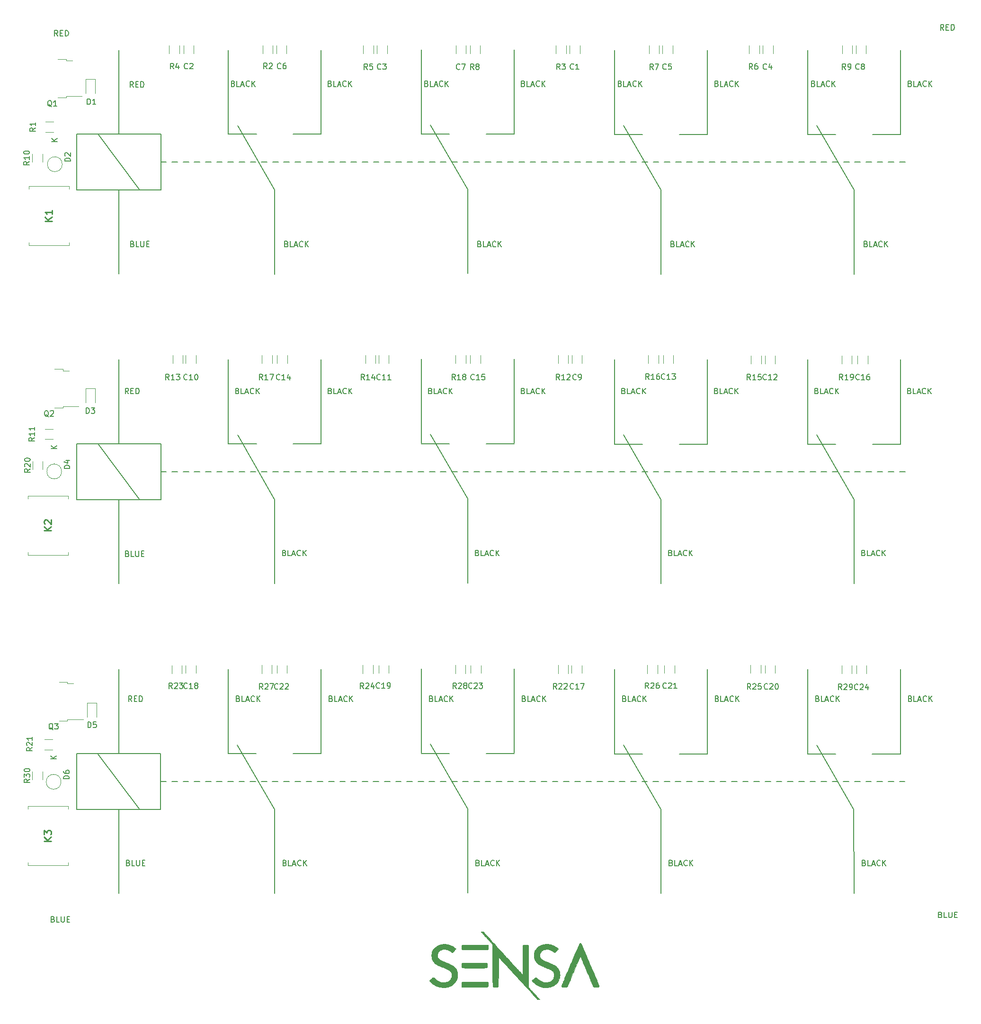
<source format=gbr>
%TF.GenerationSoftware,KiCad,Pcbnew,(5.1.9)-1*%
%TF.CreationDate,2021-07-31T19:16:58+02:00*%
%TF.ProjectId,RelayControls-HPK,52656c61-7943-46f6-9e74-726f6c732d48,V0.1*%
%TF.SameCoordinates,Original*%
%TF.FileFunction,Legend,Top*%
%TF.FilePolarity,Positive*%
%FSLAX46Y46*%
G04 Gerber Fmt 4.6, Leading zero omitted, Abs format (unit mm)*
G04 Created by KiCad (PCBNEW (5.1.9)-1) date 2021-07-31 19:16:58*
%MOMM*%
%LPD*%
G01*
G04 APERTURE LIST*
%ADD10C,0.200000*%
%ADD11C,0.120000*%
%ADD12C,0.010000*%
%ADD13C,0.100000*%
%ADD14C,0.150000*%
%ADD15C,0.254000*%
G04 APERTURE END LIST*
D10*
X163875000Y-169055000D02*
X164875000Y-169055000D01*
X47775000Y-169055000D02*
X48775000Y-169055000D01*
X73800000Y-169055000D02*
X74800000Y-169055000D01*
X107825000Y-169055000D02*
X108825000Y-169055000D01*
X53775000Y-169055000D02*
X54775000Y-169055000D01*
X171875000Y-169055000D02*
X172875000Y-169055000D01*
X57775000Y-169055000D02*
X58775000Y-169055000D01*
X63775000Y-169055000D02*
X64775000Y-169055000D01*
X74450000Y-149055000D02*
X74450000Y-159605000D01*
X177875000Y-169055000D02*
X178875000Y-169055000D01*
X51775000Y-169055000D02*
X52775000Y-169055000D01*
X59775000Y-169055000D02*
X60775000Y-169055000D01*
X34525000Y-164055000D02*
X42025000Y-174055000D01*
X161875000Y-169055000D02*
X162875000Y-169055000D01*
X38275000Y-164055000D02*
X38275000Y-149055000D01*
X175875000Y-169055000D02*
X176875000Y-169055000D01*
X95800000Y-169055000D02*
X96800000Y-169055000D01*
X55775000Y-169055000D02*
X56775000Y-169055000D01*
X74450000Y-159605000D02*
X74450000Y-164055000D01*
X101800000Y-169055000D02*
X102800000Y-169055000D01*
X87800000Y-169055000D02*
X88800000Y-169055000D01*
X83800000Y-169055000D02*
X84800000Y-169055000D01*
X71800000Y-169055000D02*
X72800000Y-169055000D01*
X153875000Y-169055000D02*
X154875000Y-169055000D01*
X109825000Y-169055000D02*
X110825000Y-169055000D01*
X165875000Y-169055000D02*
X166875000Y-169055000D01*
X93800000Y-169055000D02*
X94800000Y-169055000D01*
X57875000Y-149055000D02*
X57875000Y-159605000D01*
X85800000Y-169055000D02*
X86800000Y-169055000D01*
X99800000Y-169055000D02*
X100800000Y-169055000D01*
X49775000Y-169055000D02*
X50775000Y-169055000D01*
X65775000Y-169055000D02*
X66775000Y-169055000D01*
X57875000Y-159605000D02*
X57875000Y-164055000D01*
X61775000Y-169055000D02*
X62775000Y-169055000D01*
X89800000Y-169055000D02*
X90800000Y-169055000D01*
X159875000Y-169055000D02*
X160875000Y-169055000D01*
X69775000Y-169055000D02*
X70775000Y-169055000D01*
X135220000Y-174055000D02*
X128570000Y-162530000D01*
X121825000Y-169055000D02*
X122825000Y-169055000D01*
X133825000Y-169055000D02*
X134825000Y-169055000D01*
X129825000Y-169055000D02*
X130825000Y-169055000D01*
X38275000Y-174055000D02*
X38275000Y-189055000D01*
X137825000Y-169055000D02*
X138825000Y-169055000D01*
X157875000Y-169055000D02*
X158875000Y-169055000D01*
X126945000Y-149055000D02*
X126945000Y-159605000D01*
X30775000Y-174055000D02*
X30775000Y-164055000D01*
X127825000Y-169055000D02*
X128825000Y-169055000D01*
X135225000Y-189080000D02*
X135220000Y-174055000D01*
X91800000Y-169055000D02*
X92800000Y-169055000D01*
X145850000Y-169055000D02*
X146850000Y-169055000D01*
X149850000Y-169055000D02*
X150850000Y-169055000D01*
X57875000Y-164055000D02*
X62875000Y-164055000D01*
X126945000Y-164155000D02*
X131945000Y-164155000D01*
X169875000Y-169055000D02*
X170875000Y-169055000D01*
X135825000Y-169055000D02*
X136825000Y-169055000D01*
X119825000Y-169055000D02*
X120825000Y-169055000D01*
X45775000Y-164055000D02*
X45775000Y-174055000D01*
X126945000Y-159605000D02*
X126945000Y-164055000D01*
X117825000Y-169055000D02*
X118825000Y-169055000D01*
X143520000Y-159605000D02*
X143520000Y-164055000D01*
X123825000Y-169055000D02*
X124825000Y-169055000D01*
X143500000Y-149055000D02*
X143500000Y-159605000D01*
X155875000Y-169055000D02*
X156875000Y-169055000D01*
X167875000Y-169055000D02*
X168875000Y-169055000D01*
X66155000Y-189080000D02*
X66150000Y-174055000D01*
X67775000Y-169055000D02*
X68775000Y-169055000D01*
X97800000Y-169055000D02*
X98800000Y-169055000D01*
X173875000Y-169055000D02*
X174875000Y-169055000D01*
X161470000Y-149055000D02*
X161470000Y-159605000D01*
X69450000Y-164055000D02*
X74450000Y-164055000D01*
X143850000Y-169055000D02*
X144850000Y-169055000D01*
X147850000Y-169055000D02*
X148850000Y-169055000D01*
X66150000Y-174055000D02*
X59500000Y-162530000D01*
X138520000Y-164155000D02*
X143520000Y-164155000D01*
X45775000Y-164055000D02*
X30775000Y-164055000D01*
X131825000Y-169055000D02*
X132825000Y-169055000D01*
X92400000Y-164055000D02*
X97400000Y-164055000D01*
X161470000Y-159605000D02*
X161470000Y-164055000D01*
X178045000Y-159605000D02*
X178045000Y-164055000D01*
X169745000Y-174055000D02*
X163095000Y-162530000D01*
X79800000Y-169055000D02*
X80800000Y-169055000D01*
X75800000Y-169055000D02*
X76800000Y-169055000D01*
X178045000Y-149055000D02*
X178045000Y-159605000D01*
X173045000Y-164155000D02*
X178045000Y-164155000D01*
X139825000Y-169055000D02*
X140825000Y-169055000D01*
X151850000Y-169055000D02*
X152850000Y-169055000D01*
X105800000Y-169055000D02*
X106800000Y-169055000D01*
X113825000Y-169055000D02*
X114825000Y-169055000D01*
X100680000Y-188980000D02*
X100675000Y-173955000D01*
X115825000Y-169055000D02*
X116825000Y-169055000D01*
X103800000Y-169055000D02*
X104800000Y-169055000D01*
X111825000Y-169055000D02*
X112825000Y-169055000D01*
X92400000Y-159505000D02*
X92400000Y-163955000D01*
X108975000Y-148955000D02*
X108975000Y-159505000D01*
X103975000Y-164055000D02*
X108975000Y-164055000D01*
X45775000Y-169055000D02*
X46775000Y-169055000D01*
X169750000Y-189080000D02*
X169745000Y-174055000D01*
X161470000Y-164155000D02*
X166470000Y-164155000D01*
X125825000Y-169055000D02*
X126825000Y-169055000D01*
X141825000Y-169055000D02*
X142825000Y-169055000D01*
X100675000Y-173955000D02*
X94025000Y-162430000D01*
X81800000Y-169055000D02*
X82800000Y-169055000D01*
X92400000Y-148955000D02*
X92400000Y-159505000D01*
X77800000Y-169055000D02*
X78800000Y-169055000D01*
X30775000Y-174055000D02*
X45775000Y-174055000D01*
X108975000Y-159505000D02*
X108975000Y-163955000D01*
X177900000Y-113675000D02*
X178900000Y-113675000D01*
X161900000Y-113675000D02*
X162900000Y-113675000D01*
X175900000Y-113675000D02*
X176900000Y-113675000D01*
X153900000Y-113675000D02*
X154900000Y-113675000D01*
X109850000Y-113675000D02*
X110850000Y-113675000D01*
X165900000Y-113675000D02*
X166900000Y-113675000D01*
X171900000Y-113675000D02*
X172900000Y-113675000D01*
X163900000Y-113675000D02*
X164900000Y-113675000D01*
X74475000Y-104225000D02*
X74475000Y-108675000D01*
X74475000Y-93675000D02*
X74475000Y-104225000D01*
X57900000Y-104225000D02*
X57900000Y-108675000D01*
X57900000Y-93675000D02*
X57900000Y-104225000D01*
X73825000Y-113675000D02*
X74825000Y-113675000D01*
X71825000Y-113675000D02*
X72825000Y-113675000D01*
X51800000Y-113675000D02*
X52800000Y-113675000D01*
X47800000Y-113675000D02*
X48800000Y-113675000D01*
X49800000Y-113675000D02*
X50800000Y-113675000D01*
X65800000Y-113675000D02*
X66800000Y-113675000D01*
X61800000Y-113675000D02*
X62800000Y-113675000D01*
X59800000Y-113675000D02*
X60800000Y-113675000D01*
X57800000Y-113675000D02*
X58800000Y-113675000D01*
X63800000Y-113675000D02*
X64800000Y-113675000D01*
X55800000Y-113675000D02*
X56800000Y-113675000D01*
X53800000Y-113675000D02*
X54800000Y-113675000D01*
X34550000Y-108675000D02*
X42050000Y-118675000D01*
X38300000Y-108675000D02*
X38300000Y-93675000D01*
X107850000Y-113675000D02*
X108850000Y-113675000D01*
X95825000Y-113675000D02*
X96825000Y-113675000D01*
X87825000Y-113675000D02*
X88825000Y-113675000D01*
X83825000Y-113675000D02*
X84825000Y-113675000D01*
X85825000Y-113675000D02*
X86825000Y-113675000D01*
X101825000Y-113675000D02*
X102825000Y-113675000D01*
X99825000Y-113675000D02*
X100825000Y-113675000D01*
X89825000Y-113675000D02*
X90825000Y-113675000D01*
X93825000Y-113675000D02*
X94825000Y-113675000D01*
X97825000Y-113675000D02*
X98825000Y-113675000D01*
X91825000Y-113675000D02*
X92825000Y-113675000D01*
X69475000Y-108675000D02*
X74475000Y-108675000D01*
X57900000Y-108675000D02*
X62900000Y-108675000D01*
X143875000Y-113675000D02*
X144875000Y-113675000D01*
X147875000Y-113675000D02*
X148875000Y-113675000D01*
X123850000Y-113675000D02*
X124850000Y-113675000D01*
X145875000Y-113675000D02*
X146875000Y-113675000D01*
X119850000Y-113675000D02*
X120850000Y-113675000D01*
X133850000Y-113675000D02*
X134850000Y-113675000D01*
X137850000Y-113675000D02*
X138850000Y-113675000D01*
X155900000Y-113675000D02*
X156900000Y-113675000D01*
X169900000Y-113675000D02*
X170900000Y-113675000D01*
X131850000Y-113675000D02*
X132850000Y-113675000D01*
X121850000Y-113675000D02*
X122850000Y-113675000D01*
X173900000Y-113675000D02*
X174900000Y-113675000D01*
X159900000Y-113675000D02*
X160900000Y-113675000D01*
X167900000Y-113675000D02*
X168900000Y-113675000D01*
X157900000Y-113675000D02*
X158900000Y-113675000D01*
X117850000Y-113675000D02*
X118850000Y-113675000D01*
X149875000Y-113675000D02*
X150875000Y-113675000D01*
X129850000Y-113675000D02*
X130850000Y-113675000D01*
X135850000Y-113675000D02*
X136850000Y-113675000D01*
X127850000Y-113675000D02*
X128850000Y-113675000D01*
X126970000Y-104225000D02*
X126970000Y-108675000D01*
X143545000Y-104225000D02*
X143545000Y-108675000D01*
X138545000Y-108775000D02*
X143545000Y-108775000D01*
X143525000Y-93675000D02*
X143525000Y-104225000D01*
X126970000Y-93675000D02*
X126970000Y-104225000D01*
X126970000Y-108775000D02*
X131970000Y-108775000D01*
X135245000Y-118675000D02*
X128595000Y-107150000D01*
X135250000Y-133700000D02*
X135245000Y-118675000D01*
X66175000Y-118675000D02*
X59525000Y-107150000D01*
X66180000Y-133700000D02*
X66175000Y-118675000D01*
X69800000Y-113675000D02*
X70800000Y-113675000D01*
X67800000Y-113675000D02*
X68800000Y-113675000D01*
X38300000Y-118675000D02*
X38300000Y-133675000D01*
X45800000Y-108675000D02*
X30800000Y-108675000D01*
X45800000Y-108675000D02*
X45800000Y-118675000D01*
X30800000Y-118675000D02*
X30800000Y-108675000D01*
X161495000Y-93675000D02*
X161495000Y-104225000D01*
X178070000Y-104225000D02*
X178070000Y-108675000D01*
X178070000Y-93675000D02*
X178070000Y-104225000D01*
X169775000Y-133700000D02*
X169770000Y-118675000D01*
X161495000Y-104225000D02*
X161495000Y-108675000D01*
X161495000Y-108775000D02*
X166495000Y-108775000D01*
X169770000Y-118675000D02*
X163120000Y-107150000D01*
X173070000Y-108775000D02*
X178070000Y-108775000D01*
X30800000Y-118675000D02*
X45800000Y-118675000D01*
X139850000Y-113675000D02*
X140850000Y-113675000D01*
X125850000Y-113675000D02*
X126850000Y-113675000D01*
X141850000Y-113675000D02*
X142850000Y-113675000D01*
X151875000Y-113675000D02*
X152875000Y-113675000D01*
X81825000Y-113675000D02*
X82825000Y-113675000D01*
X105825000Y-113675000D02*
X106825000Y-113675000D01*
X103825000Y-113675000D02*
X104825000Y-113675000D01*
X111850000Y-113675000D02*
X112850000Y-113675000D01*
X113850000Y-113675000D02*
X114850000Y-113675000D01*
X115850000Y-113675000D02*
X116850000Y-113675000D01*
X92425000Y-108675000D02*
X97425000Y-108675000D01*
X100700000Y-118575000D02*
X94050000Y-107050000D01*
X104000000Y-108675000D02*
X109000000Y-108675000D01*
X100697500Y-133600000D02*
X100692500Y-118575000D01*
X109000000Y-104125000D02*
X109000000Y-108575000D01*
X109000000Y-93575000D02*
X109000000Y-104125000D01*
X92425000Y-104125000D02*
X92425000Y-108575000D01*
X92425000Y-93575000D02*
X92425000Y-104125000D01*
X45800000Y-113675000D02*
X46800000Y-113675000D01*
X75825000Y-113675000D02*
X76825000Y-113675000D01*
X77825000Y-113675000D02*
X78825000Y-113675000D01*
X79825000Y-113675000D02*
X80825000Y-113675000D01*
X177900000Y-58350000D02*
X178900000Y-58350000D01*
X173900000Y-58350000D02*
X174900000Y-58350000D01*
X175900000Y-58350000D02*
X176900000Y-58350000D01*
X141850000Y-58350000D02*
X142850000Y-58350000D01*
X151875000Y-58350000D02*
X152875000Y-58350000D01*
X125850000Y-58350000D02*
X126850000Y-58350000D01*
X139850000Y-58350000D02*
X140850000Y-58350000D01*
X117850000Y-58350000D02*
X118850000Y-58350000D01*
X149875000Y-58350000D02*
X150875000Y-58350000D01*
X129850000Y-58350000D02*
X130850000Y-58350000D01*
X135850000Y-58350000D02*
X136850000Y-58350000D01*
X127850000Y-58350000D02*
X128850000Y-58350000D01*
X147875000Y-58350000D02*
X148875000Y-58350000D01*
X145875000Y-58350000D02*
X146875000Y-58350000D01*
X119850000Y-58350000D02*
X120850000Y-58350000D01*
X133850000Y-58350000D02*
X134850000Y-58350000D01*
X137850000Y-58350000D02*
X138850000Y-58350000D01*
X123850000Y-58350000D02*
X124850000Y-58350000D01*
X131850000Y-58350000D02*
X132850000Y-58350000D01*
X143875000Y-58350000D02*
X144875000Y-58350000D01*
X121850000Y-58350000D02*
X122850000Y-58350000D01*
X159900000Y-58350000D02*
X160900000Y-58350000D01*
X155900000Y-58350000D02*
X156900000Y-58350000D01*
X157900000Y-58350000D02*
X158900000Y-58350000D01*
X169900000Y-58350000D02*
X170900000Y-58350000D01*
X167900000Y-58350000D02*
X168900000Y-58350000D01*
X165900000Y-58350000D02*
X166900000Y-58350000D01*
X171900000Y-58350000D02*
X172900000Y-58350000D01*
X163900000Y-58350000D02*
X164900000Y-58350000D01*
X161900000Y-58350000D02*
X162900000Y-58350000D01*
X153900000Y-58350000D02*
X154900000Y-58350000D01*
X109850000Y-58350000D02*
X110850000Y-58350000D01*
X107850000Y-58350000D02*
X108850000Y-58350000D01*
X87825000Y-58350000D02*
X88825000Y-58350000D01*
X83825000Y-58350000D02*
X84825000Y-58350000D01*
X85825000Y-58350000D02*
X86825000Y-58350000D01*
X101825000Y-58350000D02*
X102825000Y-58350000D01*
X97825000Y-58350000D02*
X98825000Y-58350000D01*
X95825000Y-58350000D02*
X96825000Y-58350000D01*
X93825000Y-58350000D02*
X94825000Y-58350000D01*
X99825000Y-58350000D02*
X100825000Y-58350000D01*
X91825000Y-58350000D02*
X92825000Y-58350000D01*
X89825000Y-58350000D02*
X90825000Y-58350000D01*
X105825000Y-58350000D02*
X106825000Y-58350000D01*
X103825000Y-58350000D02*
X104825000Y-58350000D01*
X81825000Y-58350000D02*
X82825000Y-58350000D01*
X111850000Y-58350000D02*
X112850000Y-58350000D01*
X113850000Y-58350000D02*
X114850000Y-58350000D01*
X115850000Y-58350000D02*
X116850000Y-58350000D01*
X79825000Y-58350000D02*
X80825000Y-58350000D01*
X77825000Y-58350000D02*
X78825000Y-58350000D01*
X75825000Y-58350000D02*
X76825000Y-58350000D01*
X73825000Y-58350000D02*
X74825000Y-58350000D01*
X71825000Y-58350000D02*
X72825000Y-58350000D01*
X69800000Y-58350000D02*
X70800000Y-58350000D01*
X67800000Y-58350000D02*
X68800000Y-58350000D01*
X65800000Y-58350000D02*
X66800000Y-58350000D01*
X63800000Y-58350000D02*
X64800000Y-58350000D01*
X61800000Y-58350000D02*
X62800000Y-58350000D01*
X59800000Y-58350000D02*
X60800000Y-58350000D01*
X57800000Y-58350000D02*
X58800000Y-58350000D01*
X55800000Y-58350000D02*
X56800000Y-58350000D01*
X53800000Y-58350000D02*
X54800000Y-58350000D01*
X51800000Y-58350000D02*
X52800000Y-58350000D01*
X49800000Y-58350000D02*
X50800000Y-58350000D01*
X47800000Y-58350000D02*
X48800000Y-58350000D01*
X45800000Y-58350000D02*
X46800000Y-58350000D01*
X161495000Y-48900000D02*
X161495000Y-53350000D01*
X178070000Y-48900000D02*
X178070000Y-53350000D01*
X173070000Y-53450000D02*
X178070000Y-53450000D01*
X178070000Y-38350000D02*
X178070000Y-48900000D01*
X161495000Y-38350000D02*
X161495000Y-48900000D01*
X161495000Y-53450000D02*
X166495000Y-53450000D01*
X169770000Y-63350000D02*
X163120000Y-51825000D01*
X169775000Y-78375000D02*
X169770000Y-63350000D01*
X126970000Y-53450000D02*
X131970000Y-53450000D01*
X135245000Y-63350000D02*
X128595000Y-51825000D01*
X138545000Y-53450000D02*
X143545000Y-53450000D01*
X135250000Y-78375000D02*
X135245000Y-63350000D01*
X143545000Y-48900000D02*
X143545000Y-53350000D01*
X143525000Y-38350000D02*
X143525000Y-48900000D01*
X126970000Y-48900000D02*
X126970000Y-53350000D01*
X126970000Y-38350000D02*
X126970000Y-48900000D01*
X109000000Y-48800000D02*
X109000000Y-53250000D01*
X109000000Y-38250000D02*
X109000000Y-48800000D01*
X92425000Y-48800000D02*
X92425000Y-53250000D01*
X92425000Y-38250000D02*
X92425000Y-48800000D01*
X104000000Y-53350000D02*
X109000000Y-53350000D01*
X92425000Y-53350000D02*
X97425000Y-53350000D01*
X100700000Y-63250000D02*
X94050000Y-51725000D01*
X100705000Y-78275000D02*
X100700000Y-63250000D01*
X66175000Y-63350000D02*
X59525000Y-51825000D01*
X66180000Y-78375000D02*
X66175000Y-63350000D01*
X69475000Y-53350000D02*
X74475000Y-53350000D01*
X57900000Y-53350000D02*
X62900000Y-53350000D01*
X74475000Y-48900000D02*
X74475000Y-53350000D01*
X74475000Y-38350000D02*
X74475000Y-48900000D01*
X57900000Y-48900000D02*
X57900000Y-53350000D01*
X57900000Y-38350000D02*
X57900000Y-48900000D01*
X38300000Y-63350000D02*
X38300000Y-78350000D01*
X38300000Y-53350000D02*
X38300000Y-38350000D01*
X34550000Y-53350000D02*
X42050000Y-63350000D01*
X30800000Y-63350000D02*
X30800000Y-53350000D01*
X45800000Y-53350000D02*
X30800000Y-53350000D01*
X45800000Y-53350000D02*
X45800000Y-63350000D01*
X30800000Y-63350000D02*
X45800000Y-63350000D01*
D11*
%TO.C,D3*%
X34050000Y-98825000D02*
X34050000Y-101375000D01*
X32350000Y-98825000D02*
X32350000Y-101375000D01*
X34050000Y-98825000D02*
X32350000Y-98825000D01*
%TO.C,Q3*%
X29094999Y-151594999D02*
X30194999Y-151594999D01*
X29094999Y-151324999D02*
X29094999Y-151594999D01*
X27594999Y-151324999D02*
X29094999Y-151324999D01*
X29094999Y-157954999D02*
X31924999Y-157954999D01*
X29094999Y-158224999D02*
X29094999Y-157954999D01*
X27594999Y-158224999D02*
X29094999Y-158224999D01*
D12*
%TO.C,G\u002A\u002A\u002A*%
G36*
X103272816Y-195920079D02*
G01*
X103331462Y-195921888D01*
X103347692Y-195922862D01*
X103394046Y-195926812D01*
X103425297Y-195931772D01*
X103446660Y-195939119D01*
X103463350Y-195950233D01*
X103468545Y-195954800D01*
X103473321Y-195959476D01*
X103481457Y-195967873D01*
X103493394Y-195980475D01*
X103509574Y-195997764D01*
X103530438Y-196020223D01*
X103556427Y-196048335D01*
X103587984Y-196082582D01*
X103625549Y-196123448D01*
X103669564Y-196171415D01*
X103720471Y-196226966D01*
X103778710Y-196290584D01*
X103844724Y-196362752D01*
X103918954Y-196443953D01*
X104001841Y-196534669D01*
X104093827Y-196635384D01*
X104195353Y-196746580D01*
X104306861Y-196868740D01*
X104428792Y-197002347D01*
X104561588Y-197147884D01*
X104705690Y-197305833D01*
X104861540Y-197476678D01*
X105029579Y-197660901D01*
X105210248Y-197858986D01*
X105403989Y-198071414D01*
X105484342Y-198159520D01*
X105605031Y-198291817D01*
X105738586Y-198438147D01*
X105884143Y-198597566D01*
X106040836Y-198769128D01*
X106207802Y-198951887D01*
X106384175Y-199144898D01*
X106569091Y-199347216D01*
X106761685Y-199557894D01*
X106961093Y-199775989D01*
X107166450Y-200000555D01*
X107376891Y-200230645D01*
X107591551Y-200465315D01*
X107809567Y-200703619D01*
X108030073Y-200944612D01*
X108252205Y-201187349D01*
X108475098Y-201430884D01*
X108697887Y-201674272D01*
X108919708Y-201916567D01*
X109139697Y-202156824D01*
X109356987Y-202394098D01*
X109545065Y-202599440D01*
X109656409Y-202720920D01*
X109764188Y-202838365D01*
X109867584Y-202950893D01*
X109965780Y-203057617D01*
X110057957Y-203157655D01*
X110143299Y-203250121D01*
X110220986Y-203334133D01*
X110290202Y-203408806D01*
X110350128Y-203473256D01*
X110399946Y-203526599D01*
X110438839Y-203567951D01*
X110465988Y-203596428D01*
X110480576Y-203611145D01*
X110482718Y-203612986D01*
X110503680Y-203625772D01*
X110503680Y-201050626D01*
X110503713Y-200747721D01*
X110503814Y-200464845D01*
X110503985Y-200201704D01*
X110504225Y-199958007D01*
X110504537Y-199733462D01*
X110504921Y-199527776D01*
X110505380Y-199340657D01*
X110505913Y-199171814D01*
X110506523Y-199020954D01*
X110507210Y-198887786D01*
X110507976Y-198772016D01*
X110508822Y-198673353D01*
X110509749Y-198591506D01*
X110510758Y-198526181D01*
X110511851Y-198477087D01*
X110513029Y-198443932D01*
X110514293Y-198426423D01*
X110514602Y-198424551D01*
X110534678Y-198364440D01*
X110567102Y-198318872D01*
X110614187Y-198284720D01*
X110620534Y-198281440D01*
X110671320Y-198256040D01*
X111006600Y-198256040D01*
X111109137Y-198256228D01*
X111193518Y-198256985D01*
X111261906Y-198258600D01*
X111316463Y-198261362D01*
X111359351Y-198265557D01*
X111392732Y-198271476D01*
X111418769Y-198279407D01*
X111439623Y-198289637D01*
X111457458Y-198302457D01*
X111474435Y-198318153D01*
X111474792Y-198318510D01*
X111499092Y-198348497D01*
X111518208Y-198381783D01*
X111521689Y-198390468D01*
X111522895Y-198397080D01*
X111524032Y-198410102D01*
X111525102Y-198430091D01*
X111526107Y-198457603D01*
X111527050Y-198493194D01*
X111527933Y-198537419D01*
X111528758Y-198590836D01*
X111529527Y-198653999D01*
X111530243Y-198727466D01*
X111530907Y-198811791D01*
X111531522Y-198907532D01*
X111532090Y-199015244D01*
X111532613Y-199135483D01*
X111533093Y-199268805D01*
X111533533Y-199415767D01*
X111533935Y-199576924D01*
X111534301Y-199752832D01*
X111534633Y-199944048D01*
X111534933Y-200151128D01*
X111535204Y-200374627D01*
X111535448Y-200615102D01*
X111535667Y-200873109D01*
X111535863Y-201149203D01*
X111536038Y-201443941D01*
X111536195Y-201757879D01*
X111536335Y-202091573D01*
X111536337Y-202096520D01*
X111536494Y-202450134D01*
X111536683Y-202783781D01*
X111536906Y-203097813D01*
X111537165Y-203392583D01*
X111537460Y-203668442D01*
X111537792Y-203925744D01*
X111538163Y-204164842D01*
X111538574Y-204386086D01*
X111539026Y-204589831D01*
X111539521Y-204776429D01*
X111540059Y-204946231D01*
X111540642Y-205099592D01*
X111541271Y-205236862D01*
X111541947Y-205358395D01*
X111542671Y-205464543D01*
X111543445Y-205555659D01*
X111544270Y-205632094D01*
X111545147Y-205694203D01*
X111546077Y-205742337D01*
X111547061Y-205776848D01*
X111548101Y-205798089D01*
X111549007Y-205805894D01*
X111562554Y-205840964D01*
X111582595Y-205877591D01*
X111589113Y-205887174D01*
X111600925Y-205901509D01*
X111625224Y-205929427D01*
X111660763Y-205969540D01*
X111706291Y-206020459D01*
X111760558Y-206080795D01*
X111822314Y-206149160D01*
X111890310Y-206224164D01*
X111963296Y-206304419D01*
X112040022Y-206388537D01*
X112059123Y-206409440D01*
X112115609Y-206471271D01*
X112180894Y-206542800D01*
X112253816Y-206622751D01*
X112333218Y-206709851D01*
X112417938Y-206802823D01*
X112506818Y-206900395D01*
X112598698Y-207001291D01*
X112692418Y-207104236D01*
X112786819Y-207207956D01*
X112880741Y-207311177D01*
X112973025Y-207412624D01*
X113062511Y-207511021D01*
X113148040Y-207605096D01*
X113228452Y-207693573D01*
X113302588Y-207775177D01*
X113369287Y-207848634D01*
X113427390Y-207912669D01*
X113475739Y-207966008D01*
X113513173Y-208007377D01*
X113538532Y-208035500D01*
X113544914Y-208042619D01*
X113557957Y-208059330D01*
X113561112Y-208067965D01*
X113561033Y-208068019D01*
X113549932Y-208068545D01*
X113522105Y-208068304D01*
X113481129Y-208067370D01*
X113430579Y-208065816D01*
X113399280Y-208064697D01*
X113321709Y-208060637D01*
X113260096Y-208054286D01*
X113210119Y-208044609D01*
X113167454Y-208030571D01*
X113127778Y-208011138D01*
X113097415Y-207992420D01*
X113086260Y-207982110D01*
X113062291Y-207957678D01*
X113026356Y-207920042D01*
X112979306Y-207870119D01*
X112921991Y-207808828D01*
X112855261Y-207737085D01*
X112779964Y-207655808D01*
X112696953Y-207565915D01*
X112607075Y-207468323D01*
X112511182Y-207363950D01*
X112410122Y-207253714D01*
X112304746Y-207138531D01*
X112195904Y-207019321D01*
X112181749Y-207003800D01*
X112013025Y-206818792D01*
X111844425Y-206633961D01*
X111675230Y-206448522D01*
X111504721Y-206261688D01*
X111332181Y-206072673D01*
X111156890Y-205880690D01*
X110978129Y-205684954D01*
X110795181Y-205484678D01*
X110607326Y-205279077D01*
X110413847Y-205067363D01*
X110214024Y-204848752D01*
X110007139Y-204622456D01*
X109792474Y-204387689D01*
X109569309Y-204143666D01*
X109336927Y-203889600D01*
X109094609Y-203624705D01*
X108841636Y-203348195D01*
X108577289Y-203059283D01*
X108300851Y-202757184D01*
X108011602Y-202441111D01*
X107928345Y-202350137D01*
X107778491Y-202186390D01*
X107631976Y-202026282D01*
X107489413Y-201870483D01*
X107351415Y-201719662D01*
X107218594Y-201574490D01*
X107091562Y-201435635D01*
X106970932Y-201303768D01*
X106857316Y-201179558D01*
X106751326Y-201063675D01*
X106653576Y-200956787D01*
X106564676Y-200859566D01*
X106485241Y-200772680D01*
X106415881Y-200696799D01*
X106357211Y-200632592D01*
X106309841Y-200580730D01*
X106274385Y-200541882D01*
X106251454Y-200516718D01*
X106241831Y-200506097D01*
X106234394Y-200497016D01*
X106227490Y-200487564D01*
X106221098Y-200478441D01*
X106215199Y-200470347D01*
X106209770Y-200463985D01*
X106204790Y-200460056D01*
X106200239Y-200459260D01*
X106196096Y-200462298D01*
X106192340Y-200469873D01*
X106188949Y-200482684D01*
X106185903Y-200501433D01*
X106183181Y-200526822D01*
X106180762Y-200559551D01*
X106178625Y-200600321D01*
X106176748Y-200649834D01*
X106175111Y-200708791D01*
X106173694Y-200777892D01*
X106172474Y-200857840D01*
X106171431Y-200949334D01*
X106170544Y-201053077D01*
X106169791Y-201169770D01*
X106169153Y-201300112D01*
X106168608Y-201444807D01*
X106168135Y-201604554D01*
X106167713Y-201780055D01*
X106167321Y-201972011D01*
X106166938Y-202181123D01*
X106166543Y-202408093D01*
X106166115Y-202653621D01*
X106165634Y-202918409D01*
X106165360Y-203061720D01*
X106160280Y-205662680D01*
X106134880Y-205707852D01*
X106105589Y-205746798D01*
X106064561Y-205776032D01*
X106058985Y-205778972D01*
X106008490Y-205804920D01*
X105675136Y-205808091D01*
X105579821Y-205808851D01*
X105502499Y-205809082D01*
X105440848Y-205808709D01*
X105392548Y-205807657D01*
X105355275Y-205805852D01*
X105326709Y-205803217D01*
X105304527Y-205799677D01*
X105287812Y-205795572D01*
X105233845Y-205774806D01*
X105195149Y-205746846D01*
X105166996Y-205708103D01*
X105163348Y-205701056D01*
X105161664Y-205697253D01*
X105160080Y-205692416D01*
X105158593Y-205685924D01*
X105157197Y-205677153D01*
X105155890Y-205665482D01*
X105154667Y-205650289D01*
X105153524Y-205630953D01*
X105152458Y-205606850D01*
X105151463Y-205577359D01*
X105150537Y-205541857D01*
X105149674Y-205499724D01*
X105148872Y-205450336D01*
X105148125Y-205393072D01*
X105147431Y-205327310D01*
X105146784Y-205252427D01*
X105146181Y-205167801D01*
X105145618Y-205072812D01*
X105145091Y-204966835D01*
X105144595Y-204849251D01*
X105144127Y-204719435D01*
X105143683Y-204576767D01*
X105143258Y-204420624D01*
X105142849Y-204250385D01*
X105142451Y-204065427D01*
X105142061Y-203865128D01*
X105141675Y-203648866D01*
X105141287Y-203416020D01*
X105140896Y-203165966D01*
X105140495Y-202898084D01*
X105140082Y-202611751D01*
X105139652Y-202306344D01*
X105139202Y-201981243D01*
X105139200Y-201979680D01*
X105134120Y-198296680D01*
X105111277Y-198240257D01*
X105094050Y-198202524D01*
X105074694Y-198167056D01*
X105063885Y-198150559D01*
X105052384Y-198136756D01*
X105028519Y-198109537D01*
X104993683Y-198070444D01*
X104949265Y-198021019D01*
X104896656Y-197962803D01*
X104837248Y-197897338D01*
X104772431Y-197826166D01*
X104703597Y-197750828D01*
X104679382Y-197724382D01*
X104609819Y-197648397D01*
X104532995Y-197564384D01*
X104449964Y-197473500D01*
X104361780Y-197376904D01*
X104269495Y-197275753D01*
X104174165Y-197171207D01*
X104076843Y-197064424D01*
X103978582Y-196956562D01*
X103880437Y-196848778D01*
X103783462Y-196742232D01*
X103688709Y-196638082D01*
X103597233Y-196537486D01*
X103510088Y-196441602D01*
X103428327Y-196351588D01*
X103353005Y-196268603D01*
X103285174Y-196193806D01*
X103225890Y-196128354D01*
X103176205Y-196073405D01*
X103137173Y-196030118D01*
X103109849Y-195999652D01*
X103096236Y-195984264D01*
X103046871Y-195927369D01*
X103150695Y-195921846D01*
X103208823Y-195920046D01*
X103272816Y-195920079D01*
G37*
X103272816Y-195920079D02*
X103331462Y-195921888D01*
X103347692Y-195922862D01*
X103394046Y-195926812D01*
X103425297Y-195931772D01*
X103446660Y-195939119D01*
X103463350Y-195950233D01*
X103468545Y-195954800D01*
X103473321Y-195959476D01*
X103481457Y-195967873D01*
X103493394Y-195980475D01*
X103509574Y-195997764D01*
X103530438Y-196020223D01*
X103556427Y-196048335D01*
X103587984Y-196082582D01*
X103625549Y-196123448D01*
X103669564Y-196171415D01*
X103720471Y-196226966D01*
X103778710Y-196290584D01*
X103844724Y-196362752D01*
X103918954Y-196443953D01*
X104001841Y-196534669D01*
X104093827Y-196635384D01*
X104195353Y-196746580D01*
X104306861Y-196868740D01*
X104428792Y-197002347D01*
X104561588Y-197147884D01*
X104705690Y-197305833D01*
X104861540Y-197476678D01*
X105029579Y-197660901D01*
X105210248Y-197858986D01*
X105403989Y-198071414D01*
X105484342Y-198159520D01*
X105605031Y-198291817D01*
X105738586Y-198438147D01*
X105884143Y-198597566D01*
X106040836Y-198769128D01*
X106207802Y-198951887D01*
X106384175Y-199144898D01*
X106569091Y-199347216D01*
X106761685Y-199557894D01*
X106961093Y-199775989D01*
X107166450Y-200000555D01*
X107376891Y-200230645D01*
X107591551Y-200465315D01*
X107809567Y-200703619D01*
X108030073Y-200944612D01*
X108252205Y-201187349D01*
X108475098Y-201430884D01*
X108697887Y-201674272D01*
X108919708Y-201916567D01*
X109139697Y-202156824D01*
X109356987Y-202394098D01*
X109545065Y-202599440D01*
X109656409Y-202720920D01*
X109764188Y-202838365D01*
X109867584Y-202950893D01*
X109965780Y-203057617D01*
X110057957Y-203157655D01*
X110143299Y-203250121D01*
X110220986Y-203334133D01*
X110290202Y-203408806D01*
X110350128Y-203473256D01*
X110399946Y-203526599D01*
X110438839Y-203567951D01*
X110465988Y-203596428D01*
X110480576Y-203611145D01*
X110482718Y-203612986D01*
X110503680Y-203625772D01*
X110503680Y-201050626D01*
X110503713Y-200747721D01*
X110503814Y-200464845D01*
X110503985Y-200201704D01*
X110504225Y-199958007D01*
X110504537Y-199733462D01*
X110504921Y-199527776D01*
X110505380Y-199340657D01*
X110505913Y-199171814D01*
X110506523Y-199020954D01*
X110507210Y-198887786D01*
X110507976Y-198772016D01*
X110508822Y-198673353D01*
X110509749Y-198591506D01*
X110510758Y-198526181D01*
X110511851Y-198477087D01*
X110513029Y-198443932D01*
X110514293Y-198426423D01*
X110514602Y-198424551D01*
X110534678Y-198364440D01*
X110567102Y-198318872D01*
X110614187Y-198284720D01*
X110620534Y-198281440D01*
X110671320Y-198256040D01*
X111006600Y-198256040D01*
X111109137Y-198256228D01*
X111193518Y-198256985D01*
X111261906Y-198258600D01*
X111316463Y-198261362D01*
X111359351Y-198265557D01*
X111392732Y-198271476D01*
X111418769Y-198279407D01*
X111439623Y-198289637D01*
X111457458Y-198302457D01*
X111474435Y-198318153D01*
X111474792Y-198318510D01*
X111499092Y-198348497D01*
X111518208Y-198381783D01*
X111521689Y-198390468D01*
X111522895Y-198397080D01*
X111524032Y-198410102D01*
X111525102Y-198430091D01*
X111526107Y-198457603D01*
X111527050Y-198493194D01*
X111527933Y-198537419D01*
X111528758Y-198590836D01*
X111529527Y-198653999D01*
X111530243Y-198727466D01*
X111530907Y-198811791D01*
X111531522Y-198907532D01*
X111532090Y-199015244D01*
X111532613Y-199135483D01*
X111533093Y-199268805D01*
X111533533Y-199415767D01*
X111533935Y-199576924D01*
X111534301Y-199752832D01*
X111534633Y-199944048D01*
X111534933Y-200151128D01*
X111535204Y-200374627D01*
X111535448Y-200615102D01*
X111535667Y-200873109D01*
X111535863Y-201149203D01*
X111536038Y-201443941D01*
X111536195Y-201757879D01*
X111536335Y-202091573D01*
X111536337Y-202096520D01*
X111536494Y-202450134D01*
X111536683Y-202783781D01*
X111536906Y-203097813D01*
X111537165Y-203392583D01*
X111537460Y-203668442D01*
X111537792Y-203925744D01*
X111538163Y-204164842D01*
X111538574Y-204386086D01*
X111539026Y-204589831D01*
X111539521Y-204776429D01*
X111540059Y-204946231D01*
X111540642Y-205099592D01*
X111541271Y-205236862D01*
X111541947Y-205358395D01*
X111542671Y-205464543D01*
X111543445Y-205555659D01*
X111544270Y-205632094D01*
X111545147Y-205694203D01*
X111546077Y-205742337D01*
X111547061Y-205776848D01*
X111548101Y-205798089D01*
X111549007Y-205805894D01*
X111562554Y-205840964D01*
X111582595Y-205877591D01*
X111589113Y-205887174D01*
X111600925Y-205901509D01*
X111625224Y-205929427D01*
X111660763Y-205969540D01*
X111706291Y-206020459D01*
X111760558Y-206080795D01*
X111822314Y-206149160D01*
X111890310Y-206224164D01*
X111963296Y-206304419D01*
X112040022Y-206388537D01*
X112059123Y-206409440D01*
X112115609Y-206471271D01*
X112180894Y-206542800D01*
X112253816Y-206622751D01*
X112333218Y-206709851D01*
X112417938Y-206802823D01*
X112506818Y-206900395D01*
X112598698Y-207001291D01*
X112692418Y-207104236D01*
X112786819Y-207207956D01*
X112880741Y-207311177D01*
X112973025Y-207412624D01*
X113062511Y-207511021D01*
X113148040Y-207605096D01*
X113228452Y-207693573D01*
X113302588Y-207775177D01*
X113369287Y-207848634D01*
X113427390Y-207912669D01*
X113475739Y-207966008D01*
X113513173Y-208007377D01*
X113538532Y-208035500D01*
X113544914Y-208042619D01*
X113557957Y-208059330D01*
X113561112Y-208067965D01*
X113561033Y-208068019D01*
X113549932Y-208068545D01*
X113522105Y-208068304D01*
X113481129Y-208067370D01*
X113430579Y-208065816D01*
X113399280Y-208064697D01*
X113321709Y-208060637D01*
X113260096Y-208054286D01*
X113210119Y-208044609D01*
X113167454Y-208030571D01*
X113127778Y-208011138D01*
X113097415Y-207992420D01*
X113086260Y-207982110D01*
X113062291Y-207957678D01*
X113026356Y-207920042D01*
X112979306Y-207870119D01*
X112921991Y-207808828D01*
X112855261Y-207737085D01*
X112779964Y-207655808D01*
X112696953Y-207565915D01*
X112607075Y-207468323D01*
X112511182Y-207363950D01*
X112410122Y-207253714D01*
X112304746Y-207138531D01*
X112195904Y-207019321D01*
X112181749Y-207003800D01*
X112013025Y-206818792D01*
X111844425Y-206633961D01*
X111675230Y-206448522D01*
X111504721Y-206261688D01*
X111332181Y-206072673D01*
X111156890Y-205880690D01*
X110978129Y-205684954D01*
X110795181Y-205484678D01*
X110607326Y-205279077D01*
X110413847Y-205067363D01*
X110214024Y-204848752D01*
X110007139Y-204622456D01*
X109792474Y-204387689D01*
X109569309Y-204143666D01*
X109336927Y-203889600D01*
X109094609Y-203624705D01*
X108841636Y-203348195D01*
X108577289Y-203059283D01*
X108300851Y-202757184D01*
X108011602Y-202441111D01*
X107928345Y-202350137D01*
X107778491Y-202186390D01*
X107631976Y-202026282D01*
X107489413Y-201870483D01*
X107351415Y-201719662D01*
X107218594Y-201574490D01*
X107091562Y-201435635D01*
X106970932Y-201303768D01*
X106857316Y-201179558D01*
X106751326Y-201063675D01*
X106653576Y-200956787D01*
X106564676Y-200859566D01*
X106485241Y-200772680D01*
X106415881Y-200696799D01*
X106357211Y-200632592D01*
X106309841Y-200580730D01*
X106274385Y-200541882D01*
X106251454Y-200516718D01*
X106241831Y-200506097D01*
X106234394Y-200497016D01*
X106227490Y-200487564D01*
X106221098Y-200478441D01*
X106215199Y-200470347D01*
X106209770Y-200463985D01*
X106204790Y-200460056D01*
X106200239Y-200459260D01*
X106196096Y-200462298D01*
X106192340Y-200469873D01*
X106188949Y-200482684D01*
X106185903Y-200501433D01*
X106183181Y-200526822D01*
X106180762Y-200559551D01*
X106178625Y-200600321D01*
X106176748Y-200649834D01*
X106175111Y-200708791D01*
X106173694Y-200777892D01*
X106172474Y-200857840D01*
X106171431Y-200949334D01*
X106170544Y-201053077D01*
X106169791Y-201169770D01*
X106169153Y-201300112D01*
X106168608Y-201444807D01*
X106168135Y-201604554D01*
X106167713Y-201780055D01*
X106167321Y-201972011D01*
X106166938Y-202181123D01*
X106166543Y-202408093D01*
X106166115Y-202653621D01*
X106165634Y-202918409D01*
X106165360Y-203061720D01*
X106160280Y-205662680D01*
X106134880Y-205707852D01*
X106105589Y-205746798D01*
X106064561Y-205776032D01*
X106058985Y-205778972D01*
X106008490Y-205804920D01*
X105675136Y-205808091D01*
X105579821Y-205808851D01*
X105502499Y-205809082D01*
X105440848Y-205808709D01*
X105392548Y-205807657D01*
X105355275Y-205805852D01*
X105326709Y-205803217D01*
X105304527Y-205799677D01*
X105287812Y-205795572D01*
X105233845Y-205774806D01*
X105195149Y-205746846D01*
X105166996Y-205708103D01*
X105163348Y-205701056D01*
X105161664Y-205697253D01*
X105160080Y-205692416D01*
X105158593Y-205685924D01*
X105157197Y-205677153D01*
X105155890Y-205665482D01*
X105154667Y-205650289D01*
X105153524Y-205630953D01*
X105152458Y-205606850D01*
X105151463Y-205577359D01*
X105150537Y-205541857D01*
X105149674Y-205499724D01*
X105148872Y-205450336D01*
X105148125Y-205393072D01*
X105147431Y-205327310D01*
X105146784Y-205252427D01*
X105146181Y-205167801D01*
X105145618Y-205072812D01*
X105145091Y-204966835D01*
X105144595Y-204849251D01*
X105144127Y-204719435D01*
X105143683Y-204576767D01*
X105143258Y-204420624D01*
X105142849Y-204250385D01*
X105142451Y-204065427D01*
X105142061Y-203865128D01*
X105141675Y-203648866D01*
X105141287Y-203416020D01*
X105140896Y-203165966D01*
X105140495Y-202898084D01*
X105140082Y-202611751D01*
X105139652Y-202306344D01*
X105139202Y-201981243D01*
X105139200Y-201979680D01*
X105134120Y-198296680D01*
X105111277Y-198240257D01*
X105094050Y-198202524D01*
X105074694Y-198167056D01*
X105063885Y-198150559D01*
X105052384Y-198136756D01*
X105028519Y-198109537D01*
X104993683Y-198070444D01*
X104949265Y-198021019D01*
X104896656Y-197962803D01*
X104837248Y-197897338D01*
X104772431Y-197826166D01*
X104703597Y-197750828D01*
X104679382Y-197724382D01*
X104609819Y-197648397D01*
X104532995Y-197564384D01*
X104449964Y-197473500D01*
X104361780Y-197376904D01*
X104269495Y-197275753D01*
X104174165Y-197171207D01*
X104076843Y-197064424D01*
X103978582Y-196956562D01*
X103880437Y-196848778D01*
X103783462Y-196742232D01*
X103688709Y-196638082D01*
X103597233Y-196537486D01*
X103510088Y-196441602D01*
X103428327Y-196351588D01*
X103353005Y-196268603D01*
X103285174Y-196193806D01*
X103225890Y-196128354D01*
X103176205Y-196073405D01*
X103137173Y-196030118D01*
X103109849Y-195999652D01*
X103096236Y-195984264D01*
X103046871Y-195927369D01*
X103150695Y-195921846D01*
X103208823Y-195920046D01*
X103272816Y-195920079D01*
G36*
X96618345Y-198155793D02*
G01*
X96719312Y-198158619D01*
X96811119Y-198163550D01*
X96888985Y-198170587D01*
X96909600Y-198173203D01*
X97144790Y-198214056D01*
X97368105Y-198270293D01*
X97581186Y-198342669D01*
X97785674Y-198431941D01*
X97983209Y-198538865D01*
X98175433Y-198664197D01*
X98363987Y-198808695D01*
X98453079Y-198884563D01*
X98490743Y-198918126D01*
X98522170Y-198947005D01*
X98544543Y-198968544D01*
X98555047Y-198980088D01*
X98555489Y-198981083D01*
X98549014Y-198989904D01*
X98530560Y-199012314D01*
X98501561Y-199046636D01*
X98463452Y-199091195D01*
X98417667Y-199144316D01*
X98365642Y-199204322D01*
X98308811Y-199269540D01*
X98292636Y-199288045D01*
X98215564Y-199375634D01*
X98150788Y-199448078D01*
X98097747Y-199505972D01*
X98055882Y-199549907D01*
X98024633Y-199580479D01*
X98003441Y-199598278D01*
X97995487Y-199603005D01*
X97951988Y-199613633D01*
X97900023Y-199615236D01*
X97849239Y-199607997D01*
X97824000Y-199599765D01*
X97801673Y-199587206D01*
X97768653Y-199564882D01*
X97729743Y-199536173D01*
X97697000Y-199510391D01*
X97536283Y-199390961D01*
X97372959Y-199291558D01*
X97206681Y-199212018D01*
X97037107Y-199152175D01*
X96870134Y-199112966D01*
X96793869Y-199101984D01*
X96705455Y-199093615D01*
X96609877Y-199087971D01*
X96512118Y-199085159D01*
X96417163Y-199085291D01*
X96329997Y-199088475D01*
X96255605Y-199094822D01*
X96227091Y-199098826D01*
X96072603Y-199133237D01*
X95928074Y-199183571D01*
X95794555Y-199248936D01*
X95673096Y-199328442D01*
X95564747Y-199421199D01*
X95470560Y-199526317D01*
X95391583Y-199642904D01*
X95328869Y-199770070D01*
X95286242Y-199896368D01*
X95275583Y-199938772D01*
X95268267Y-199976415D01*
X95263706Y-200014988D01*
X95261313Y-200060180D01*
X95260500Y-200117682D01*
X95260487Y-200145800D01*
X95261212Y-200212889D01*
X95263444Y-200265014D01*
X95267691Y-200307506D01*
X95274462Y-200345698D01*
X95282777Y-200379480D01*
X95312144Y-200471363D01*
X95349130Y-200555543D01*
X95395229Y-200633517D01*
X95451935Y-200706778D01*
X95520745Y-200776823D01*
X95603152Y-200845145D01*
X95700652Y-200913241D01*
X95814740Y-200982605D01*
X95946909Y-201054732D01*
X95969800Y-201066611D01*
X96014168Y-201089304D01*
X96057068Y-201110770D01*
X96100424Y-201131860D01*
X96146161Y-201153427D01*
X96196206Y-201176325D01*
X96252482Y-201201405D01*
X96316915Y-201229522D01*
X96391431Y-201261527D01*
X96477954Y-201298274D01*
X96578409Y-201340616D01*
X96694722Y-201389405D01*
X96762280Y-201417676D01*
X96941385Y-201492903D01*
X97102846Y-201561463D01*
X97247970Y-201624018D01*
X97378067Y-201681232D01*
X97494442Y-201733768D01*
X97598405Y-201782289D01*
X97691262Y-201827457D01*
X97774322Y-201869936D01*
X97848892Y-201910389D01*
X97916281Y-201949477D01*
X97977795Y-201987866D01*
X98034743Y-202026217D01*
X98088433Y-202065193D01*
X98140172Y-202105457D01*
X98174520Y-202133588D01*
X98319408Y-202267268D01*
X98447781Y-202412753D01*
X98559494Y-202569814D01*
X98654404Y-202738222D01*
X98732368Y-202917747D01*
X98793243Y-203108162D01*
X98800044Y-203134293D01*
X98841182Y-203337273D01*
X98862656Y-203542739D01*
X98864526Y-203748938D01*
X98846854Y-203954112D01*
X98809702Y-204156505D01*
X98757877Y-204340227D01*
X98723346Y-204433836D01*
X98679928Y-204535308D01*
X98630732Y-204638245D01*
X98578866Y-204736248D01*
X98527439Y-204822921D01*
X98511378Y-204847523D01*
X98382141Y-205022286D01*
X98239114Y-205182258D01*
X98082674Y-205327213D01*
X97913198Y-205456926D01*
X97731063Y-205571173D01*
X97536646Y-205669729D01*
X97330323Y-205752369D01*
X97112471Y-205818869D01*
X96883468Y-205869003D01*
X96767360Y-205887519D01*
X96715672Y-205893097D01*
X96648091Y-205897876D01*
X96569032Y-205901768D01*
X96482911Y-205904683D01*
X96394140Y-205906531D01*
X96307136Y-205907223D01*
X96226314Y-205906669D01*
X96156087Y-205904781D01*
X96100871Y-205901468D01*
X96096800Y-205901098D01*
X95847008Y-205867925D01*
X95600367Y-205816125D01*
X95358619Y-205746386D01*
X95123506Y-205659398D01*
X94896772Y-205555850D01*
X94680160Y-205436430D01*
X94475413Y-205301827D01*
X94359440Y-205214425D01*
X94311433Y-205174381D01*
X94258177Y-205126567D01*
X94201474Y-205072925D01*
X94143122Y-205015397D01*
X94084922Y-204955927D01*
X94028675Y-204896457D01*
X93976180Y-204838928D01*
X93929238Y-204785283D01*
X93889650Y-204737464D01*
X93859216Y-204697414D01*
X93839735Y-204667075D01*
X93833008Y-204648389D01*
X93833217Y-204646684D01*
X93841844Y-204636246D01*
X93864205Y-204614768D01*
X93898230Y-204583986D01*
X93941848Y-204545634D01*
X93992991Y-204501447D01*
X94049589Y-204453159D01*
X94109571Y-204402505D01*
X94170869Y-204351219D01*
X94231412Y-204301035D01*
X94289131Y-204253689D01*
X94341955Y-204210914D01*
X94387816Y-204174445D01*
X94424643Y-204146016D01*
X94450366Y-204127363D01*
X94460144Y-204121306D01*
X94493763Y-204107913D01*
X94527525Y-204104143D01*
X94568095Y-204109900D01*
X94603180Y-204119271D01*
X94622306Y-204125777D01*
X94640512Y-204134515D01*
X94660199Y-204147473D01*
X94683767Y-204166642D01*
X94713619Y-204194014D01*
X94752155Y-204231577D01*
X94801777Y-204281322D01*
X94815844Y-204295538D01*
X94867926Y-204347365D01*
X94921030Y-204398685D01*
X94971547Y-204446118D01*
X95015866Y-204486286D01*
X95050380Y-204515808D01*
X95055400Y-204519831D01*
X95217748Y-204637394D01*
X95385425Y-204737399D01*
X95560646Y-204820824D01*
X95745629Y-204888645D01*
X95942591Y-204941839D01*
X96073095Y-204968151D01*
X96148235Y-204978738D01*
X96235365Y-204986467D01*
X96329740Y-204991300D01*
X96426611Y-204993200D01*
X96521233Y-204992126D01*
X96608859Y-204988042D01*
X96684741Y-204980908D01*
X96731431Y-204973466D01*
X96901957Y-204929989D01*
X97060364Y-204871001D01*
X97206116Y-204796886D01*
X97338676Y-204708028D01*
X97457508Y-204604813D01*
X97562077Y-204487625D01*
X97651844Y-204356847D01*
X97691841Y-204284873D01*
X97751677Y-204154102D01*
X97794172Y-204025834D01*
X97820391Y-203895253D01*
X97831397Y-203757544D01*
X97830686Y-203656080D01*
X97820675Y-203526891D01*
X97800155Y-203411571D01*
X97767851Y-203305887D01*
X97722484Y-203205607D01*
X97666724Y-203112389D01*
X97628047Y-203058968D01*
X97584353Y-203008313D01*
X97533990Y-202959276D01*
X97475304Y-202910710D01*
X97406645Y-202861470D01*
X97326358Y-202810408D01*
X97232792Y-202756377D01*
X97124294Y-202698231D01*
X96999212Y-202634823D01*
X96928573Y-202600123D01*
X96863878Y-202568834D01*
X96802657Y-202539742D01*
X96742577Y-202511838D01*
X96681303Y-202484115D01*
X96616498Y-202455562D01*
X96545829Y-202425171D01*
X96466961Y-202391933D01*
X96377558Y-202354839D01*
X96275286Y-202312881D01*
X96157810Y-202265048D01*
X96081560Y-202234124D01*
X95918120Y-202167346D01*
X95767965Y-202104840D01*
X95632179Y-202047074D01*
X95511848Y-201994520D01*
X95408057Y-201947646D01*
X95321890Y-201906924D01*
X95292548Y-201892436D01*
X95108149Y-201790367D01*
X94941098Y-201677736D01*
X94791341Y-201554468D01*
X94658821Y-201420490D01*
X94543482Y-201275726D01*
X94445269Y-201120102D01*
X94364127Y-200953544D01*
X94299999Y-200775977D01*
X94252830Y-200587326D01*
X94233684Y-200476000D01*
X94213612Y-200276203D01*
X94211669Y-200079149D01*
X94227800Y-199887339D01*
X94249364Y-199759720D01*
X94296542Y-199580494D01*
X94362899Y-199407021D01*
X94447890Y-199240166D01*
X94550973Y-199080794D01*
X94671602Y-198929771D01*
X94809233Y-198787963D01*
X94923320Y-198688146D01*
X95094735Y-198560171D01*
X95273781Y-198450157D01*
X95461443Y-198357691D01*
X95658704Y-198282356D01*
X95866549Y-198223737D01*
X96085962Y-198181419D01*
X96143484Y-198173239D01*
X96218519Y-198165541D01*
X96308305Y-198159946D01*
X96408059Y-198156457D01*
X96513000Y-198155072D01*
X96618345Y-198155793D01*
G37*
X96618345Y-198155793D02*
X96719312Y-198158619D01*
X96811119Y-198163550D01*
X96888985Y-198170587D01*
X96909600Y-198173203D01*
X97144790Y-198214056D01*
X97368105Y-198270293D01*
X97581186Y-198342669D01*
X97785674Y-198431941D01*
X97983209Y-198538865D01*
X98175433Y-198664197D01*
X98363987Y-198808695D01*
X98453079Y-198884563D01*
X98490743Y-198918126D01*
X98522170Y-198947005D01*
X98544543Y-198968544D01*
X98555047Y-198980088D01*
X98555489Y-198981083D01*
X98549014Y-198989904D01*
X98530560Y-199012314D01*
X98501561Y-199046636D01*
X98463452Y-199091195D01*
X98417667Y-199144316D01*
X98365642Y-199204322D01*
X98308811Y-199269540D01*
X98292636Y-199288045D01*
X98215564Y-199375634D01*
X98150788Y-199448078D01*
X98097747Y-199505972D01*
X98055882Y-199549907D01*
X98024633Y-199580479D01*
X98003441Y-199598278D01*
X97995487Y-199603005D01*
X97951988Y-199613633D01*
X97900023Y-199615236D01*
X97849239Y-199607997D01*
X97824000Y-199599765D01*
X97801673Y-199587206D01*
X97768653Y-199564882D01*
X97729743Y-199536173D01*
X97697000Y-199510391D01*
X97536283Y-199390961D01*
X97372959Y-199291558D01*
X97206681Y-199212018D01*
X97037107Y-199152175D01*
X96870134Y-199112966D01*
X96793869Y-199101984D01*
X96705455Y-199093615D01*
X96609877Y-199087971D01*
X96512118Y-199085159D01*
X96417163Y-199085291D01*
X96329997Y-199088475D01*
X96255605Y-199094822D01*
X96227091Y-199098826D01*
X96072603Y-199133237D01*
X95928074Y-199183571D01*
X95794555Y-199248936D01*
X95673096Y-199328442D01*
X95564747Y-199421199D01*
X95470560Y-199526317D01*
X95391583Y-199642904D01*
X95328869Y-199770070D01*
X95286242Y-199896368D01*
X95275583Y-199938772D01*
X95268267Y-199976415D01*
X95263706Y-200014988D01*
X95261313Y-200060180D01*
X95260500Y-200117682D01*
X95260487Y-200145800D01*
X95261212Y-200212889D01*
X95263444Y-200265014D01*
X95267691Y-200307506D01*
X95274462Y-200345698D01*
X95282777Y-200379480D01*
X95312144Y-200471363D01*
X95349130Y-200555543D01*
X95395229Y-200633517D01*
X95451935Y-200706778D01*
X95520745Y-200776823D01*
X95603152Y-200845145D01*
X95700652Y-200913241D01*
X95814740Y-200982605D01*
X95946909Y-201054732D01*
X95969800Y-201066611D01*
X96014168Y-201089304D01*
X96057068Y-201110770D01*
X96100424Y-201131860D01*
X96146161Y-201153427D01*
X96196206Y-201176325D01*
X96252482Y-201201405D01*
X96316915Y-201229522D01*
X96391431Y-201261527D01*
X96477954Y-201298274D01*
X96578409Y-201340616D01*
X96694722Y-201389405D01*
X96762280Y-201417676D01*
X96941385Y-201492903D01*
X97102846Y-201561463D01*
X97247970Y-201624018D01*
X97378067Y-201681232D01*
X97494442Y-201733768D01*
X97598405Y-201782289D01*
X97691262Y-201827457D01*
X97774322Y-201869936D01*
X97848892Y-201910389D01*
X97916281Y-201949477D01*
X97977795Y-201987866D01*
X98034743Y-202026217D01*
X98088433Y-202065193D01*
X98140172Y-202105457D01*
X98174520Y-202133588D01*
X98319408Y-202267268D01*
X98447781Y-202412753D01*
X98559494Y-202569814D01*
X98654404Y-202738222D01*
X98732368Y-202917747D01*
X98793243Y-203108162D01*
X98800044Y-203134293D01*
X98841182Y-203337273D01*
X98862656Y-203542739D01*
X98864526Y-203748938D01*
X98846854Y-203954112D01*
X98809702Y-204156505D01*
X98757877Y-204340227D01*
X98723346Y-204433836D01*
X98679928Y-204535308D01*
X98630732Y-204638245D01*
X98578866Y-204736248D01*
X98527439Y-204822921D01*
X98511378Y-204847523D01*
X98382141Y-205022286D01*
X98239114Y-205182258D01*
X98082674Y-205327213D01*
X97913198Y-205456926D01*
X97731063Y-205571173D01*
X97536646Y-205669729D01*
X97330323Y-205752369D01*
X97112471Y-205818869D01*
X96883468Y-205869003D01*
X96767360Y-205887519D01*
X96715672Y-205893097D01*
X96648091Y-205897876D01*
X96569032Y-205901768D01*
X96482911Y-205904683D01*
X96394140Y-205906531D01*
X96307136Y-205907223D01*
X96226314Y-205906669D01*
X96156087Y-205904781D01*
X96100871Y-205901468D01*
X96096800Y-205901098D01*
X95847008Y-205867925D01*
X95600367Y-205816125D01*
X95358619Y-205746386D01*
X95123506Y-205659398D01*
X94896772Y-205555850D01*
X94680160Y-205436430D01*
X94475413Y-205301827D01*
X94359440Y-205214425D01*
X94311433Y-205174381D01*
X94258177Y-205126567D01*
X94201474Y-205072925D01*
X94143122Y-205015397D01*
X94084922Y-204955927D01*
X94028675Y-204896457D01*
X93976180Y-204838928D01*
X93929238Y-204785283D01*
X93889650Y-204737464D01*
X93859216Y-204697414D01*
X93839735Y-204667075D01*
X93833008Y-204648389D01*
X93833217Y-204646684D01*
X93841844Y-204636246D01*
X93864205Y-204614768D01*
X93898230Y-204583986D01*
X93941848Y-204545634D01*
X93992991Y-204501447D01*
X94049589Y-204453159D01*
X94109571Y-204402505D01*
X94170869Y-204351219D01*
X94231412Y-204301035D01*
X94289131Y-204253689D01*
X94341955Y-204210914D01*
X94387816Y-204174445D01*
X94424643Y-204146016D01*
X94450366Y-204127363D01*
X94460144Y-204121306D01*
X94493763Y-204107913D01*
X94527525Y-204104143D01*
X94568095Y-204109900D01*
X94603180Y-204119271D01*
X94622306Y-204125777D01*
X94640512Y-204134515D01*
X94660199Y-204147473D01*
X94683767Y-204166642D01*
X94713619Y-204194014D01*
X94752155Y-204231577D01*
X94801777Y-204281322D01*
X94815844Y-204295538D01*
X94867926Y-204347365D01*
X94921030Y-204398685D01*
X94971547Y-204446118D01*
X95015866Y-204486286D01*
X95050380Y-204515808D01*
X95055400Y-204519831D01*
X95217748Y-204637394D01*
X95385425Y-204737399D01*
X95560646Y-204820824D01*
X95745629Y-204888645D01*
X95942591Y-204941839D01*
X96073095Y-204968151D01*
X96148235Y-204978738D01*
X96235365Y-204986467D01*
X96329740Y-204991300D01*
X96426611Y-204993200D01*
X96521233Y-204992126D01*
X96608859Y-204988042D01*
X96684741Y-204980908D01*
X96731431Y-204973466D01*
X96901957Y-204929989D01*
X97060364Y-204871001D01*
X97206116Y-204796886D01*
X97338676Y-204708028D01*
X97457508Y-204604813D01*
X97562077Y-204487625D01*
X97651844Y-204356847D01*
X97691841Y-204284873D01*
X97751677Y-204154102D01*
X97794172Y-204025834D01*
X97820391Y-203895253D01*
X97831397Y-203757544D01*
X97830686Y-203656080D01*
X97820675Y-203526891D01*
X97800155Y-203411571D01*
X97767851Y-203305887D01*
X97722484Y-203205607D01*
X97666724Y-203112389D01*
X97628047Y-203058968D01*
X97584353Y-203008313D01*
X97533990Y-202959276D01*
X97475304Y-202910710D01*
X97406645Y-202861470D01*
X97326358Y-202810408D01*
X97232792Y-202756377D01*
X97124294Y-202698231D01*
X96999212Y-202634823D01*
X96928573Y-202600123D01*
X96863878Y-202568834D01*
X96802657Y-202539742D01*
X96742577Y-202511838D01*
X96681303Y-202484115D01*
X96616498Y-202455562D01*
X96545829Y-202425171D01*
X96466961Y-202391933D01*
X96377558Y-202354839D01*
X96275286Y-202312881D01*
X96157810Y-202265048D01*
X96081560Y-202234124D01*
X95918120Y-202167346D01*
X95767965Y-202104840D01*
X95632179Y-202047074D01*
X95511848Y-201994520D01*
X95408057Y-201947646D01*
X95321890Y-201906924D01*
X95292548Y-201892436D01*
X95108149Y-201790367D01*
X94941098Y-201677736D01*
X94791341Y-201554468D01*
X94658821Y-201420490D01*
X94543482Y-201275726D01*
X94445269Y-201120102D01*
X94364127Y-200953544D01*
X94299999Y-200775977D01*
X94252830Y-200587326D01*
X94233684Y-200476000D01*
X94213612Y-200276203D01*
X94211669Y-200079149D01*
X94227800Y-199887339D01*
X94249364Y-199759720D01*
X94296542Y-199580494D01*
X94362899Y-199407021D01*
X94447890Y-199240166D01*
X94550973Y-199080794D01*
X94671602Y-198929771D01*
X94809233Y-198787963D01*
X94923320Y-198688146D01*
X95094735Y-198560171D01*
X95273781Y-198450157D01*
X95461443Y-198357691D01*
X95658704Y-198282356D01*
X95866549Y-198223737D01*
X96085962Y-198181419D01*
X96143484Y-198173239D01*
X96218519Y-198165541D01*
X96308305Y-198159946D01*
X96408059Y-198156457D01*
X96513000Y-198155072D01*
X96618345Y-198155793D01*
G36*
X114956772Y-198155687D02*
G01*
X115150981Y-198167244D01*
X115304280Y-198184704D01*
X115516008Y-198223497D01*
X115722538Y-198279918D01*
X115924876Y-198354430D01*
X116124029Y-198447492D01*
X116321005Y-198559566D01*
X116516811Y-198691114D01*
X116675880Y-198812769D01*
X116722579Y-198850866D01*
X116765868Y-198887011D01*
X116802283Y-198918249D01*
X116828360Y-198941626D01*
X116837735Y-198950791D01*
X116867510Y-198982343D01*
X116847021Y-199005271D01*
X116835742Y-199018086D01*
X116812783Y-199044329D01*
X116779800Y-199082099D01*
X116738451Y-199129497D01*
X116690396Y-199184622D01*
X116637290Y-199245574D01*
X116585395Y-199305166D01*
X116528968Y-199369503D01*
X116475722Y-199429312D01*
X116427353Y-199482756D01*
X116385558Y-199527995D01*
X116352033Y-199563193D01*
X116328476Y-199586511D01*
X116317029Y-199595908D01*
X116263672Y-199615469D01*
X116210251Y-199619114D01*
X116154648Y-199606293D01*
X116094744Y-199576455D01*
X116028419Y-199529050D01*
X116013843Y-199517116D01*
X115858026Y-199398766D01*
X115697173Y-199299823D01*
X115530044Y-199219732D01*
X115355400Y-199157939D01*
X115172000Y-199113890D01*
X115078737Y-199098638D01*
X115027232Y-199092330D01*
X114975731Y-199088146D01*
X114919537Y-199085928D01*
X114853951Y-199085519D01*
X114774275Y-199086761D01*
X114745480Y-199087470D01*
X114636049Y-199091779D01*
X114542623Y-199099095D01*
X114460992Y-199110355D01*
X114386945Y-199126496D01*
X114316273Y-199148457D01*
X114244767Y-199177175D01*
X114168215Y-199213587D01*
X114159581Y-199217962D01*
X114028289Y-199295675D01*
X113911430Y-199387461D01*
X113809594Y-199492597D01*
X113723371Y-199610362D01*
X113653352Y-199740031D01*
X113600126Y-199880882D01*
X113590149Y-199915417D01*
X113581116Y-199953034D01*
X113574841Y-199991729D01*
X113570851Y-200036518D01*
X113568672Y-200092420D01*
X113567898Y-200150880D01*
X113568549Y-200231435D01*
X113572371Y-200297193D01*
X113580499Y-200353572D01*
X113594064Y-200405992D01*
X113614199Y-200459872D01*
X113642038Y-200520631D01*
X113647542Y-200531880D01*
X113692476Y-200612274D01*
X113745967Y-200687012D01*
X113809759Y-200757579D01*
X113885597Y-200825461D01*
X113975227Y-200892144D01*
X114080392Y-200959112D01*
X114202837Y-201027852D01*
X114272788Y-201064217D01*
X114323602Y-201089827D01*
X114372808Y-201114104D01*
X114422425Y-201137940D01*
X114474473Y-201162227D01*
X114530973Y-201187858D01*
X114593943Y-201215727D01*
X114665404Y-201246725D01*
X114747375Y-201281747D01*
X114841877Y-201321684D01*
X114950929Y-201367430D01*
X115076551Y-201419877D01*
X115091222Y-201425991D01*
X115277677Y-201504121D01*
X115446386Y-201575844D01*
X115598632Y-201641870D01*
X115735702Y-201702911D01*
X115858881Y-201759677D01*
X115969454Y-201812879D01*
X116068706Y-201863228D01*
X116157924Y-201911435D01*
X116238391Y-201958210D01*
X116311394Y-202004265D01*
X116378217Y-202050311D01*
X116440147Y-202097058D01*
X116498468Y-202145218D01*
X116554465Y-202195501D01*
X116609425Y-202248618D01*
X116646199Y-202286034D01*
X116772328Y-202430979D01*
X116881226Y-202586601D01*
X116972805Y-202752662D01*
X117046976Y-202928927D01*
X117103648Y-203115158D01*
X117142731Y-203311118D01*
X117164138Y-203516571D01*
X117168556Y-203668379D01*
X117163055Y-203837156D01*
X117146011Y-203995514D01*
X117116309Y-204150474D01*
X117072831Y-204309056D01*
X117060707Y-204346960D01*
X116986865Y-204540221D01*
X116895563Y-204723711D01*
X116787513Y-204896746D01*
X116663431Y-205058640D01*
X116524032Y-205208709D01*
X116370028Y-205346266D01*
X116202135Y-205470627D01*
X116021068Y-205581108D01*
X115827540Y-205677022D01*
X115622267Y-205757685D01*
X115572061Y-205774463D01*
X115438890Y-205814794D01*
X115313332Y-205846653D01*
X115190275Y-205870836D01*
X115064606Y-205888139D01*
X114931215Y-205899357D01*
X114784990Y-205905287D01*
X114725160Y-205906317D01*
X114652551Y-205906991D01*
X114584249Y-205907284D01*
X114523665Y-205907208D01*
X114474210Y-205906775D01*
X114439299Y-205905997D01*
X114425440Y-205905263D01*
X114174450Y-205873382D01*
X113927870Y-205822916D01*
X113687013Y-205754464D01*
X113453189Y-205668623D01*
X113227710Y-205565991D01*
X113011889Y-205447166D01*
X112807036Y-205312746D01*
X112614465Y-205163328D01*
X112435486Y-204999510D01*
X112433407Y-204997441D01*
X112384197Y-204947056D01*
X112334760Y-204894028D01*
X112287033Y-204840687D01*
X112242954Y-204789361D01*
X112204461Y-204742380D01*
X112173490Y-204702074D01*
X112151980Y-204670771D01*
X112141868Y-204650802D01*
X112141461Y-204646458D01*
X112149954Y-204636488D01*
X112172715Y-204614902D01*
X112208285Y-204582950D01*
X112255205Y-204541885D01*
X112312016Y-204492958D01*
X112377260Y-204437420D01*
X112449477Y-204376523D01*
X112527209Y-204311518D01*
X112608997Y-204243657D01*
X112660902Y-204200862D01*
X112714524Y-204158249D01*
X112757531Y-204128629D01*
X112793788Y-204110742D01*
X112827165Y-204103328D01*
X112861529Y-204105127D01*
X112900748Y-204114881D01*
X112912917Y-204118797D01*
X112932542Y-204126310D01*
X112951795Y-204136500D01*
X112973085Y-204151385D01*
X112998822Y-204172982D01*
X113031417Y-204203310D01*
X113073280Y-204244387D01*
X113124872Y-204296258D01*
X113176871Y-204347996D01*
X113229915Y-204399242D01*
X113280377Y-204446604D01*
X113324633Y-204486687D01*
X113359056Y-204516097D01*
X113363720Y-204519831D01*
X113528852Y-204639008D01*
X113700539Y-204740536D01*
X113880500Y-204825159D01*
X114070454Y-204893622D01*
X114272121Y-204946671D01*
X114410200Y-204973223D01*
X114477094Y-204981815D01*
X114556870Y-204987954D01*
X114644791Y-204991637D01*
X114736120Y-204992865D01*
X114826122Y-204991635D01*
X114910060Y-204987946D01*
X114983198Y-204981797D01*
X115039751Y-204973398D01*
X115206455Y-204930931D01*
X115362811Y-204872957D01*
X115507680Y-204800189D01*
X115639926Y-204713339D01*
X115758411Y-204613120D01*
X115861999Y-204500244D01*
X115919695Y-204422069D01*
X116003489Y-204281299D01*
X116067433Y-204136542D01*
X116111717Y-203987195D01*
X116136526Y-203832658D01*
X116142480Y-203706880D01*
X116133624Y-203554258D01*
X116107031Y-203411544D01*
X116062655Y-203278656D01*
X116000455Y-203155512D01*
X115920388Y-203042033D01*
X115822409Y-202938136D01*
X115706478Y-202843741D01*
X115672806Y-202820352D01*
X115608649Y-202780573D01*
X115525442Y-202734653D01*
X115423465Y-202682719D01*
X115302996Y-202624899D01*
X115164316Y-202561322D01*
X115007702Y-202492115D01*
X114833435Y-202417406D01*
X114641794Y-202337323D01*
X114433057Y-202251994D01*
X114430520Y-202250967D01*
X114266979Y-202184453D01*
X114120965Y-202124279D01*
X113990960Y-202069704D01*
X113875444Y-202019989D01*
X113772898Y-201974393D01*
X113681802Y-201932176D01*
X113600637Y-201892598D01*
X113527884Y-201854919D01*
X113462024Y-201818399D01*
X113401538Y-201782296D01*
X113344906Y-201745873D01*
X113290609Y-201708387D01*
X113238858Y-201670403D01*
X113172165Y-201616038D01*
X113099765Y-201549990D01*
X113026322Y-201477046D01*
X112956503Y-201401992D01*
X112894971Y-201329615D01*
X112853688Y-201275220D01*
X112761734Y-201128174D01*
X112683786Y-200968487D01*
X112620352Y-200798701D01*
X112571937Y-200621362D01*
X112539049Y-200439014D01*
X112522193Y-200254203D01*
X112521876Y-200069471D01*
X112538604Y-199887365D01*
X112556596Y-199782567D01*
X112604038Y-199599049D01*
X112669935Y-199422561D01*
X112753387Y-199253958D01*
X112853492Y-199094093D01*
X112969348Y-198943817D01*
X113100053Y-198803985D01*
X113244706Y-198675450D01*
X113402405Y-198559064D01*
X113572248Y-198455681D01*
X113753333Y-198366153D01*
X113944759Y-198291334D01*
X114145624Y-198232076D01*
X114212080Y-198216466D01*
X114383891Y-198185497D01*
X114568457Y-198164952D01*
X114761008Y-198154969D01*
X114956772Y-198155687D01*
G37*
X114956772Y-198155687D02*
X115150981Y-198167244D01*
X115304280Y-198184704D01*
X115516008Y-198223497D01*
X115722538Y-198279918D01*
X115924876Y-198354430D01*
X116124029Y-198447492D01*
X116321005Y-198559566D01*
X116516811Y-198691114D01*
X116675880Y-198812769D01*
X116722579Y-198850866D01*
X116765868Y-198887011D01*
X116802283Y-198918249D01*
X116828360Y-198941626D01*
X116837735Y-198950791D01*
X116867510Y-198982343D01*
X116847021Y-199005271D01*
X116835742Y-199018086D01*
X116812783Y-199044329D01*
X116779800Y-199082099D01*
X116738451Y-199129497D01*
X116690396Y-199184622D01*
X116637290Y-199245574D01*
X116585395Y-199305166D01*
X116528968Y-199369503D01*
X116475722Y-199429312D01*
X116427353Y-199482756D01*
X116385558Y-199527995D01*
X116352033Y-199563193D01*
X116328476Y-199586511D01*
X116317029Y-199595908D01*
X116263672Y-199615469D01*
X116210251Y-199619114D01*
X116154648Y-199606293D01*
X116094744Y-199576455D01*
X116028419Y-199529050D01*
X116013843Y-199517116D01*
X115858026Y-199398766D01*
X115697173Y-199299823D01*
X115530044Y-199219732D01*
X115355400Y-199157939D01*
X115172000Y-199113890D01*
X115078737Y-199098638D01*
X115027232Y-199092330D01*
X114975731Y-199088146D01*
X114919537Y-199085928D01*
X114853951Y-199085519D01*
X114774275Y-199086761D01*
X114745480Y-199087470D01*
X114636049Y-199091779D01*
X114542623Y-199099095D01*
X114460992Y-199110355D01*
X114386945Y-199126496D01*
X114316273Y-199148457D01*
X114244767Y-199177175D01*
X114168215Y-199213587D01*
X114159581Y-199217962D01*
X114028289Y-199295675D01*
X113911430Y-199387461D01*
X113809594Y-199492597D01*
X113723371Y-199610362D01*
X113653352Y-199740031D01*
X113600126Y-199880882D01*
X113590149Y-199915417D01*
X113581116Y-199953034D01*
X113574841Y-199991729D01*
X113570851Y-200036518D01*
X113568672Y-200092420D01*
X113567898Y-200150880D01*
X113568549Y-200231435D01*
X113572371Y-200297193D01*
X113580499Y-200353572D01*
X113594064Y-200405992D01*
X113614199Y-200459872D01*
X113642038Y-200520631D01*
X113647542Y-200531880D01*
X113692476Y-200612274D01*
X113745967Y-200687012D01*
X113809759Y-200757579D01*
X113885597Y-200825461D01*
X113975227Y-200892144D01*
X114080392Y-200959112D01*
X114202837Y-201027852D01*
X114272788Y-201064217D01*
X114323602Y-201089827D01*
X114372808Y-201114104D01*
X114422425Y-201137940D01*
X114474473Y-201162227D01*
X114530973Y-201187858D01*
X114593943Y-201215727D01*
X114665404Y-201246725D01*
X114747375Y-201281747D01*
X114841877Y-201321684D01*
X114950929Y-201367430D01*
X115076551Y-201419877D01*
X115091222Y-201425991D01*
X115277677Y-201504121D01*
X115446386Y-201575844D01*
X115598632Y-201641870D01*
X115735702Y-201702911D01*
X115858881Y-201759677D01*
X115969454Y-201812879D01*
X116068706Y-201863228D01*
X116157924Y-201911435D01*
X116238391Y-201958210D01*
X116311394Y-202004265D01*
X116378217Y-202050311D01*
X116440147Y-202097058D01*
X116498468Y-202145218D01*
X116554465Y-202195501D01*
X116609425Y-202248618D01*
X116646199Y-202286034D01*
X116772328Y-202430979D01*
X116881226Y-202586601D01*
X116972805Y-202752662D01*
X117046976Y-202928927D01*
X117103648Y-203115158D01*
X117142731Y-203311118D01*
X117164138Y-203516571D01*
X117168556Y-203668379D01*
X117163055Y-203837156D01*
X117146011Y-203995514D01*
X117116309Y-204150474D01*
X117072831Y-204309056D01*
X117060707Y-204346960D01*
X116986865Y-204540221D01*
X116895563Y-204723711D01*
X116787513Y-204896746D01*
X116663431Y-205058640D01*
X116524032Y-205208709D01*
X116370028Y-205346266D01*
X116202135Y-205470627D01*
X116021068Y-205581108D01*
X115827540Y-205677022D01*
X115622267Y-205757685D01*
X115572061Y-205774463D01*
X115438890Y-205814794D01*
X115313332Y-205846653D01*
X115190275Y-205870836D01*
X115064606Y-205888139D01*
X114931215Y-205899357D01*
X114784990Y-205905287D01*
X114725160Y-205906317D01*
X114652551Y-205906991D01*
X114584249Y-205907284D01*
X114523665Y-205907208D01*
X114474210Y-205906775D01*
X114439299Y-205905997D01*
X114425440Y-205905263D01*
X114174450Y-205873382D01*
X113927870Y-205822916D01*
X113687013Y-205754464D01*
X113453189Y-205668623D01*
X113227710Y-205565991D01*
X113011889Y-205447166D01*
X112807036Y-205312746D01*
X112614465Y-205163328D01*
X112435486Y-204999510D01*
X112433407Y-204997441D01*
X112384197Y-204947056D01*
X112334760Y-204894028D01*
X112287033Y-204840687D01*
X112242954Y-204789361D01*
X112204461Y-204742380D01*
X112173490Y-204702074D01*
X112151980Y-204670771D01*
X112141868Y-204650802D01*
X112141461Y-204646458D01*
X112149954Y-204636488D01*
X112172715Y-204614902D01*
X112208285Y-204582950D01*
X112255205Y-204541885D01*
X112312016Y-204492958D01*
X112377260Y-204437420D01*
X112449477Y-204376523D01*
X112527209Y-204311518D01*
X112608997Y-204243657D01*
X112660902Y-204200862D01*
X112714524Y-204158249D01*
X112757531Y-204128629D01*
X112793788Y-204110742D01*
X112827165Y-204103328D01*
X112861529Y-204105127D01*
X112900748Y-204114881D01*
X112912917Y-204118797D01*
X112932542Y-204126310D01*
X112951795Y-204136500D01*
X112973085Y-204151385D01*
X112998822Y-204172982D01*
X113031417Y-204203310D01*
X113073280Y-204244387D01*
X113124872Y-204296258D01*
X113176871Y-204347996D01*
X113229915Y-204399242D01*
X113280377Y-204446604D01*
X113324633Y-204486687D01*
X113359056Y-204516097D01*
X113363720Y-204519831D01*
X113528852Y-204639008D01*
X113700539Y-204740536D01*
X113880500Y-204825159D01*
X114070454Y-204893622D01*
X114272121Y-204946671D01*
X114410200Y-204973223D01*
X114477094Y-204981815D01*
X114556870Y-204987954D01*
X114644791Y-204991637D01*
X114736120Y-204992865D01*
X114826122Y-204991635D01*
X114910060Y-204987946D01*
X114983198Y-204981797D01*
X115039751Y-204973398D01*
X115206455Y-204930931D01*
X115362811Y-204872957D01*
X115507680Y-204800189D01*
X115639926Y-204713339D01*
X115758411Y-204613120D01*
X115861999Y-204500244D01*
X115919695Y-204422069D01*
X116003489Y-204281299D01*
X116067433Y-204136542D01*
X116111717Y-203987195D01*
X116136526Y-203832658D01*
X116142480Y-203706880D01*
X116133624Y-203554258D01*
X116107031Y-203411544D01*
X116062655Y-203278656D01*
X116000455Y-203155512D01*
X115920388Y-203042033D01*
X115822409Y-202938136D01*
X115706478Y-202843741D01*
X115672806Y-202820352D01*
X115608649Y-202780573D01*
X115525442Y-202734653D01*
X115423465Y-202682719D01*
X115302996Y-202624899D01*
X115164316Y-202561322D01*
X115007702Y-202492115D01*
X114833435Y-202417406D01*
X114641794Y-202337323D01*
X114433057Y-202251994D01*
X114430520Y-202250967D01*
X114266979Y-202184453D01*
X114120965Y-202124279D01*
X113990960Y-202069704D01*
X113875444Y-202019989D01*
X113772898Y-201974393D01*
X113681802Y-201932176D01*
X113600637Y-201892598D01*
X113527884Y-201854919D01*
X113462024Y-201818399D01*
X113401538Y-201782296D01*
X113344906Y-201745873D01*
X113290609Y-201708387D01*
X113238858Y-201670403D01*
X113172165Y-201616038D01*
X113099765Y-201549990D01*
X113026322Y-201477046D01*
X112956503Y-201401992D01*
X112894971Y-201329615D01*
X112853688Y-201275220D01*
X112761734Y-201128174D01*
X112683786Y-200968487D01*
X112620352Y-200798701D01*
X112571937Y-200621362D01*
X112539049Y-200439014D01*
X112522193Y-200254203D01*
X112521876Y-200069471D01*
X112538604Y-199887365D01*
X112556596Y-199782567D01*
X112604038Y-199599049D01*
X112669935Y-199422561D01*
X112753387Y-199253958D01*
X112853492Y-199094093D01*
X112969348Y-198943817D01*
X113100053Y-198803985D01*
X113244706Y-198675450D01*
X113402405Y-198559064D01*
X113572248Y-198455681D01*
X113753333Y-198366153D01*
X113944759Y-198291334D01*
X114145624Y-198232076D01*
X114212080Y-198216466D01*
X114383891Y-198185497D01*
X114568457Y-198164952D01*
X114761008Y-198154969D01*
X114956772Y-198155687D01*
G36*
X101917455Y-204885517D02*
G01*
X102158906Y-204885572D01*
X102389719Y-204885719D01*
X102609232Y-204885953D01*
X102816782Y-204886273D01*
X103011708Y-204886676D01*
X103193349Y-204887157D01*
X103361043Y-204887716D01*
X103514128Y-204888347D01*
X103651942Y-204889050D01*
X103773824Y-204889820D01*
X103879113Y-204890655D01*
X103967145Y-204891552D01*
X104037261Y-204892508D01*
X104088798Y-204893520D01*
X104121094Y-204894585D01*
X104131278Y-204895284D01*
X104196090Y-204905879D01*
X104244789Y-204922119D01*
X104281297Y-204946275D01*
X104309537Y-204980618D01*
X104324029Y-205006821D01*
X104332535Y-205024617D01*
X104339127Y-205040903D01*
X104344094Y-205058540D01*
X104347723Y-205080392D01*
X104350303Y-205109320D01*
X104352121Y-205148188D01*
X104353465Y-205199859D01*
X104354623Y-205267194D01*
X104355381Y-205318557D01*
X104356238Y-205419499D01*
X104355631Y-205502386D01*
X104353577Y-205566599D01*
X104350091Y-205611519D01*
X104347431Y-205628437D01*
X104326141Y-205693115D01*
X104292535Y-205742513D01*
X104245266Y-205778456D01*
X104231766Y-205785271D01*
X104179080Y-205809801D01*
X101903240Y-205808722D01*
X101689446Y-205808600D01*
X101480936Y-205808441D01*
X101278626Y-205808247D01*
X101083436Y-205808021D01*
X100896284Y-205807764D01*
X100718087Y-205807480D01*
X100549765Y-205807170D01*
X100392236Y-205806836D01*
X100246418Y-205806482D01*
X100113229Y-205806108D01*
X99993588Y-205805718D01*
X99888413Y-205805314D01*
X99798622Y-205804898D01*
X99725134Y-205804473D01*
X99668867Y-205804040D01*
X99630739Y-205803602D01*
X99611669Y-205803161D01*
X99609620Y-205802996D01*
X99604806Y-205800545D01*
X99600947Y-205794620D01*
X99597942Y-205783190D01*
X99595687Y-205764224D01*
X99594079Y-205735689D01*
X99593015Y-205695554D01*
X99592394Y-205641787D01*
X99592111Y-205572355D01*
X99592066Y-205485229D01*
X99592082Y-205456195D01*
X99592406Y-205372961D01*
X99593212Y-205294694D01*
X99594436Y-205224107D01*
X99596010Y-205163914D01*
X99597868Y-205116830D01*
X99599944Y-205085570D01*
X99601393Y-205074957D01*
X99610513Y-205047360D01*
X99626071Y-205021598D01*
X99651008Y-204994287D01*
X99688261Y-204962040D01*
X99722895Y-204934981D01*
X99787910Y-204885440D01*
X101917455Y-204885517D01*
G37*
X101917455Y-204885517D02*
X102158906Y-204885572D01*
X102389719Y-204885719D01*
X102609232Y-204885953D01*
X102816782Y-204886273D01*
X103011708Y-204886676D01*
X103193349Y-204887157D01*
X103361043Y-204887716D01*
X103514128Y-204888347D01*
X103651942Y-204889050D01*
X103773824Y-204889820D01*
X103879113Y-204890655D01*
X103967145Y-204891552D01*
X104037261Y-204892508D01*
X104088798Y-204893520D01*
X104121094Y-204894585D01*
X104131278Y-204895284D01*
X104196090Y-204905879D01*
X104244789Y-204922119D01*
X104281297Y-204946275D01*
X104309537Y-204980618D01*
X104324029Y-205006821D01*
X104332535Y-205024617D01*
X104339127Y-205040903D01*
X104344094Y-205058540D01*
X104347723Y-205080392D01*
X104350303Y-205109320D01*
X104352121Y-205148188D01*
X104353465Y-205199859D01*
X104354623Y-205267194D01*
X104355381Y-205318557D01*
X104356238Y-205419499D01*
X104355631Y-205502386D01*
X104353577Y-205566599D01*
X104350091Y-205611519D01*
X104347431Y-205628437D01*
X104326141Y-205693115D01*
X104292535Y-205742513D01*
X104245266Y-205778456D01*
X104231766Y-205785271D01*
X104179080Y-205809801D01*
X101903240Y-205808722D01*
X101689446Y-205808600D01*
X101480936Y-205808441D01*
X101278626Y-205808247D01*
X101083436Y-205808021D01*
X100896284Y-205807764D01*
X100718087Y-205807480D01*
X100549765Y-205807170D01*
X100392236Y-205806836D01*
X100246418Y-205806482D01*
X100113229Y-205806108D01*
X99993588Y-205805718D01*
X99888413Y-205805314D01*
X99798622Y-205804898D01*
X99725134Y-205804473D01*
X99668867Y-205804040D01*
X99630739Y-205803602D01*
X99611669Y-205803161D01*
X99609620Y-205802996D01*
X99604806Y-205800545D01*
X99600947Y-205794620D01*
X99597942Y-205783190D01*
X99595687Y-205764224D01*
X99594079Y-205735689D01*
X99593015Y-205695554D01*
X99592394Y-205641787D01*
X99592111Y-205572355D01*
X99592066Y-205485229D01*
X99592082Y-205456195D01*
X99592406Y-205372961D01*
X99593212Y-205294694D01*
X99594436Y-205224107D01*
X99596010Y-205163914D01*
X99597868Y-205116830D01*
X99599944Y-205085570D01*
X99601393Y-205074957D01*
X99610513Y-205047360D01*
X99626071Y-205021598D01*
X99651008Y-204994287D01*
X99688261Y-204962040D01*
X99722895Y-204934981D01*
X99787910Y-204885440D01*
X101917455Y-204885517D01*
G36*
X120875023Y-197997161D02*
G01*
X120920213Y-198014404D01*
X120955690Y-198045980D01*
X120980147Y-198083739D01*
X120986943Y-198098347D01*
X121001260Y-198130673D01*
X121022675Y-198179734D01*
X121050768Y-198244546D01*
X121085116Y-198324123D01*
X121125298Y-198417483D01*
X121170891Y-198523641D01*
X121221473Y-198641611D01*
X121276623Y-198770412D01*
X121335918Y-198909057D01*
X121398938Y-199056562D01*
X121465259Y-199211944D01*
X121534460Y-199374218D01*
X121606118Y-199542400D01*
X121679813Y-199715506D01*
X121705110Y-199774960D01*
X121782497Y-199956839D01*
X121866996Y-200155385D01*
X121957744Y-200368571D01*
X122053878Y-200594374D01*
X122154536Y-200830769D01*
X122258856Y-201075731D01*
X122365974Y-201327235D01*
X122475030Y-201583258D01*
X122585160Y-201841774D01*
X122695502Y-202100759D01*
X122805193Y-202358188D01*
X122913372Y-202612037D01*
X123019175Y-202860281D01*
X123121740Y-203100896D01*
X123220205Y-203331857D01*
X123282638Y-203478280D01*
X123383103Y-203713848D01*
X123475916Y-203931450D01*
X123561367Y-204131827D01*
X123639744Y-204315718D01*
X123711334Y-204483862D01*
X123776426Y-204636999D01*
X123835307Y-204775868D01*
X123888265Y-204901211D01*
X123935589Y-205013765D01*
X123977566Y-205114271D01*
X124014484Y-205203468D01*
X124046631Y-205282096D01*
X124074296Y-205350895D01*
X124097766Y-205410604D01*
X124117329Y-205461963D01*
X124133273Y-205505712D01*
X124145887Y-205542590D01*
X124155457Y-205573337D01*
X124162273Y-205598692D01*
X124166622Y-205619396D01*
X124168791Y-205636187D01*
X124169070Y-205649806D01*
X124167745Y-205660992D01*
X124165106Y-205670485D01*
X124161440Y-205679024D01*
X124157034Y-205687350D01*
X124152177Y-205696201D01*
X124148764Y-205702897D01*
X124120710Y-205744776D01*
X124079601Y-205776771D01*
X124079004Y-205777123D01*
X124031720Y-205804920D01*
X123185004Y-205804920D01*
X123157793Y-205779520D01*
X123134391Y-205752598D01*
X123113499Y-205720706D01*
X123111741Y-205717385D01*
X123105650Y-205703789D01*
X123092199Y-205672534D01*
X123071848Y-205624714D01*
X123045056Y-205561426D01*
X123012285Y-205483763D01*
X122973995Y-205392822D01*
X122930644Y-205289698D01*
X122882695Y-205175486D01*
X122830606Y-205051281D01*
X122774839Y-204918179D01*
X122715853Y-204777275D01*
X122654108Y-204629664D01*
X122590064Y-204476441D01*
X122539331Y-204354982D01*
X122444159Y-204127093D01*
X122348706Y-203898585D01*
X122253313Y-203670268D01*
X122158317Y-203442950D01*
X122064056Y-203217438D01*
X121970869Y-202994541D01*
X121879095Y-202775067D01*
X121789071Y-202559825D01*
X121701136Y-202349621D01*
X121615629Y-202145265D01*
X121532888Y-201947565D01*
X121453251Y-201757328D01*
X121377057Y-201575363D01*
X121304644Y-201402478D01*
X121236350Y-201239480D01*
X121172514Y-201087179D01*
X121113474Y-200946382D01*
X121059569Y-200817898D01*
X121011137Y-200702534D01*
X120968516Y-200601098D01*
X120932045Y-200514400D01*
X120902062Y-200443246D01*
X120878905Y-200388445D01*
X120862913Y-200350806D01*
X120854582Y-200331491D01*
X120819865Y-200253022D01*
X120798916Y-200296142D01*
X120792066Y-200311469D01*
X120777622Y-200344827D01*
X120755876Y-200395521D01*
X120727122Y-200462858D01*
X120691654Y-200546142D01*
X120649766Y-200644680D01*
X120601751Y-200757775D01*
X120547904Y-200884734D01*
X120488519Y-201024863D01*
X120423888Y-201177465D01*
X120354306Y-201341848D01*
X120280067Y-201517315D01*
X120201464Y-201703174D01*
X120118792Y-201898728D01*
X120032344Y-202103284D01*
X119942414Y-202316146D01*
X119849295Y-202536620D01*
X119753282Y-202764012D01*
X119654668Y-202997627D01*
X119553748Y-203236770D01*
X119450814Y-203480747D01*
X119346161Y-203728863D01*
X119240083Y-203980423D01*
X119132873Y-204234733D01*
X119102699Y-204306320D01*
X119034675Y-204467587D01*
X118968612Y-204623967D01*
X118904955Y-204774410D01*
X118844154Y-204917870D01*
X118786655Y-205053298D01*
X118732906Y-205179647D01*
X118683354Y-205295869D01*
X118638447Y-205400915D01*
X118598632Y-205493738D01*
X118564357Y-205573290D01*
X118536070Y-205638523D01*
X118514217Y-205688389D01*
X118499246Y-205721841D01*
X118491604Y-205737830D01*
X118490967Y-205738880D01*
X118469647Y-205761943D01*
X118442150Y-205784758D01*
X118438743Y-205787140D01*
X118429966Y-205792873D01*
X118420782Y-205797556D01*
X118409169Y-205801293D01*
X118393106Y-205804191D01*
X118370572Y-205806354D01*
X118339548Y-205807886D01*
X118298011Y-205808893D01*
X118243941Y-205809480D01*
X118175318Y-205809751D01*
X118090119Y-205809812D01*
X118002797Y-205809776D01*
X117900817Y-205809657D01*
X117817101Y-205809365D01*
X117749592Y-205808813D01*
X117696233Y-205807912D01*
X117654967Y-205806576D01*
X117623740Y-205804718D01*
X117600492Y-205802248D01*
X117583170Y-205799081D01*
X117569715Y-205795128D01*
X117559379Y-205790902D01*
X117508927Y-205757614D01*
X117471432Y-205711517D01*
X117449288Y-205656766D01*
X117444887Y-205597516D01*
X117445351Y-205592895D01*
X117449577Y-205581302D01*
X117461492Y-205551804D01*
X117480771Y-205505167D01*
X117507086Y-205442155D01*
X117540108Y-205363536D01*
X117579511Y-205270074D01*
X117624966Y-205162536D01*
X117676147Y-205041686D01*
X117732725Y-204908292D01*
X117794373Y-204763118D01*
X117860764Y-204606931D01*
X117931570Y-204440496D01*
X118006462Y-204264578D01*
X118085115Y-204079945D01*
X118167200Y-203887360D01*
X118252389Y-203687591D01*
X118340355Y-203481403D01*
X118430770Y-203269561D01*
X118523308Y-203052832D01*
X118617639Y-202831981D01*
X118713437Y-202607774D01*
X118810374Y-202380976D01*
X118908123Y-202152354D01*
X119006355Y-201922673D01*
X119104744Y-201692698D01*
X119202962Y-201463197D01*
X119300680Y-201234934D01*
X119397572Y-201008675D01*
X119493311Y-200785185D01*
X119587567Y-200565232D01*
X119680014Y-200349580D01*
X119770325Y-200138994D01*
X119858171Y-199934242D01*
X119943225Y-199736089D01*
X120025160Y-199545299D01*
X120103647Y-199362640D01*
X120178360Y-199188877D01*
X120248971Y-199024775D01*
X120315151Y-198871101D01*
X120376575Y-198728620D01*
X120432913Y-198598098D01*
X120483839Y-198480300D01*
X120529024Y-198375993D01*
X120568142Y-198285941D01*
X120600864Y-198210912D01*
X120626864Y-198151670D01*
X120645813Y-198108982D01*
X120657384Y-198083613D01*
X120660374Y-198077522D01*
X120689347Y-198035253D01*
X120724686Y-198008507D01*
X120770665Y-197994938D01*
X120816080Y-197991992D01*
X120875023Y-197997161D01*
G37*
X120875023Y-197997161D02*
X120920213Y-198014404D01*
X120955690Y-198045980D01*
X120980147Y-198083739D01*
X120986943Y-198098347D01*
X121001260Y-198130673D01*
X121022675Y-198179734D01*
X121050768Y-198244546D01*
X121085116Y-198324123D01*
X121125298Y-198417483D01*
X121170891Y-198523641D01*
X121221473Y-198641611D01*
X121276623Y-198770412D01*
X121335918Y-198909057D01*
X121398938Y-199056562D01*
X121465259Y-199211944D01*
X121534460Y-199374218D01*
X121606118Y-199542400D01*
X121679813Y-199715506D01*
X121705110Y-199774960D01*
X121782497Y-199956839D01*
X121866996Y-200155385D01*
X121957744Y-200368571D01*
X122053878Y-200594374D01*
X122154536Y-200830769D01*
X122258856Y-201075731D01*
X122365974Y-201327235D01*
X122475030Y-201583258D01*
X122585160Y-201841774D01*
X122695502Y-202100759D01*
X122805193Y-202358188D01*
X122913372Y-202612037D01*
X123019175Y-202860281D01*
X123121740Y-203100896D01*
X123220205Y-203331857D01*
X123282638Y-203478280D01*
X123383103Y-203713848D01*
X123475916Y-203931450D01*
X123561367Y-204131827D01*
X123639744Y-204315718D01*
X123711334Y-204483862D01*
X123776426Y-204636999D01*
X123835307Y-204775868D01*
X123888265Y-204901211D01*
X123935589Y-205013765D01*
X123977566Y-205114271D01*
X124014484Y-205203468D01*
X124046631Y-205282096D01*
X124074296Y-205350895D01*
X124097766Y-205410604D01*
X124117329Y-205461963D01*
X124133273Y-205505712D01*
X124145887Y-205542590D01*
X124155457Y-205573337D01*
X124162273Y-205598692D01*
X124166622Y-205619396D01*
X124168791Y-205636187D01*
X124169070Y-205649806D01*
X124167745Y-205660992D01*
X124165106Y-205670485D01*
X124161440Y-205679024D01*
X124157034Y-205687350D01*
X124152177Y-205696201D01*
X124148764Y-205702897D01*
X124120710Y-205744776D01*
X124079601Y-205776771D01*
X124079004Y-205777123D01*
X124031720Y-205804920D01*
X123185004Y-205804920D01*
X123157793Y-205779520D01*
X123134391Y-205752598D01*
X123113499Y-205720706D01*
X123111741Y-205717385D01*
X123105650Y-205703789D01*
X123092199Y-205672534D01*
X123071848Y-205624714D01*
X123045056Y-205561426D01*
X123012285Y-205483763D01*
X122973995Y-205392822D01*
X122930644Y-205289698D01*
X122882695Y-205175486D01*
X122830606Y-205051281D01*
X122774839Y-204918179D01*
X122715853Y-204777275D01*
X122654108Y-204629664D01*
X122590064Y-204476441D01*
X122539331Y-204354982D01*
X122444159Y-204127093D01*
X122348706Y-203898585D01*
X122253313Y-203670268D01*
X122158317Y-203442950D01*
X122064056Y-203217438D01*
X121970869Y-202994541D01*
X121879095Y-202775067D01*
X121789071Y-202559825D01*
X121701136Y-202349621D01*
X121615629Y-202145265D01*
X121532888Y-201947565D01*
X121453251Y-201757328D01*
X121377057Y-201575363D01*
X121304644Y-201402478D01*
X121236350Y-201239480D01*
X121172514Y-201087179D01*
X121113474Y-200946382D01*
X121059569Y-200817898D01*
X121011137Y-200702534D01*
X120968516Y-200601098D01*
X120932045Y-200514400D01*
X120902062Y-200443246D01*
X120878905Y-200388445D01*
X120862913Y-200350806D01*
X120854582Y-200331491D01*
X120819865Y-200253022D01*
X120798916Y-200296142D01*
X120792066Y-200311469D01*
X120777622Y-200344827D01*
X120755876Y-200395521D01*
X120727122Y-200462858D01*
X120691654Y-200546142D01*
X120649766Y-200644680D01*
X120601751Y-200757775D01*
X120547904Y-200884734D01*
X120488519Y-201024863D01*
X120423888Y-201177465D01*
X120354306Y-201341848D01*
X120280067Y-201517315D01*
X120201464Y-201703174D01*
X120118792Y-201898728D01*
X120032344Y-202103284D01*
X119942414Y-202316146D01*
X119849295Y-202536620D01*
X119753282Y-202764012D01*
X119654668Y-202997627D01*
X119553748Y-203236770D01*
X119450814Y-203480747D01*
X119346161Y-203728863D01*
X119240083Y-203980423D01*
X119132873Y-204234733D01*
X119102699Y-204306320D01*
X119034675Y-204467587D01*
X118968612Y-204623967D01*
X118904955Y-204774410D01*
X118844154Y-204917870D01*
X118786655Y-205053298D01*
X118732906Y-205179647D01*
X118683354Y-205295869D01*
X118638447Y-205400915D01*
X118598632Y-205493738D01*
X118564357Y-205573290D01*
X118536070Y-205638523D01*
X118514217Y-205688389D01*
X118499246Y-205721841D01*
X118491604Y-205737830D01*
X118490967Y-205738880D01*
X118469647Y-205761943D01*
X118442150Y-205784758D01*
X118438743Y-205787140D01*
X118429966Y-205792873D01*
X118420782Y-205797556D01*
X118409169Y-205801293D01*
X118393106Y-205804191D01*
X118370572Y-205806354D01*
X118339548Y-205807886D01*
X118298011Y-205808893D01*
X118243941Y-205809480D01*
X118175318Y-205809751D01*
X118090119Y-205809812D01*
X118002797Y-205809776D01*
X117900817Y-205809657D01*
X117817101Y-205809365D01*
X117749592Y-205808813D01*
X117696233Y-205807912D01*
X117654967Y-205806576D01*
X117623740Y-205804718D01*
X117600492Y-205802248D01*
X117583170Y-205799081D01*
X117569715Y-205795128D01*
X117559379Y-205790902D01*
X117508927Y-205757614D01*
X117471432Y-205711517D01*
X117449288Y-205656766D01*
X117444887Y-205597516D01*
X117445351Y-205592895D01*
X117449577Y-205581302D01*
X117461492Y-205551804D01*
X117480771Y-205505167D01*
X117507086Y-205442155D01*
X117540108Y-205363536D01*
X117579511Y-205270074D01*
X117624966Y-205162536D01*
X117676147Y-205041686D01*
X117732725Y-204908292D01*
X117794373Y-204763118D01*
X117860764Y-204606931D01*
X117931570Y-204440496D01*
X118006462Y-204264578D01*
X118085115Y-204079945D01*
X118167200Y-203887360D01*
X118252389Y-203687591D01*
X118340355Y-203481403D01*
X118430770Y-203269561D01*
X118523308Y-203052832D01*
X118617639Y-202831981D01*
X118713437Y-202607774D01*
X118810374Y-202380976D01*
X118908123Y-202152354D01*
X119006355Y-201922673D01*
X119104744Y-201692698D01*
X119202962Y-201463197D01*
X119300680Y-201234934D01*
X119397572Y-201008675D01*
X119493311Y-200785185D01*
X119587567Y-200565232D01*
X119680014Y-200349580D01*
X119770325Y-200138994D01*
X119858171Y-199934242D01*
X119943225Y-199736089D01*
X120025160Y-199545299D01*
X120103647Y-199362640D01*
X120178360Y-199188877D01*
X120248971Y-199024775D01*
X120315151Y-198871101D01*
X120376575Y-198728620D01*
X120432913Y-198598098D01*
X120483839Y-198480300D01*
X120529024Y-198375993D01*
X120568142Y-198285941D01*
X120600864Y-198210912D01*
X120626864Y-198151670D01*
X120645813Y-198108982D01*
X120657384Y-198083613D01*
X120660374Y-198077522D01*
X120689347Y-198035253D01*
X120724686Y-198008507D01*
X120770665Y-197994938D01*
X120816080Y-197991992D01*
X120875023Y-197997161D01*
G36*
X104060392Y-201508222D02*
G01*
X104102096Y-201534321D01*
X104132101Y-201567602D01*
X104141127Y-201581882D01*
X104168920Y-201629160D01*
X104168920Y-201933960D01*
X104168879Y-202020734D01*
X104168643Y-202089683D01*
X104168042Y-202143301D01*
X104166906Y-202184081D01*
X104165065Y-202214518D01*
X104162350Y-202237107D01*
X104158591Y-202254341D01*
X104153617Y-202268715D01*
X104147259Y-202282723D01*
X104144829Y-202287690D01*
X104110100Y-202337620D01*
X104061808Y-202373056D01*
X103999010Y-202394666D01*
X103992035Y-202396066D01*
X103976285Y-202397132D01*
X103941407Y-202398133D01*
X103888581Y-202399069D01*
X103818987Y-202399941D01*
X103733803Y-202400747D01*
X103634208Y-202401489D01*
X103521383Y-202402166D01*
X103396506Y-202402778D01*
X103260756Y-202403326D01*
X103115313Y-202403810D01*
X102961355Y-202404229D01*
X102800063Y-202404583D01*
X102632614Y-202404874D01*
X102460189Y-202405100D01*
X102283967Y-202405263D01*
X102105127Y-202405361D01*
X101924848Y-202405396D01*
X101744309Y-202405366D01*
X101564689Y-202405273D01*
X101387168Y-202405116D01*
X101212926Y-202404896D01*
X101043140Y-202404612D01*
X100878991Y-202404265D01*
X100721657Y-202403854D01*
X100572318Y-202403380D01*
X100432154Y-202402843D01*
X100302342Y-202402243D01*
X100184063Y-202401579D01*
X100078495Y-202400853D01*
X99986819Y-202400064D01*
X99910212Y-202399211D01*
X99849855Y-202398297D01*
X99806927Y-202397319D01*
X99782606Y-202396279D01*
X99778036Y-202395789D01*
X99713516Y-202375161D01*
X99663833Y-202341209D01*
X99627635Y-202292889D01*
X99617724Y-202271967D01*
X99612466Y-202248661D01*
X99608151Y-202208399D01*
X99604779Y-202154522D01*
X99602351Y-202090372D01*
X99600866Y-202019292D01*
X99600325Y-201944622D01*
X99600727Y-201869704D01*
X99602072Y-201797881D01*
X99604360Y-201732493D01*
X99607592Y-201676884D01*
X99611767Y-201634394D01*
X99616886Y-201608365D01*
X99617724Y-201606112D01*
X99648697Y-201553386D01*
X99692801Y-201515016D01*
X99718840Y-201501042D01*
X99724075Y-201498881D01*
X99730584Y-201496893D01*
X99739191Y-201495069D01*
X99750724Y-201493403D01*
X99766007Y-201491887D01*
X99785867Y-201490515D01*
X99811130Y-201489279D01*
X99842621Y-201488172D01*
X99881166Y-201487186D01*
X99927591Y-201486315D01*
X99982722Y-201485550D01*
X100047385Y-201484886D01*
X100122405Y-201484314D01*
X100208609Y-201483828D01*
X100306822Y-201483419D01*
X100417870Y-201483082D01*
X100542580Y-201482808D01*
X100681776Y-201482590D01*
X100836285Y-201482422D01*
X101006933Y-201482296D01*
X101194545Y-201482204D01*
X101399947Y-201482140D01*
X101623966Y-201482096D01*
X101867426Y-201482064D01*
X101883465Y-201482063D01*
X104007450Y-201481840D01*
X104060392Y-201508222D01*
G37*
X104060392Y-201508222D02*
X104102096Y-201534321D01*
X104132101Y-201567602D01*
X104141127Y-201581882D01*
X104168920Y-201629160D01*
X104168920Y-201933960D01*
X104168879Y-202020734D01*
X104168643Y-202089683D01*
X104168042Y-202143301D01*
X104166906Y-202184081D01*
X104165065Y-202214518D01*
X104162350Y-202237107D01*
X104158591Y-202254341D01*
X104153617Y-202268715D01*
X104147259Y-202282723D01*
X104144829Y-202287690D01*
X104110100Y-202337620D01*
X104061808Y-202373056D01*
X103999010Y-202394666D01*
X103992035Y-202396066D01*
X103976285Y-202397132D01*
X103941407Y-202398133D01*
X103888581Y-202399069D01*
X103818987Y-202399941D01*
X103733803Y-202400747D01*
X103634208Y-202401489D01*
X103521383Y-202402166D01*
X103396506Y-202402778D01*
X103260756Y-202403326D01*
X103115313Y-202403810D01*
X102961355Y-202404229D01*
X102800063Y-202404583D01*
X102632614Y-202404874D01*
X102460189Y-202405100D01*
X102283967Y-202405263D01*
X102105127Y-202405361D01*
X101924848Y-202405396D01*
X101744309Y-202405366D01*
X101564689Y-202405273D01*
X101387168Y-202405116D01*
X101212926Y-202404896D01*
X101043140Y-202404612D01*
X100878991Y-202404265D01*
X100721657Y-202403854D01*
X100572318Y-202403380D01*
X100432154Y-202402843D01*
X100302342Y-202402243D01*
X100184063Y-202401579D01*
X100078495Y-202400853D01*
X99986819Y-202400064D01*
X99910212Y-202399211D01*
X99849855Y-202398297D01*
X99806927Y-202397319D01*
X99782606Y-202396279D01*
X99778036Y-202395789D01*
X99713516Y-202375161D01*
X99663833Y-202341209D01*
X99627635Y-202292889D01*
X99617724Y-202271967D01*
X99612466Y-202248661D01*
X99608151Y-202208399D01*
X99604779Y-202154522D01*
X99602351Y-202090372D01*
X99600866Y-202019292D01*
X99600325Y-201944622D01*
X99600727Y-201869704D01*
X99602072Y-201797881D01*
X99604360Y-201732493D01*
X99607592Y-201676884D01*
X99611767Y-201634394D01*
X99616886Y-201608365D01*
X99617724Y-201606112D01*
X99648697Y-201553386D01*
X99692801Y-201515016D01*
X99718840Y-201501042D01*
X99724075Y-201498881D01*
X99730584Y-201496893D01*
X99739191Y-201495069D01*
X99750724Y-201493403D01*
X99766007Y-201491887D01*
X99785867Y-201490515D01*
X99811130Y-201489279D01*
X99842621Y-201488172D01*
X99881166Y-201487186D01*
X99927591Y-201486315D01*
X99982722Y-201485550D01*
X100047385Y-201484886D01*
X100122405Y-201484314D01*
X100208609Y-201483828D01*
X100306822Y-201483419D01*
X100417870Y-201483082D01*
X100542580Y-201482808D01*
X100681776Y-201482590D01*
X100836285Y-201482422D01*
X101006933Y-201482296D01*
X101194545Y-201482204D01*
X101399947Y-201482140D01*
X101623966Y-201482096D01*
X101867426Y-201482064D01*
X101883465Y-201482063D01*
X104007450Y-201481840D01*
X104060392Y-201508222D01*
G36*
X102865378Y-198256021D02*
G01*
X103044626Y-198256098D01*
X103207570Y-198256250D01*
X103355014Y-198256497D01*
X103487759Y-198256861D01*
X103606610Y-198257362D01*
X103712369Y-198258022D01*
X103805841Y-198258861D01*
X103887827Y-198259901D01*
X103959131Y-198261162D01*
X104020557Y-198262665D01*
X104072906Y-198264431D01*
X104116984Y-198266482D01*
X104153592Y-198268838D01*
X104183534Y-198271520D01*
X104207614Y-198274550D01*
X104226633Y-198277947D01*
X104241396Y-198281734D01*
X104252706Y-198285931D01*
X104261365Y-198290558D01*
X104268178Y-198295638D01*
X104273946Y-198301191D01*
X104279474Y-198307238D01*
X104285564Y-198313799D01*
X104288345Y-198316580D01*
X104306081Y-198335354D01*
X104320089Y-198355058D01*
X104330867Y-198378350D01*
X104338911Y-198407888D01*
X104344717Y-198446329D01*
X104348781Y-198496331D01*
X104351601Y-198560552D01*
X104353672Y-198641651D01*
X104354213Y-198669215D01*
X104355421Y-198775723D01*
X104354353Y-198864058D01*
X104350526Y-198936291D01*
X104343457Y-198994489D01*
X104332662Y-199040722D01*
X104317660Y-199077059D01*
X104297965Y-199105567D01*
X104273097Y-199128317D01*
X104242571Y-199147377D01*
X104242568Y-199147379D01*
X104199400Y-199170440D01*
X101994680Y-199171997D01*
X101784052Y-199172110D01*
X101578591Y-199172148D01*
X101379238Y-199172116D01*
X101186935Y-199172015D01*
X101002624Y-199171849D01*
X100827247Y-199171619D01*
X100661746Y-199171329D01*
X100507063Y-199170982D01*
X100364139Y-199170579D01*
X100233918Y-199170124D01*
X100117340Y-199169619D01*
X100015349Y-199169067D01*
X99928885Y-199168471D01*
X99858891Y-199167833D01*
X99806309Y-199167156D01*
X99772081Y-199166443D01*
X99757149Y-199165697D01*
X99756793Y-199165630D01*
X99708846Y-199146464D01*
X99664958Y-199115316D01*
X99632306Y-199077608D01*
X99626447Y-199067206D01*
X99620766Y-199054162D01*
X99616247Y-199038833D01*
X99612725Y-199018743D01*
X99610031Y-198991418D01*
X99607998Y-198954382D01*
X99606459Y-198905160D01*
X99605247Y-198841277D01*
X99604194Y-198760257D01*
X99603899Y-198733560D01*
X99603217Y-198628031D01*
X99603655Y-198541878D01*
X99605206Y-198475325D01*
X99607865Y-198428597D01*
X99611628Y-198401916D01*
X99611977Y-198400651D01*
X99636616Y-198350337D01*
X99676514Y-198307255D01*
X99726711Y-198276621D01*
X99732013Y-198274479D01*
X99738079Y-198272384D01*
X99745524Y-198270454D01*
X99755164Y-198268682D01*
X99767813Y-198267061D01*
X99784287Y-198265584D01*
X99805401Y-198264245D01*
X99831969Y-198263038D01*
X99864807Y-198261954D01*
X99904729Y-198260988D01*
X99952551Y-198260133D01*
X100009088Y-198259382D01*
X100075155Y-198258728D01*
X100151566Y-198258165D01*
X100239138Y-198257687D01*
X100338684Y-198257285D01*
X100451019Y-198256954D01*
X100576960Y-198256687D01*
X100717320Y-198256477D01*
X100872916Y-198256317D01*
X101044561Y-198256201D01*
X101233071Y-198256122D01*
X101439261Y-198256073D01*
X101663946Y-198256048D01*
X101907941Y-198256040D01*
X101969280Y-198256040D01*
X102221776Y-198256028D01*
X102454756Y-198256007D01*
X102669022Y-198255998D01*
X102865378Y-198256021D01*
G37*
X102865378Y-198256021D02*
X103044626Y-198256098D01*
X103207570Y-198256250D01*
X103355014Y-198256497D01*
X103487759Y-198256861D01*
X103606610Y-198257362D01*
X103712369Y-198258022D01*
X103805841Y-198258861D01*
X103887827Y-198259901D01*
X103959131Y-198261162D01*
X104020557Y-198262665D01*
X104072906Y-198264431D01*
X104116984Y-198266482D01*
X104153592Y-198268838D01*
X104183534Y-198271520D01*
X104207614Y-198274550D01*
X104226633Y-198277947D01*
X104241396Y-198281734D01*
X104252706Y-198285931D01*
X104261365Y-198290558D01*
X104268178Y-198295638D01*
X104273946Y-198301191D01*
X104279474Y-198307238D01*
X104285564Y-198313799D01*
X104288345Y-198316580D01*
X104306081Y-198335354D01*
X104320089Y-198355058D01*
X104330867Y-198378350D01*
X104338911Y-198407888D01*
X104344717Y-198446329D01*
X104348781Y-198496331D01*
X104351601Y-198560552D01*
X104353672Y-198641651D01*
X104354213Y-198669215D01*
X104355421Y-198775723D01*
X104354353Y-198864058D01*
X104350526Y-198936291D01*
X104343457Y-198994489D01*
X104332662Y-199040722D01*
X104317660Y-199077059D01*
X104297965Y-199105567D01*
X104273097Y-199128317D01*
X104242571Y-199147377D01*
X104242568Y-199147379D01*
X104199400Y-199170440D01*
X101994680Y-199171997D01*
X101784052Y-199172110D01*
X101578591Y-199172148D01*
X101379238Y-199172116D01*
X101186935Y-199172015D01*
X101002624Y-199171849D01*
X100827247Y-199171619D01*
X100661746Y-199171329D01*
X100507063Y-199170982D01*
X100364139Y-199170579D01*
X100233918Y-199170124D01*
X100117340Y-199169619D01*
X100015349Y-199169067D01*
X99928885Y-199168471D01*
X99858891Y-199167833D01*
X99806309Y-199167156D01*
X99772081Y-199166443D01*
X99757149Y-199165697D01*
X99756793Y-199165630D01*
X99708846Y-199146464D01*
X99664958Y-199115316D01*
X99632306Y-199077608D01*
X99626447Y-199067206D01*
X99620766Y-199054162D01*
X99616247Y-199038833D01*
X99612725Y-199018743D01*
X99610031Y-198991418D01*
X99607998Y-198954382D01*
X99606459Y-198905160D01*
X99605247Y-198841277D01*
X99604194Y-198760257D01*
X99603899Y-198733560D01*
X99603217Y-198628031D01*
X99603655Y-198541878D01*
X99605206Y-198475325D01*
X99607865Y-198428597D01*
X99611628Y-198401916D01*
X99611977Y-198400651D01*
X99636616Y-198350337D01*
X99676514Y-198307255D01*
X99726711Y-198276621D01*
X99732013Y-198274479D01*
X99738079Y-198272384D01*
X99745524Y-198270454D01*
X99755164Y-198268682D01*
X99767813Y-198267061D01*
X99784287Y-198265584D01*
X99805401Y-198264245D01*
X99831969Y-198263038D01*
X99864807Y-198261954D01*
X99904729Y-198260988D01*
X99952551Y-198260133D01*
X100009088Y-198259382D01*
X100075155Y-198258728D01*
X100151566Y-198258165D01*
X100239138Y-198257687D01*
X100338684Y-198257285D01*
X100451019Y-198256954D01*
X100576960Y-198256687D01*
X100717320Y-198256477D01*
X100872916Y-198256317D01*
X101044561Y-198256201D01*
X101233071Y-198256122D01*
X101439261Y-198256073D01*
X101663946Y-198256048D01*
X101907941Y-198256040D01*
X101969280Y-198256040D01*
X102221776Y-198256028D01*
X102454756Y-198256007D01*
X102669022Y-198255998D01*
X102865378Y-198256021D01*
D11*
%TO.C,C1*%
X118940000Y-38936252D02*
X118940000Y-37513748D01*
X120760000Y-38936252D02*
X120760000Y-37513748D01*
%TO.C,C2*%
X51685000Y-38936252D02*
X51685000Y-37513748D01*
X49865000Y-38936252D02*
X49865000Y-37513748D01*
%TO.C,C3*%
X84465000Y-38936252D02*
X84465000Y-37513748D01*
X86285000Y-38936252D02*
X86285000Y-37513748D01*
%TO.C,C4*%
X153465000Y-38936252D02*
X153465000Y-37513748D01*
X155285000Y-38936252D02*
X155285000Y-37513748D01*
%TO.C,C5*%
X137360000Y-37513748D02*
X137360000Y-38936252D01*
X135540000Y-37513748D02*
X135540000Y-38936252D01*
%TO.C,C6*%
X66490000Y-37513748D02*
X66490000Y-38936252D01*
X68310000Y-37513748D02*
X68310000Y-38936252D01*
%TO.C,C7*%
X100380000Y-37513748D02*
X100380000Y-38936252D01*
X98560000Y-37513748D02*
X98560000Y-38936252D01*
%TO.C,C8*%
X170090000Y-37513748D02*
X170090000Y-38936252D01*
X171910000Y-37513748D02*
X171910000Y-38936252D01*
%TO.C,C9*%
X119315000Y-94336252D02*
X119315000Y-92913748D01*
X121135000Y-94336252D02*
X121135000Y-92913748D01*
%TO.C,C10*%
X52085000Y-94336252D02*
X52085000Y-92913748D01*
X50265000Y-94336252D02*
X50265000Y-92913748D01*
%TO.C,C11*%
X86585000Y-94336252D02*
X86585000Y-92913748D01*
X84765000Y-94336252D02*
X84765000Y-92913748D01*
%TO.C,C12*%
X153830000Y-94401252D02*
X153830000Y-92978748D01*
X155650000Y-94401252D02*
X155650000Y-92978748D01*
%TO.C,C13*%
X135665000Y-92913748D02*
X135665000Y-94336252D01*
X137485000Y-92913748D02*
X137485000Y-94336252D01*
%TO.C,C14*%
X66615000Y-92913748D02*
X66615000Y-94336252D01*
X68435000Y-92913748D02*
X68435000Y-94336252D01*
%TO.C,C15*%
X101165000Y-92913748D02*
X101165000Y-94336252D01*
X102985000Y-92913748D02*
X102985000Y-94336252D01*
%TO.C,C16*%
X170410000Y-92978748D02*
X170410000Y-94401252D01*
X172230000Y-92978748D02*
X172230000Y-94401252D01*
%TO.C,C17*%
X121085000Y-149736252D02*
X121085000Y-148313748D01*
X119265000Y-149736252D02*
X119265000Y-148313748D01*
%TO.C,C18*%
X50240000Y-149736252D02*
X50240000Y-148313748D01*
X52060000Y-149736252D02*
X52060000Y-148313748D01*
%TO.C,C19*%
X84765000Y-149736252D02*
X84765000Y-148313748D01*
X86585000Y-149736252D02*
X86585000Y-148313748D01*
%TO.C,C20*%
X155670000Y-149736252D02*
X155670000Y-148313748D01*
X153850000Y-149736252D02*
X153850000Y-148313748D01*
%TO.C,C21*%
X137660000Y-148313748D02*
X137660000Y-149736252D01*
X135840000Y-148313748D02*
X135840000Y-149736252D01*
%TO.C,C22*%
X68360000Y-148313748D02*
X68360000Y-149736252D01*
X66540000Y-148313748D02*
X66540000Y-149736252D01*
%TO.C,C23*%
X101215000Y-148313748D02*
X101215000Y-149736252D01*
X103035000Y-148313748D02*
X103035000Y-149736252D01*
%TO.C,C24*%
X172020000Y-148338748D02*
X172020000Y-149761252D01*
X170200000Y-148338748D02*
X170200000Y-149761252D01*
%TO.C,D2*%
X26850000Y-57413629D02*
X26850000Y-57300000D01*
X28176371Y-58740000D02*
G75*
G03*
X28176371Y-58740000I-1326371J0D01*
G01*
%TO.C,D4*%
X28070000Y-113665000D02*
G75*
G03*
X28070000Y-113665000I-1326371J0D01*
G01*
X26743629Y-112338629D02*
X26743629Y-112225000D01*
%TO.C,D6*%
X26638629Y-167813629D02*
X26638629Y-167700000D01*
X27965000Y-169140000D02*
G75*
G03*
X27965000Y-169140000I-1326371J0D01*
G01*
D13*
%TO.C,K1*%
X29380001Y-72754999D02*
X29380001Y-73254999D01*
X29380001Y-73254999D02*
X22180001Y-73254999D01*
X22180001Y-73254999D02*
X22180001Y-72754999D01*
X29380001Y-63154999D02*
X29380001Y-62654999D01*
X29380001Y-62654999D02*
X22180001Y-62654999D01*
X22180001Y-62654999D02*
X22180001Y-63154999D01*
%TO.C,K2*%
X29230000Y-128100000D02*
X29230000Y-128600000D01*
X29230000Y-128600000D02*
X22030000Y-128600000D01*
X22030000Y-128600000D02*
X22030000Y-128100000D01*
X29230000Y-118500000D02*
X29230000Y-118000000D01*
X29230000Y-118000000D02*
X22030000Y-118000000D01*
X22030000Y-118000000D02*
X22030000Y-118500000D01*
%TO.C,K3*%
X22030000Y-173500000D02*
X22030000Y-174000000D01*
X29230000Y-173500000D02*
X22030000Y-173500000D01*
X29230000Y-174000000D02*
X29230000Y-173500000D01*
X22030000Y-184100000D02*
X22030000Y-183600000D01*
X29230000Y-184100000D02*
X22030000Y-184100000D01*
X29230000Y-183600000D02*
X29230000Y-184100000D01*
D11*
%TO.C,R1*%
X25204307Y-51165000D02*
X26658435Y-51165000D01*
X25204307Y-52985000D02*
X26658435Y-52985000D01*
%TO.C,R2*%
X65835000Y-37497936D02*
X65835000Y-38952064D01*
X64015000Y-37497936D02*
X64015000Y-38952064D01*
%TO.C,R3*%
X118285000Y-38952064D02*
X118285000Y-37497936D01*
X116465000Y-38952064D02*
X116465000Y-37497936D01*
%TO.C,R4*%
X47290000Y-38952064D02*
X47290000Y-37497936D01*
X49110000Y-38952064D02*
X49110000Y-37497936D01*
%TO.C,R5*%
X82015000Y-38952064D02*
X82015000Y-37497936D01*
X83835000Y-38952064D02*
X83835000Y-37497936D01*
%TO.C,R6*%
X152835000Y-38952064D02*
X152835000Y-37497936D01*
X151015000Y-38952064D02*
X151015000Y-37497936D01*
%TO.C,R7*%
X133090000Y-37497936D02*
X133090000Y-38952064D01*
X134910000Y-37497936D02*
X134910000Y-38952064D01*
%TO.C,R8*%
X102905000Y-37497936D02*
X102905000Y-38952064D01*
X101085000Y-37497936D02*
X101085000Y-38952064D01*
%TO.C,R9*%
X169460000Y-37497936D02*
X169460000Y-38952064D01*
X167640000Y-37497936D02*
X167640000Y-38952064D01*
%TO.C,R10*%
X22840000Y-58352749D02*
X22840000Y-56898621D01*
X24660000Y-58352749D02*
X24660000Y-56898621D01*
%TO.C,R11*%
X25097936Y-107910000D02*
X26552064Y-107910000D01*
X25097936Y-106090000D02*
X26552064Y-106090000D01*
%TO.C,R12*%
X118660000Y-94352064D02*
X118660000Y-92897936D01*
X116840000Y-94352064D02*
X116840000Y-92897936D01*
%TO.C,R13*%
X49735000Y-94352064D02*
X49735000Y-92897936D01*
X47915000Y-94352064D02*
X47915000Y-92897936D01*
%TO.C,R14*%
X84210000Y-94352064D02*
X84210000Y-92897936D01*
X82390000Y-94352064D02*
X82390000Y-92897936D01*
%TO.C,R15*%
X151360000Y-94417064D02*
X151360000Y-92962936D01*
X153180000Y-94417064D02*
X153180000Y-92962936D01*
%TO.C,R16*%
X132980000Y-92897936D02*
X132980000Y-94352064D01*
X134800000Y-92897936D02*
X134800000Y-94352064D01*
%TO.C,R17*%
X65710000Y-92897936D02*
X65710000Y-94352064D01*
X63890000Y-92897936D02*
X63890000Y-94352064D01*
%TO.C,R18*%
X100360000Y-92897936D02*
X100360000Y-94352064D01*
X98540000Y-92897936D02*
X98540000Y-94352064D01*
%TO.C,R19*%
X167570000Y-92962936D02*
X167570000Y-94417064D01*
X169390000Y-92962936D02*
X169390000Y-94417064D01*
%TO.C,R20*%
X22890000Y-113277749D02*
X22890000Y-111823621D01*
X24710000Y-113277749D02*
X24710000Y-111823621D01*
%TO.C,R21*%
X24992936Y-161565000D02*
X26447064Y-161565000D01*
X24992936Y-163385000D02*
X26447064Y-163385000D01*
%TO.C,R22*%
X118660000Y-149752064D02*
X118660000Y-148297936D01*
X116840000Y-149752064D02*
X116840000Y-148297936D01*
%TO.C,R23*%
X49585000Y-149764564D02*
X49585000Y-148310436D01*
X47765000Y-149764564D02*
X47765000Y-148310436D01*
%TO.C,R24*%
X81940000Y-149752064D02*
X81940000Y-148297936D01*
X83760000Y-149752064D02*
X83760000Y-148297936D01*
%TO.C,R25*%
X153090000Y-149737064D02*
X153090000Y-148282936D01*
X151270000Y-149737064D02*
X151270000Y-148282936D01*
%TO.C,R26*%
X132815000Y-148297936D02*
X132815000Y-149752064D01*
X134635000Y-148297936D02*
X134635000Y-149752064D01*
%TO.C,R27*%
X63850000Y-148297936D02*
X63850000Y-149752064D01*
X65670000Y-148297936D02*
X65670000Y-149752064D01*
%TO.C,R28*%
X98490000Y-148297936D02*
X98490000Y-149752064D01*
X100310000Y-148297936D02*
X100310000Y-149752064D01*
%TO.C,R29*%
X169380000Y-148322936D02*
X169380000Y-149777064D01*
X167560000Y-148322936D02*
X167560000Y-149777064D01*
%TO.C,R30*%
X22840000Y-168752749D02*
X22840000Y-167298621D01*
X24660000Y-168752749D02*
X24660000Y-167298621D01*
%TO.C,D1*%
X34050000Y-43500000D02*
X32350000Y-43500000D01*
X32350000Y-43500000D02*
X32350000Y-46050000D01*
X34050000Y-43500000D02*
X34050000Y-46050000D01*
%TO.C,D5*%
X34350000Y-155000000D02*
X34350000Y-157550000D01*
X32650000Y-155000000D02*
X32650000Y-157550000D01*
X34350000Y-155000000D02*
X32650000Y-155000000D01*
%TO.C,Q1*%
X27370000Y-46850000D02*
X28870000Y-46850000D01*
X28870000Y-46850000D02*
X28870000Y-46580000D01*
X28870000Y-46580000D02*
X31700000Y-46580000D01*
X27370000Y-39950000D02*
X28870000Y-39950000D01*
X28870000Y-39950000D02*
X28870000Y-40220000D01*
X28870000Y-40220000D02*
X29970000Y-40220000D01*
%TO.C,Q2*%
X28295000Y-95645000D02*
X29395000Y-95645000D01*
X28295000Y-95375000D02*
X28295000Y-95645000D01*
X26795000Y-95375000D02*
X28295000Y-95375000D01*
X28295000Y-102005000D02*
X31125000Y-102005000D01*
X28295000Y-102275000D02*
X28295000Y-102005000D01*
X26795000Y-102275000D02*
X28295000Y-102275000D01*
%TO.C,D3*%
D14*
X32461904Y-103277380D02*
X32461904Y-102277380D01*
X32700000Y-102277380D01*
X32842857Y-102325000D01*
X32938095Y-102420238D01*
X32985714Y-102515476D01*
X33033333Y-102705952D01*
X33033333Y-102848809D01*
X32985714Y-103039285D01*
X32938095Y-103134523D01*
X32842857Y-103229761D01*
X32700000Y-103277380D01*
X32461904Y-103277380D01*
X33366666Y-102277380D02*
X33985714Y-102277380D01*
X33652380Y-102658333D01*
X33795238Y-102658333D01*
X33890476Y-102705952D01*
X33938095Y-102753571D01*
X33985714Y-102848809D01*
X33985714Y-103086904D01*
X33938095Y-103182142D01*
X33890476Y-103229761D01*
X33795238Y-103277380D01*
X33509523Y-103277380D01*
X33414285Y-103229761D01*
X33366666Y-103182142D01*
%TO.C,Q3*%
X26529760Y-159822618D02*
X26434522Y-159774999D01*
X26339284Y-159679760D01*
X26196427Y-159536903D01*
X26101189Y-159489284D01*
X26005951Y-159489284D01*
X26053570Y-159727379D02*
X25958332Y-159679760D01*
X25863094Y-159584522D01*
X25815475Y-159394046D01*
X25815475Y-159060713D01*
X25863094Y-158870237D01*
X25958332Y-158774999D01*
X26053570Y-158727379D01*
X26244046Y-158727379D01*
X26339284Y-158774999D01*
X26434522Y-158870237D01*
X26482141Y-159060713D01*
X26482141Y-159394046D01*
X26434522Y-159584522D01*
X26339284Y-159679760D01*
X26244046Y-159727379D01*
X26053570Y-159727379D01*
X26815475Y-158727379D02*
X27434522Y-158727379D01*
X27101189Y-159108332D01*
X27244046Y-159108332D01*
X27339284Y-159155951D01*
X27386903Y-159203570D01*
X27434522Y-159298808D01*
X27434522Y-159536903D01*
X27386903Y-159632141D01*
X27339284Y-159679760D01*
X27244046Y-159727379D01*
X26958332Y-159727379D01*
X26863094Y-159679760D01*
X26815475Y-159632141D01*
%TO.C,C1*%
X119633333Y-41682142D02*
X119585714Y-41729761D01*
X119442857Y-41777380D01*
X119347619Y-41777380D01*
X119204761Y-41729761D01*
X119109523Y-41634523D01*
X119061904Y-41539285D01*
X119014285Y-41348809D01*
X119014285Y-41205952D01*
X119061904Y-41015476D01*
X119109523Y-40920238D01*
X119204761Y-40825000D01*
X119347619Y-40777380D01*
X119442857Y-40777380D01*
X119585714Y-40825000D01*
X119633333Y-40872619D01*
X120585714Y-41777380D02*
X120014285Y-41777380D01*
X120300000Y-41777380D02*
X120300000Y-40777380D01*
X120204761Y-40920238D01*
X120109523Y-41015476D01*
X120014285Y-41063095D01*
%TO.C,C2*%
X50613333Y-41607142D02*
X50565714Y-41654761D01*
X50422857Y-41702380D01*
X50327619Y-41702380D01*
X50184761Y-41654761D01*
X50089523Y-41559523D01*
X50041904Y-41464285D01*
X49994285Y-41273809D01*
X49994285Y-41130952D01*
X50041904Y-40940476D01*
X50089523Y-40845238D01*
X50184761Y-40750000D01*
X50327619Y-40702380D01*
X50422857Y-40702380D01*
X50565714Y-40750000D01*
X50613333Y-40797619D01*
X50994285Y-40797619D02*
X51041904Y-40750000D01*
X51137142Y-40702380D01*
X51375238Y-40702380D01*
X51470476Y-40750000D01*
X51518095Y-40797619D01*
X51565714Y-40892857D01*
X51565714Y-40988095D01*
X51518095Y-41130952D01*
X50946666Y-41702380D01*
X51565714Y-41702380D01*
%TO.C,C3*%
X85158333Y-41682142D02*
X85110714Y-41729761D01*
X84967857Y-41777380D01*
X84872619Y-41777380D01*
X84729761Y-41729761D01*
X84634523Y-41634523D01*
X84586904Y-41539285D01*
X84539285Y-41348809D01*
X84539285Y-41205952D01*
X84586904Y-41015476D01*
X84634523Y-40920238D01*
X84729761Y-40825000D01*
X84872619Y-40777380D01*
X84967857Y-40777380D01*
X85110714Y-40825000D01*
X85158333Y-40872619D01*
X85491666Y-40777380D02*
X86110714Y-40777380D01*
X85777380Y-41158333D01*
X85920238Y-41158333D01*
X86015476Y-41205952D01*
X86063095Y-41253571D01*
X86110714Y-41348809D01*
X86110714Y-41586904D01*
X86063095Y-41682142D01*
X86015476Y-41729761D01*
X85920238Y-41777380D01*
X85634523Y-41777380D01*
X85539285Y-41729761D01*
X85491666Y-41682142D01*
%TO.C,C4*%
X154133333Y-41682142D02*
X154085714Y-41729761D01*
X153942857Y-41777380D01*
X153847619Y-41777380D01*
X153704761Y-41729761D01*
X153609523Y-41634523D01*
X153561904Y-41539285D01*
X153514285Y-41348809D01*
X153514285Y-41205952D01*
X153561904Y-41015476D01*
X153609523Y-40920238D01*
X153704761Y-40825000D01*
X153847619Y-40777380D01*
X153942857Y-40777380D01*
X154085714Y-40825000D01*
X154133333Y-40872619D01*
X154990476Y-41110714D02*
X154990476Y-41777380D01*
X154752380Y-40729761D02*
X154514285Y-41444047D01*
X155133333Y-41444047D01*
%TO.C,C5*%
X136183333Y-41682142D02*
X136135714Y-41729761D01*
X135992857Y-41777380D01*
X135897619Y-41777380D01*
X135754761Y-41729761D01*
X135659523Y-41634523D01*
X135611904Y-41539285D01*
X135564285Y-41348809D01*
X135564285Y-41205952D01*
X135611904Y-41015476D01*
X135659523Y-40920238D01*
X135754761Y-40825000D01*
X135897619Y-40777380D01*
X135992857Y-40777380D01*
X136135714Y-40825000D01*
X136183333Y-40872619D01*
X137088095Y-40777380D02*
X136611904Y-40777380D01*
X136564285Y-41253571D01*
X136611904Y-41205952D01*
X136707142Y-41158333D01*
X136945238Y-41158333D01*
X137040476Y-41205952D01*
X137088095Y-41253571D01*
X137135714Y-41348809D01*
X137135714Y-41586904D01*
X137088095Y-41682142D01*
X137040476Y-41729761D01*
X136945238Y-41777380D01*
X136707142Y-41777380D01*
X136611904Y-41729761D01*
X136564285Y-41682142D01*
%TO.C,C6*%
X67263333Y-41582142D02*
X67215714Y-41629761D01*
X67072857Y-41677380D01*
X66977619Y-41677380D01*
X66834761Y-41629761D01*
X66739523Y-41534523D01*
X66691904Y-41439285D01*
X66644285Y-41248809D01*
X66644285Y-41105952D01*
X66691904Y-40915476D01*
X66739523Y-40820238D01*
X66834761Y-40725000D01*
X66977619Y-40677380D01*
X67072857Y-40677380D01*
X67215714Y-40725000D01*
X67263333Y-40772619D01*
X68120476Y-40677380D02*
X67930000Y-40677380D01*
X67834761Y-40725000D01*
X67787142Y-40772619D01*
X67691904Y-40915476D01*
X67644285Y-41105952D01*
X67644285Y-41486904D01*
X67691904Y-41582142D01*
X67739523Y-41629761D01*
X67834761Y-41677380D01*
X68025238Y-41677380D01*
X68120476Y-41629761D01*
X68168095Y-41582142D01*
X68215714Y-41486904D01*
X68215714Y-41248809D01*
X68168095Y-41153571D01*
X68120476Y-41105952D01*
X68025238Y-41058333D01*
X67834761Y-41058333D01*
X67739523Y-41105952D01*
X67691904Y-41153571D01*
X67644285Y-41248809D01*
%TO.C,C7*%
X99273333Y-41707142D02*
X99225714Y-41754761D01*
X99082857Y-41802380D01*
X98987619Y-41802380D01*
X98844761Y-41754761D01*
X98749523Y-41659523D01*
X98701904Y-41564285D01*
X98654285Y-41373809D01*
X98654285Y-41230952D01*
X98701904Y-41040476D01*
X98749523Y-40945238D01*
X98844761Y-40850000D01*
X98987619Y-40802380D01*
X99082857Y-40802380D01*
X99225714Y-40850000D01*
X99273333Y-40897619D01*
X99606666Y-40802380D02*
X100273333Y-40802380D01*
X99844761Y-41802380D01*
%TO.C,C8*%
X170683333Y-41682142D02*
X170635714Y-41729761D01*
X170492857Y-41777380D01*
X170397619Y-41777380D01*
X170254761Y-41729761D01*
X170159523Y-41634523D01*
X170111904Y-41539285D01*
X170064285Y-41348809D01*
X170064285Y-41205952D01*
X170111904Y-41015476D01*
X170159523Y-40920238D01*
X170254761Y-40825000D01*
X170397619Y-40777380D01*
X170492857Y-40777380D01*
X170635714Y-40825000D01*
X170683333Y-40872619D01*
X171254761Y-41205952D02*
X171159523Y-41158333D01*
X171111904Y-41110714D01*
X171064285Y-41015476D01*
X171064285Y-40967857D01*
X171111904Y-40872619D01*
X171159523Y-40825000D01*
X171254761Y-40777380D01*
X171445238Y-40777380D01*
X171540476Y-40825000D01*
X171588095Y-40872619D01*
X171635714Y-40967857D01*
X171635714Y-41015476D01*
X171588095Y-41110714D01*
X171540476Y-41158333D01*
X171445238Y-41205952D01*
X171254761Y-41205952D01*
X171159523Y-41253571D01*
X171111904Y-41301190D01*
X171064285Y-41396428D01*
X171064285Y-41586904D01*
X171111904Y-41682142D01*
X171159523Y-41729761D01*
X171254761Y-41777380D01*
X171445238Y-41777380D01*
X171540476Y-41729761D01*
X171588095Y-41682142D01*
X171635714Y-41586904D01*
X171635714Y-41396428D01*
X171588095Y-41301190D01*
X171540476Y-41253571D01*
X171445238Y-41205952D01*
%TO.C,C9*%
X120083333Y-97182142D02*
X120035714Y-97229761D01*
X119892857Y-97277380D01*
X119797619Y-97277380D01*
X119654761Y-97229761D01*
X119559523Y-97134523D01*
X119511904Y-97039285D01*
X119464285Y-96848809D01*
X119464285Y-96705952D01*
X119511904Y-96515476D01*
X119559523Y-96420238D01*
X119654761Y-96325000D01*
X119797619Y-96277380D01*
X119892857Y-96277380D01*
X120035714Y-96325000D01*
X120083333Y-96372619D01*
X120559523Y-97277380D02*
X120750000Y-97277380D01*
X120845238Y-97229761D01*
X120892857Y-97182142D01*
X120988095Y-97039285D01*
X121035714Y-96848809D01*
X121035714Y-96467857D01*
X120988095Y-96372619D01*
X120940476Y-96325000D01*
X120845238Y-96277380D01*
X120654761Y-96277380D01*
X120559523Y-96325000D01*
X120511904Y-96372619D01*
X120464285Y-96467857D01*
X120464285Y-96705952D01*
X120511904Y-96801190D01*
X120559523Y-96848809D01*
X120654761Y-96896428D01*
X120845238Y-96896428D01*
X120940476Y-96848809D01*
X120988095Y-96801190D01*
X121035714Y-96705952D01*
%TO.C,C10*%
X50532142Y-97182142D02*
X50484523Y-97229761D01*
X50341666Y-97277380D01*
X50246428Y-97277380D01*
X50103571Y-97229761D01*
X50008333Y-97134523D01*
X49960714Y-97039285D01*
X49913095Y-96848809D01*
X49913095Y-96705952D01*
X49960714Y-96515476D01*
X50008333Y-96420238D01*
X50103571Y-96325000D01*
X50246428Y-96277380D01*
X50341666Y-96277380D01*
X50484523Y-96325000D01*
X50532142Y-96372619D01*
X51484523Y-97277380D02*
X50913095Y-97277380D01*
X51198809Y-97277380D02*
X51198809Y-96277380D01*
X51103571Y-96420238D01*
X51008333Y-96515476D01*
X50913095Y-96563095D01*
X52103571Y-96277380D02*
X52198809Y-96277380D01*
X52294047Y-96325000D01*
X52341666Y-96372619D01*
X52389285Y-96467857D01*
X52436904Y-96658333D01*
X52436904Y-96896428D01*
X52389285Y-97086904D01*
X52341666Y-97182142D01*
X52294047Y-97229761D01*
X52198809Y-97277380D01*
X52103571Y-97277380D01*
X52008333Y-97229761D01*
X51960714Y-97182142D01*
X51913095Y-97086904D01*
X51865476Y-96896428D01*
X51865476Y-96658333D01*
X51913095Y-96467857D01*
X51960714Y-96372619D01*
X52008333Y-96325000D01*
X52103571Y-96277380D01*
%TO.C,C11*%
X85057142Y-97182142D02*
X85009523Y-97229761D01*
X84866666Y-97277380D01*
X84771428Y-97277380D01*
X84628571Y-97229761D01*
X84533333Y-97134523D01*
X84485714Y-97039285D01*
X84438095Y-96848809D01*
X84438095Y-96705952D01*
X84485714Y-96515476D01*
X84533333Y-96420238D01*
X84628571Y-96325000D01*
X84771428Y-96277380D01*
X84866666Y-96277380D01*
X85009523Y-96325000D01*
X85057142Y-96372619D01*
X86009523Y-97277380D02*
X85438095Y-97277380D01*
X85723809Y-97277380D02*
X85723809Y-96277380D01*
X85628571Y-96420238D01*
X85533333Y-96515476D01*
X85438095Y-96563095D01*
X86961904Y-97277380D02*
X86390476Y-97277380D01*
X86676190Y-97277380D02*
X86676190Y-96277380D01*
X86580952Y-96420238D01*
X86485714Y-96515476D01*
X86390476Y-96563095D01*
%TO.C,C12*%
X154097142Y-97182142D02*
X154049523Y-97229761D01*
X153906666Y-97277380D01*
X153811428Y-97277380D01*
X153668571Y-97229761D01*
X153573333Y-97134523D01*
X153525714Y-97039285D01*
X153478095Y-96848809D01*
X153478095Y-96705952D01*
X153525714Y-96515476D01*
X153573333Y-96420238D01*
X153668571Y-96325000D01*
X153811428Y-96277380D01*
X153906666Y-96277380D01*
X154049523Y-96325000D01*
X154097142Y-96372619D01*
X155049523Y-97277380D02*
X154478095Y-97277380D01*
X154763809Y-97277380D02*
X154763809Y-96277380D01*
X154668571Y-96420238D01*
X154573333Y-96515476D01*
X154478095Y-96563095D01*
X155430476Y-96372619D02*
X155478095Y-96325000D01*
X155573333Y-96277380D01*
X155811428Y-96277380D01*
X155906666Y-96325000D01*
X155954285Y-96372619D01*
X156001904Y-96467857D01*
X156001904Y-96563095D01*
X155954285Y-96705952D01*
X155382857Y-97277380D01*
X156001904Y-97277380D01*
%TO.C,C13*%
X135932142Y-97107142D02*
X135884523Y-97154761D01*
X135741666Y-97202380D01*
X135646428Y-97202380D01*
X135503571Y-97154761D01*
X135408333Y-97059523D01*
X135360714Y-96964285D01*
X135313095Y-96773809D01*
X135313095Y-96630952D01*
X135360714Y-96440476D01*
X135408333Y-96345238D01*
X135503571Y-96250000D01*
X135646428Y-96202380D01*
X135741666Y-96202380D01*
X135884523Y-96250000D01*
X135932142Y-96297619D01*
X136884523Y-97202380D02*
X136313095Y-97202380D01*
X136598809Y-97202380D02*
X136598809Y-96202380D01*
X136503571Y-96345238D01*
X136408333Y-96440476D01*
X136313095Y-96488095D01*
X137217857Y-96202380D02*
X137836904Y-96202380D01*
X137503571Y-96583333D01*
X137646428Y-96583333D01*
X137741666Y-96630952D01*
X137789285Y-96678571D01*
X137836904Y-96773809D01*
X137836904Y-97011904D01*
X137789285Y-97107142D01*
X137741666Y-97154761D01*
X137646428Y-97202380D01*
X137360714Y-97202380D01*
X137265476Y-97154761D01*
X137217857Y-97107142D01*
%TO.C,C14*%
X67082142Y-97182142D02*
X67034523Y-97229761D01*
X66891666Y-97277380D01*
X66796428Y-97277380D01*
X66653571Y-97229761D01*
X66558333Y-97134523D01*
X66510714Y-97039285D01*
X66463095Y-96848809D01*
X66463095Y-96705952D01*
X66510714Y-96515476D01*
X66558333Y-96420238D01*
X66653571Y-96325000D01*
X66796428Y-96277380D01*
X66891666Y-96277380D01*
X67034523Y-96325000D01*
X67082142Y-96372619D01*
X68034523Y-97277380D02*
X67463095Y-97277380D01*
X67748809Y-97277380D02*
X67748809Y-96277380D01*
X67653571Y-96420238D01*
X67558333Y-96515476D01*
X67463095Y-96563095D01*
X68891666Y-96610714D02*
X68891666Y-97277380D01*
X68653571Y-96229761D02*
X68415476Y-96944047D01*
X69034523Y-96944047D01*
%TO.C,C15*%
X101857142Y-97182142D02*
X101809523Y-97229761D01*
X101666666Y-97277380D01*
X101571428Y-97277380D01*
X101428571Y-97229761D01*
X101333333Y-97134523D01*
X101285714Y-97039285D01*
X101238095Y-96848809D01*
X101238095Y-96705952D01*
X101285714Y-96515476D01*
X101333333Y-96420238D01*
X101428571Y-96325000D01*
X101571428Y-96277380D01*
X101666666Y-96277380D01*
X101809523Y-96325000D01*
X101857142Y-96372619D01*
X102809523Y-97277380D02*
X102238095Y-97277380D01*
X102523809Y-97277380D02*
X102523809Y-96277380D01*
X102428571Y-96420238D01*
X102333333Y-96515476D01*
X102238095Y-96563095D01*
X103714285Y-96277380D02*
X103238095Y-96277380D01*
X103190476Y-96753571D01*
X103238095Y-96705952D01*
X103333333Y-96658333D01*
X103571428Y-96658333D01*
X103666666Y-96705952D01*
X103714285Y-96753571D01*
X103761904Y-96848809D01*
X103761904Y-97086904D01*
X103714285Y-97182142D01*
X103666666Y-97229761D01*
X103571428Y-97277380D01*
X103333333Y-97277380D01*
X103238095Y-97229761D01*
X103190476Y-97182142D01*
%TO.C,C16*%
X170697142Y-97182142D02*
X170649523Y-97229761D01*
X170506666Y-97277380D01*
X170411428Y-97277380D01*
X170268571Y-97229761D01*
X170173333Y-97134523D01*
X170125714Y-97039285D01*
X170078095Y-96848809D01*
X170078095Y-96705952D01*
X170125714Y-96515476D01*
X170173333Y-96420238D01*
X170268571Y-96325000D01*
X170411428Y-96277380D01*
X170506666Y-96277380D01*
X170649523Y-96325000D01*
X170697142Y-96372619D01*
X171649523Y-97277380D02*
X171078095Y-97277380D01*
X171363809Y-97277380D02*
X171363809Y-96277380D01*
X171268571Y-96420238D01*
X171173333Y-96515476D01*
X171078095Y-96563095D01*
X172506666Y-96277380D02*
X172316190Y-96277380D01*
X172220952Y-96325000D01*
X172173333Y-96372619D01*
X172078095Y-96515476D01*
X172030476Y-96705952D01*
X172030476Y-97086904D01*
X172078095Y-97182142D01*
X172125714Y-97229761D01*
X172220952Y-97277380D01*
X172411428Y-97277380D01*
X172506666Y-97229761D01*
X172554285Y-97182142D01*
X172601904Y-97086904D01*
X172601904Y-96848809D01*
X172554285Y-96753571D01*
X172506666Y-96705952D01*
X172411428Y-96658333D01*
X172220952Y-96658333D01*
X172125714Y-96705952D01*
X172078095Y-96753571D01*
X172030476Y-96848809D01*
%TO.C,C17*%
X119607142Y-152457142D02*
X119559523Y-152504761D01*
X119416666Y-152552380D01*
X119321428Y-152552380D01*
X119178571Y-152504761D01*
X119083333Y-152409523D01*
X119035714Y-152314285D01*
X118988095Y-152123809D01*
X118988095Y-151980952D01*
X119035714Y-151790476D01*
X119083333Y-151695238D01*
X119178571Y-151600000D01*
X119321428Y-151552380D01*
X119416666Y-151552380D01*
X119559523Y-151600000D01*
X119607142Y-151647619D01*
X120559523Y-152552380D02*
X119988095Y-152552380D01*
X120273809Y-152552380D02*
X120273809Y-151552380D01*
X120178571Y-151695238D01*
X120083333Y-151790476D01*
X119988095Y-151838095D01*
X120892857Y-151552380D02*
X121559523Y-151552380D01*
X121130952Y-152552380D01*
%TO.C,C18*%
X50532142Y-152357142D02*
X50484523Y-152404761D01*
X50341666Y-152452380D01*
X50246428Y-152452380D01*
X50103571Y-152404761D01*
X50008333Y-152309523D01*
X49960714Y-152214285D01*
X49913095Y-152023809D01*
X49913095Y-151880952D01*
X49960714Y-151690476D01*
X50008333Y-151595238D01*
X50103571Y-151500000D01*
X50246428Y-151452380D01*
X50341666Y-151452380D01*
X50484523Y-151500000D01*
X50532142Y-151547619D01*
X51484523Y-152452380D02*
X50913095Y-152452380D01*
X51198809Y-152452380D02*
X51198809Y-151452380D01*
X51103571Y-151595238D01*
X51008333Y-151690476D01*
X50913095Y-151738095D01*
X52055952Y-151880952D02*
X51960714Y-151833333D01*
X51913095Y-151785714D01*
X51865476Y-151690476D01*
X51865476Y-151642857D01*
X51913095Y-151547619D01*
X51960714Y-151500000D01*
X52055952Y-151452380D01*
X52246428Y-151452380D01*
X52341666Y-151500000D01*
X52389285Y-151547619D01*
X52436904Y-151642857D01*
X52436904Y-151690476D01*
X52389285Y-151785714D01*
X52341666Y-151833333D01*
X52246428Y-151880952D01*
X52055952Y-151880952D01*
X51960714Y-151928571D01*
X51913095Y-151976190D01*
X51865476Y-152071428D01*
X51865476Y-152261904D01*
X51913095Y-152357142D01*
X51960714Y-152404761D01*
X52055952Y-152452380D01*
X52246428Y-152452380D01*
X52341666Y-152404761D01*
X52389285Y-152357142D01*
X52436904Y-152261904D01*
X52436904Y-152071428D01*
X52389285Y-151976190D01*
X52341666Y-151928571D01*
X52246428Y-151880952D01*
%TO.C,C19*%
X84932142Y-152332142D02*
X84884523Y-152379761D01*
X84741666Y-152427380D01*
X84646428Y-152427380D01*
X84503571Y-152379761D01*
X84408333Y-152284523D01*
X84360714Y-152189285D01*
X84313095Y-151998809D01*
X84313095Y-151855952D01*
X84360714Y-151665476D01*
X84408333Y-151570238D01*
X84503571Y-151475000D01*
X84646428Y-151427380D01*
X84741666Y-151427380D01*
X84884523Y-151475000D01*
X84932142Y-151522619D01*
X85884523Y-152427380D02*
X85313095Y-152427380D01*
X85598809Y-152427380D02*
X85598809Y-151427380D01*
X85503571Y-151570238D01*
X85408333Y-151665476D01*
X85313095Y-151713095D01*
X86360714Y-152427380D02*
X86551190Y-152427380D01*
X86646428Y-152379761D01*
X86694047Y-152332142D01*
X86789285Y-152189285D01*
X86836904Y-151998809D01*
X86836904Y-151617857D01*
X86789285Y-151522619D01*
X86741666Y-151475000D01*
X86646428Y-151427380D01*
X86455952Y-151427380D01*
X86360714Y-151475000D01*
X86313095Y-151522619D01*
X86265476Y-151617857D01*
X86265476Y-151855952D01*
X86313095Y-151951190D01*
X86360714Y-151998809D01*
X86455952Y-152046428D01*
X86646428Y-152046428D01*
X86741666Y-151998809D01*
X86789285Y-151951190D01*
X86836904Y-151855952D01*
%TO.C,C20*%
X154317142Y-152492142D02*
X154269523Y-152539761D01*
X154126666Y-152587380D01*
X154031428Y-152587380D01*
X153888571Y-152539761D01*
X153793333Y-152444523D01*
X153745714Y-152349285D01*
X153698095Y-152158809D01*
X153698095Y-152015952D01*
X153745714Y-151825476D01*
X153793333Y-151730238D01*
X153888571Y-151635000D01*
X154031428Y-151587380D01*
X154126666Y-151587380D01*
X154269523Y-151635000D01*
X154317142Y-151682619D01*
X154698095Y-151682619D02*
X154745714Y-151635000D01*
X154840952Y-151587380D01*
X155079047Y-151587380D01*
X155174285Y-151635000D01*
X155221904Y-151682619D01*
X155269523Y-151777857D01*
X155269523Y-151873095D01*
X155221904Y-152015952D01*
X154650476Y-152587380D01*
X155269523Y-152587380D01*
X155888571Y-151587380D02*
X155983809Y-151587380D01*
X156079047Y-151635000D01*
X156126666Y-151682619D01*
X156174285Y-151777857D01*
X156221904Y-151968333D01*
X156221904Y-152206428D01*
X156174285Y-152396904D01*
X156126666Y-152492142D01*
X156079047Y-152539761D01*
X155983809Y-152587380D01*
X155888571Y-152587380D01*
X155793333Y-152539761D01*
X155745714Y-152492142D01*
X155698095Y-152396904D01*
X155650476Y-152206428D01*
X155650476Y-151968333D01*
X155698095Y-151777857D01*
X155745714Y-151682619D01*
X155793333Y-151635000D01*
X155888571Y-151587380D01*
%TO.C,C21*%
X136203142Y-152339642D02*
X136155523Y-152387261D01*
X136012666Y-152434880D01*
X135917428Y-152434880D01*
X135774571Y-152387261D01*
X135679333Y-152292023D01*
X135631714Y-152196785D01*
X135584095Y-152006309D01*
X135584095Y-151863452D01*
X135631714Y-151672976D01*
X135679333Y-151577738D01*
X135774571Y-151482500D01*
X135917428Y-151434880D01*
X136012666Y-151434880D01*
X136155523Y-151482500D01*
X136203142Y-151530119D01*
X136584095Y-151530119D02*
X136631714Y-151482500D01*
X136726952Y-151434880D01*
X136965047Y-151434880D01*
X137060285Y-151482500D01*
X137107904Y-151530119D01*
X137155523Y-151625357D01*
X137155523Y-151720595D01*
X137107904Y-151863452D01*
X136536476Y-152434880D01*
X137155523Y-152434880D01*
X138107904Y-152434880D02*
X137536476Y-152434880D01*
X137822190Y-152434880D02*
X137822190Y-151434880D01*
X137726952Y-151577738D01*
X137631714Y-151672976D01*
X137536476Y-151720595D01*
%TO.C,C22*%
X66747142Y-152492142D02*
X66699523Y-152539761D01*
X66556666Y-152587380D01*
X66461428Y-152587380D01*
X66318571Y-152539761D01*
X66223333Y-152444523D01*
X66175714Y-152349285D01*
X66128095Y-152158809D01*
X66128095Y-152015952D01*
X66175714Y-151825476D01*
X66223333Y-151730238D01*
X66318571Y-151635000D01*
X66461428Y-151587380D01*
X66556666Y-151587380D01*
X66699523Y-151635000D01*
X66747142Y-151682619D01*
X67128095Y-151682619D02*
X67175714Y-151635000D01*
X67270952Y-151587380D01*
X67509047Y-151587380D01*
X67604285Y-151635000D01*
X67651904Y-151682619D01*
X67699523Y-151777857D01*
X67699523Y-151873095D01*
X67651904Y-152015952D01*
X67080476Y-152587380D01*
X67699523Y-152587380D01*
X68080476Y-151682619D02*
X68128095Y-151635000D01*
X68223333Y-151587380D01*
X68461428Y-151587380D01*
X68556666Y-151635000D01*
X68604285Y-151682619D01*
X68651904Y-151777857D01*
X68651904Y-151873095D01*
X68604285Y-152015952D01*
X68032857Y-152587380D01*
X68651904Y-152587380D01*
%TO.C,C23*%
X101457142Y-152357142D02*
X101409523Y-152404761D01*
X101266666Y-152452380D01*
X101171428Y-152452380D01*
X101028571Y-152404761D01*
X100933333Y-152309523D01*
X100885714Y-152214285D01*
X100838095Y-152023809D01*
X100838095Y-151880952D01*
X100885714Y-151690476D01*
X100933333Y-151595238D01*
X101028571Y-151500000D01*
X101171428Y-151452380D01*
X101266666Y-151452380D01*
X101409523Y-151500000D01*
X101457142Y-151547619D01*
X101838095Y-151547619D02*
X101885714Y-151500000D01*
X101980952Y-151452380D01*
X102219047Y-151452380D01*
X102314285Y-151500000D01*
X102361904Y-151547619D01*
X102409523Y-151642857D01*
X102409523Y-151738095D01*
X102361904Y-151880952D01*
X101790476Y-152452380D01*
X102409523Y-152452380D01*
X102742857Y-151452380D02*
X103361904Y-151452380D01*
X103028571Y-151833333D01*
X103171428Y-151833333D01*
X103266666Y-151880952D01*
X103314285Y-151928571D01*
X103361904Y-152023809D01*
X103361904Y-152261904D01*
X103314285Y-152357142D01*
X103266666Y-152404761D01*
X103171428Y-152452380D01*
X102885714Y-152452380D01*
X102790476Y-152404761D01*
X102742857Y-152357142D01*
%TO.C,C24*%
X170467142Y-152587142D02*
X170419523Y-152634761D01*
X170276666Y-152682380D01*
X170181428Y-152682380D01*
X170038571Y-152634761D01*
X169943333Y-152539523D01*
X169895714Y-152444285D01*
X169848095Y-152253809D01*
X169848095Y-152110952D01*
X169895714Y-151920476D01*
X169943333Y-151825238D01*
X170038571Y-151730000D01*
X170181428Y-151682380D01*
X170276666Y-151682380D01*
X170419523Y-151730000D01*
X170467142Y-151777619D01*
X170848095Y-151777619D02*
X170895714Y-151730000D01*
X170990952Y-151682380D01*
X171229047Y-151682380D01*
X171324285Y-151730000D01*
X171371904Y-151777619D01*
X171419523Y-151872857D01*
X171419523Y-151968095D01*
X171371904Y-152110952D01*
X170800476Y-152682380D01*
X171419523Y-152682380D01*
X172276666Y-152015714D02*
X172276666Y-152682380D01*
X172038571Y-151634761D02*
X171800476Y-152349047D01*
X172419523Y-152349047D01*
%TO.C,D2*%
X29628751Y-58208095D02*
X28628751Y-58208095D01*
X28628751Y-57970000D01*
X28676371Y-57827142D01*
X28771609Y-57731904D01*
X28866847Y-57684285D01*
X29057323Y-57636666D01*
X29200180Y-57636666D01*
X29390656Y-57684285D01*
X29485894Y-57731904D01*
X29581132Y-57827142D01*
X29628751Y-57970000D01*
X29628751Y-58208095D01*
X28723990Y-57255714D02*
X28676371Y-57208095D01*
X28628751Y-57112857D01*
X28628751Y-56874761D01*
X28676371Y-56779523D01*
X28723990Y-56731904D01*
X28819228Y-56684285D01*
X28914466Y-56684285D01*
X29057323Y-56731904D01*
X29628751Y-57303333D01*
X29628751Y-56684285D01*
X27302380Y-54661904D02*
X26302380Y-54661904D01*
X27302380Y-54090476D02*
X26730952Y-54519047D01*
X26302380Y-54090476D02*
X26873809Y-54661904D01*
%TO.C,D4*%
X29522380Y-113133095D02*
X28522380Y-113133095D01*
X28522380Y-112895000D01*
X28570000Y-112752142D01*
X28665238Y-112656904D01*
X28760476Y-112609285D01*
X28950952Y-112561666D01*
X29093809Y-112561666D01*
X29284285Y-112609285D01*
X29379523Y-112656904D01*
X29474761Y-112752142D01*
X29522380Y-112895000D01*
X29522380Y-113133095D01*
X28855714Y-111704523D02*
X29522380Y-111704523D01*
X28474761Y-111942619D02*
X29189047Y-112180714D01*
X29189047Y-111561666D01*
X27196009Y-109586904D02*
X26196009Y-109586904D01*
X27196009Y-109015476D02*
X26624581Y-109444047D01*
X26196009Y-109015476D02*
X26767438Y-109586904D01*
%TO.C,D6*%
X29417380Y-168608095D02*
X28417380Y-168608095D01*
X28417380Y-168370000D01*
X28465000Y-168227142D01*
X28560238Y-168131904D01*
X28655476Y-168084285D01*
X28845952Y-168036666D01*
X28988809Y-168036666D01*
X29179285Y-168084285D01*
X29274523Y-168131904D01*
X29369761Y-168227142D01*
X29417380Y-168370000D01*
X29417380Y-168608095D01*
X28417380Y-167179523D02*
X28417380Y-167370000D01*
X28465000Y-167465238D01*
X28512619Y-167512857D01*
X28655476Y-167608095D01*
X28845952Y-167655714D01*
X29226904Y-167655714D01*
X29322142Y-167608095D01*
X29369761Y-167560476D01*
X29417380Y-167465238D01*
X29417380Y-167274761D01*
X29369761Y-167179523D01*
X29322142Y-167131904D01*
X29226904Y-167084285D01*
X28988809Y-167084285D01*
X28893571Y-167131904D01*
X28845952Y-167179523D01*
X28798333Y-167274761D01*
X28798333Y-167465238D01*
X28845952Y-167560476D01*
X28893571Y-167608095D01*
X28988809Y-167655714D01*
X27091009Y-165061904D02*
X26091009Y-165061904D01*
X27091009Y-164490476D02*
X26519581Y-164919047D01*
X26091009Y-164490476D02*
X26662438Y-165061904D01*
%TO.C,K1*%
D15*
X26354524Y-68892379D02*
X25084524Y-68892379D01*
X26354524Y-68166665D02*
X25628810Y-68710951D01*
X25084524Y-68166665D02*
X25810239Y-68892379D01*
X26354524Y-66957141D02*
X26354524Y-67682856D01*
X26354524Y-67319999D02*
X25084524Y-67319999D01*
X25265953Y-67440951D01*
X25386905Y-67561903D01*
X25447381Y-67682856D01*
%TO.C,K2*%
X26204523Y-124237380D02*
X24934523Y-124237380D01*
X26204523Y-123511666D02*
X25478809Y-124055952D01*
X24934523Y-123511666D02*
X25660238Y-124237380D01*
X25055476Y-123027857D02*
X24995000Y-122967380D01*
X24934523Y-122846428D01*
X24934523Y-122544047D01*
X24995000Y-122423095D01*
X25055476Y-122362619D01*
X25176428Y-122302142D01*
X25297380Y-122302142D01*
X25478809Y-122362619D01*
X26204523Y-123088333D01*
X26204523Y-122302142D01*
%TO.C,K3*%
X26204523Y-179737380D02*
X24934523Y-179737380D01*
X26204523Y-179011666D02*
X25478809Y-179555952D01*
X24934523Y-179011666D02*
X25660238Y-179737380D01*
X24934523Y-178588333D02*
X24934523Y-177802142D01*
X25418333Y-178225476D01*
X25418333Y-178044047D01*
X25478809Y-177923095D01*
X25539285Y-177862619D01*
X25660238Y-177802142D01*
X25962619Y-177802142D01*
X26083571Y-177862619D01*
X26144047Y-177923095D01*
X26204523Y-178044047D01*
X26204523Y-178406904D01*
X26144047Y-178527857D01*
X26083571Y-178588333D01*
%TO.C,R1*%
D14*
X23383751Y-52241666D02*
X22907561Y-52575000D01*
X23383751Y-52813095D02*
X22383751Y-52813095D01*
X22383751Y-52432142D01*
X22431371Y-52336904D01*
X22478990Y-52289285D01*
X22574228Y-52241666D01*
X22717085Y-52241666D01*
X22812323Y-52289285D01*
X22859942Y-52336904D01*
X22907561Y-52432142D01*
X22907561Y-52813095D01*
X23383751Y-51289285D02*
X23383751Y-51860714D01*
X23383751Y-51575000D02*
X22383751Y-51575000D01*
X22526609Y-51670238D01*
X22621847Y-51765476D01*
X22669466Y-51860714D01*
%TO.C,R2*%
X64813333Y-41677380D02*
X64480000Y-41201190D01*
X64241904Y-41677380D02*
X64241904Y-40677380D01*
X64622857Y-40677380D01*
X64718095Y-40725000D01*
X64765714Y-40772619D01*
X64813333Y-40867857D01*
X64813333Y-41010714D01*
X64765714Y-41105952D01*
X64718095Y-41153571D01*
X64622857Y-41201190D01*
X64241904Y-41201190D01*
X65194285Y-40772619D02*
X65241904Y-40725000D01*
X65337142Y-40677380D01*
X65575238Y-40677380D01*
X65670476Y-40725000D01*
X65718095Y-40772619D01*
X65765714Y-40867857D01*
X65765714Y-40963095D01*
X65718095Y-41105952D01*
X65146666Y-41677380D01*
X65765714Y-41677380D01*
%TO.C,R3*%
X117208333Y-41777380D02*
X116875000Y-41301190D01*
X116636904Y-41777380D02*
X116636904Y-40777380D01*
X117017857Y-40777380D01*
X117113095Y-40825000D01*
X117160714Y-40872619D01*
X117208333Y-40967857D01*
X117208333Y-41110714D01*
X117160714Y-41205952D01*
X117113095Y-41253571D01*
X117017857Y-41301190D01*
X116636904Y-41301190D01*
X117541666Y-40777380D02*
X118160714Y-40777380D01*
X117827380Y-41158333D01*
X117970238Y-41158333D01*
X118065476Y-41205952D01*
X118113095Y-41253571D01*
X118160714Y-41348809D01*
X118160714Y-41586904D01*
X118113095Y-41682142D01*
X118065476Y-41729761D01*
X117970238Y-41777380D01*
X117684523Y-41777380D01*
X117589285Y-41729761D01*
X117541666Y-41682142D01*
%TO.C,R4*%
X48113333Y-41702380D02*
X47780000Y-41226190D01*
X47541904Y-41702380D02*
X47541904Y-40702380D01*
X47922857Y-40702380D01*
X48018095Y-40750000D01*
X48065714Y-40797619D01*
X48113333Y-40892857D01*
X48113333Y-41035714D01*
X48065714Y-41130952D01*
X48018095Y-41178571D01*
X47922857Y-41226190D01*
X47541904Y-41226190D01*
X48970476Y-41035714D02*
X48970476Y-41702380D01*
X48732380Y-40654761D02*
X48494285Y-41369047D01*
X49113333Y-41369047D01*
%TO.C,R5*%
X82758333Y-41802380D02*
X82425000Y-41326190D01*
X82186904Y-41802380D02*
X82186904Y-40802380D01*
X82567857Y-40802380D01*
X82663095Y-40850000D01*
X82710714Y-40897619D01*
X82758333Y-40992857D01*
X82758333Y-41135714D01*
X82710714Y-41230952D01*
X82663095Y-41278571D01*
X82567857Y-41326190D01*
X82186904Y-41326190D01*
X83663095Y-40802380D02*
X83186904Y-40802380D01*
X83139285Y-41278571D01*
X83186904Y-41230952D01*
X83282142Y-41183333D01*
X83520238Y-41183333D01*
X83615476Y-41230952D01*
X83663095Y-41278571D01*
X83710714Y-41373809D01*
X83710714Y-41611904D01*
X83663095Y-41707142D01*
X83615476Y-41754761D01*
X83520238Y-41802380D01*
X83282142Y-41802380D01*
X83186904Y-41754761D01*
X83139285Y-41707142D01*
%TO.C,R6*%
X151608333Y-41764880D02*
X151275000Y-41288690D01*
X151036904Y-41764880D02*
X151036904Y-40764880D01*
X151417857Y-40764880D01*
X151513095Y-40812500D01*
X151560714Y-40860119D01*
X151608333Y-40955357D01*
X151608333Y-41098214D01*
X151560714Y-41193452D01*
X151513095Y-41241071D01*
X151417857Y-41288690D01*
X151036904Y-41288690D01*
X152465476Y-40764880D02*
X152275000Y-40764880D01*
X152179761Y-40812500D01*
X152132142Y-40860119D01*
X152036904Y-41002976D01*
X151989285Y-41193452D01*
X151989285Y-41574404D01*
X152036904Y-41669642D01*
X152084523Y-41717261D01*
X152179761Y-41764880D01*
X152370238Y-41764880D01*
X152465476Y-41717261D01*
X152513095Y-41669642D01*
X152560714Y-41574404D01*
X152560714Y-41336309D01*
X152513095Y-41241071D01*
X152465476Y-41193452D01*
X152370238Y-41145833D01*
X152179761Y-41145833D01*
X152084523Y-41193452D01*
X152036904Y-41241071D01*
X151989285Y-41336309D01*
%TO.C,R7*%
X133858333Y-41802380D02*
X133525000Y-41326190D01*
X133286904Y-41802380D02*
X133286904Y-40802380D01*
X133667857Y-40802380D01*
X133763095Y-40850000D01*
X133810714Y-40897619D01*
X133858333Y-40992857D01*
X133858333Y-41135714D01*
X133810714Y-41230952D01*
X133763095Y-41278571D01*
X133667857Y-41326190D01*
X133286904Y-41326190D01*
X134191666Y-40802380D02*
X134858333Y-40802380D01*
X134429761Y-41802380D01*
%TO.C,R8*%
X101773333Y-41802380D02*
X101440000Y-41326190D01*
X101201904Y-41802380D02*
X101201904Y-40802380D01*
X101582857Y-40802380D01*
X101678095Y-40850000D01*
X101725714Y-40897619D01*
X101773333Y-40992857D01*
X101773333Y-41135714D01*
X101725714Y-41230952D01*
X101678095Y-41278571D01*
X101582857Y-41326190D01*
X101201904Y-41326190D01*
X102344761Y-41230952D02*
X102249523Y-41183333D01*
X102201904Y-41135714D01*
X102154285Y-41040476D01*
X102154285Y-40992857D01*
X102201904Y-40897619D01*
X102249523Y-40850000D01*
X102344761Y-40802380D01*
X102535238Y-40802380D01*
X102630476Y-40850000D01*
X102678095Y-40897619D01*
X102725714Y-40992857D01*
X102725714Y-41040476D01*
X102678095Y-41135714D01*
X102630476Y-41183333D01*
X102535238Y-41230952D01*
X102344761Y-41230952D01*
X102249523Y-41278571D01*
X102201904Y-41326190D01*
X102154285Y-41421428D01*
X102154285Y-41611904D01*
X102201904Y-41707142D01*
X102249523Y-41754761D01*
X102344761Y-41802380D01*
X102535238Y-41802380D01*
X102630476Y-41754761D01*
X102678095Y-41707142D01*
X102725714Y-41611904D01*
X102725714Y-41421428D01*
X102678095Y-41326190D01*
X102630476Y-41278571D01*
X102535238Y-41230952D01*
%TO.C,R9*%
X168283333Y-41789880D02*
X167950000Y-41313690D01*
X167711904Y-41789880D02*
X167711904Y-40789880D01*
X168092857Y-40789880D01*
X168188095Y-40837500D01*
X168235714Y-40885119D01*
X168283333Y-40980357D01*
X168283333Y-41123214D01*
X168235714Y-41218452D01*
X168188095Y-41266071D01*
X168092857Y-41313690D01*
X167711904Y-41313690D01*
X168759523Y-41789880D02*
X168950000Y-41789880D01*
X169045238Y-41742261D01*
X169092857Y-41694642D01*
X169188095Y-41551785D01*
X169235714Y-41361309D01*
X169235714Y-40980357D01*
X169188095Y-40885119D01*
X169140476Y-40837500D01*
X169045238Y-40789880D01*
X168854761Y-40789880D01*
X168759523Y-40837500D01*
X168711904Y-40885119D01*
X168664285Y-40980357D01*
X168664285Y-41218452D01*
X168711904Y-41313690D01*
X168759523Y-41361309D01*
X168854761Y-41408928D01*
X169045238Y-41408928D01*
X169140476Y-41361309D01*
X169188095Y-41313690D01*
X169235714Y-41218452D01*
%TO.C,R10*%
X22302380Y-58267856D02*
X21826190Y-58601189D01*
X22302380Y-58839284D02*
X21302380Y-58839284D01*
X21302380Y-58458332D01*
X21350000Y-58363094D01*
X21397619Y-58315475D01*
X21492857Y-58267856D01*
X21635714Y-58267856D01*
X21730952Y-58315475D01*
X21778571Y-58363094D01*
X21826190Y-58458332D01*
X21826190Y-58839284D01*
X22302380Y-57315475D02*
X22302380Y-57886903D01*
X22302380Y-57601189D02*
X21302380Y-57601189D01*
X21445238Y-57696427D01*
X21540476Y-57791665D01*
X21588095Y-57886903D01*
X21302380Y-56696427D02*
X21302380Y-56601189D01*
X21350000Y-56505951D01*
X21397619Y-56458332D01*
X21492857Y-56410713D01*
X21683333Y-56363094D01*
X21921428Y-56363094D01*
X22111904Y-56410713D01*
X22207142Y-56458332D01*
X22254761Y-56505951D01*
X22302380Y-56601189D01*
X22302380Y-56696427D01*
X22254761Y-56791665D01*
X22207142Y-56839284D01*
X22111904Y-56886903D01*
X21921428Y-56934522D01*
X21683333Y-56934522D01*
X21492857Y-56886903D01*
X21397619Y-56839284D01*
X21350000Y-56791665D01*
X21302380Y-56696427D01*
%TO.C,R11*%
X23202380Y-107617857D02*
X22726190Y-107951190D01*
X23202380Y-108189285D02*
X22202380Y-108189285D01*
X22202380Y-107808333D01*
X22250000Y-107713095D01*
X22297619Y-107665476D01*
X22392857Y-107617857D01*
X22535714Y-107617857D01*
X22630952Y-107665476D01*
X22678571Y-107713095D01*
X22726190Y-107808333D01*
X22726190Y-108189285D01*
X23202380Y-106665476D02*
X23202380Y-107236904D01*
X23202380Y-106951190D02*
X22202380Y-106951190D01*
X22345238Y-107046428D01*
X22440476Y-107141666D01*
X22488095Y-107236904D01*
X23202380Y-105713095D02*
X23202380Y-106284523D01*
X23202380Y-105998809D02*
X22202380Y-105998809D01*
X22345238Y-106094047D01*
X22440476Y-106189285D01*
X22488095Y-106284523D01*
%TO.C,R12*%
X117107142Y-97277380D02*
X116773809Y-96801190D01*
X116535714Y-97277380D02*
X116535714Y-96277380D01*
X116916666Y-96277380D01*
X117011904Y-96325000D01*
X117059523Y-96372619D01*
X117107142Y-96467857D01*
X117107142Y-96610714D01*
X117059523Y-96705952D01*
X117011904Y-96753571D01*
X116916666Y-96801190D01*
X116535714Y-96801190D01*
X118059523Y-97277380D02*
X117488095Y-97277380D01*
X117773809Y-97277380D02*
X117773809Y-96277380D01*
X117678571Y-96420238D01*
X117583333Y-96515476D01*
X117488095Y-96563095D01*
X118440476Y-96372619D02*
X118488095Y-96325000D01*
X118583333Y-96277380D01*
X118821428Y-96277380D01*
X118916666Y-96325000D01*
X118964285Y-96372619D01*
X119011904Y-96467857D01*
X119011904Y-96563095D01*
X118964285Y-96705952D01*
X118392857Y-97277380D01*
X119011904Y-97277380D01*
%TO.C,R13*%
X47282142Y-97277380D02*
X46948809Y-96801190D01*
X46710714Y-97277380D02*
X46710714Y-96277380D01*
X47091666Y-96277380D01*
X47186904Y-96325000D01*
X47234523Y-96372619D01*
X47282142Y-96467857D01*
X47282142Y-96610714D01*
X47234523Y-96705952D01*
X47186904Y-96753571D01*
X47091666Y-96801190D01*
X46710714Y-96801190D01*
X48234523Y-97277380D02*
X47663095Y-97277380D01*
X47948809Y-97277380D02*
X47948809Y-96277380D01*
X47853571Y-96420238D01*
X47758333Y-96515476D01*
X47663095Y-96563095D01*
X48567857Y-96277380D02*
X49186904Y-96277380D01*
X48853571Y-96658333D01*
X48996428Y-96658333D01*
X49091666Y-96705952D01*
X49139285Y-96753571D01*
X49186904Y-96848809D01*
X49186904Y-97086904D01*
X49139285Y-97182142D01*
X49091666Y-97229761D01*
X48996428Y-97277380D01*
X48710714Y-97277380D01*
X48615476Y-97229761D01*
X48567857Y-97182142D01*
%TO.C,R14*%
X82207142Y-97277380D02*
X81873809Y-96801190D01*
X81635714Y-97277380D02*
X81635714Y-96277380D01*
X82016666Y-96277380D01*
X82111904Y-96325000D01*
X82159523Y-96372619D01*
X82207142Y-96467857D01*
X82207142Y-96610714D01*
X82159523Y-96705952D01*
X82111904Y-96753571D01*
X82016666Y-96801190D01*
X81635714Y-96801190D01*
X83159523Y-97277380D02*
X82588095Y-97277380D01*
X82873809Y-97277380D02*
X82873809Y-96277380D01*
X82778571Y-96420238D01*
X82683333Y-96515476D01*
X82588095Y-96563095D01*
X84016666Y-96610714D02*
X84016666Y-97277380D01*
X83778571Y-96229761D02*
X83540476Y-96944047D01*
X84159523Y-96944047D01*
%TO.C,R15*%
X151267142Y-97277380D02*
X150933809Y-96801190D01*
X150695714Y-97277380D02*
X150695714Y-96277380D01*
X151076666Y-96277380D01*
X151171904Y-96325000D01*
X151219523Y-96372619D01*
X151267142Y-96467857D01*
X151267142Y-96610714D01*
X151219523Y-96705952D01*
X151171904Y-96753571D01*
X151076666Y-96801190D01*
X150695714Y-96801190D01*
X152219523Y-97277380D02*
X151648095Y-97277380D01*
X151933809Y-97277380D02*
X151933809Y-96277380D01*
X151838571Y-96420238D01*
X151743333Y-96515476D01*
X151648095Y-96563095D01*
X153124285Y-96277380D02*
X152648095Y-96277380D01*
X152600476Y-96753571D01*
X152648095Y-96705952D01*
X152743333Y-96658333D01*
X152981428Y-96658333D01*
X153076666Y-96705952D01*
X153124285Y-96753571D01*
X153171904Y-96848809D01*
X153171904Y-97086904D01*
X153124285Y-97182142D01*
X153076666Y-97229761D01*
X152981428Y-97277380D01*
X152743333Y-97277380D01*
X152648095Y-97229761D01*
X152600476Y-97182142D01*
%TO.C,R16*%
X133107142Y-97202380D02*
X132773809Y-96726190D01*
X132535714Y-97202380D02*
X132535714Y-96202380D01*
X132916666Y-96202380D01*
X133011904Y-96250000D01*
X133059523Y-96297619D01*
X133107142Y-96392857D01*
X133107142Y-96535714D01*
X133059523Y-96630952D01*
X133011904Y-96678571D01*
X132916666Y-96726190D01*
X132535714Y-96726190D01*
X134059523Y-97202380D02*
X133488095Y-97202380D01*
X133773809Y-97202380D02*
X133773809Y-96202380D01*
X133678571Y-96345238D01*
X133583333Y-96440476D01*
X133488095Y-96488095D01*
X134916666Y-96202380D02*
X134726190Y-96202380D01*
X134630952Y-96250000D01*
X134583333Y-96297619D01*
X134488095Y-96440476D01*
X134440476Y-96630952D01*
X134440476Y-97011904D01*
X134488095Y-97107142D01*
X134535714Y-97154761D01*
X134630952Y-97202380D01*
X134821428Y-97202380D01*
X134916666Y-97154761D01*
X134964285Y-97107142D01*
X135011904Y-97011904D01*
X135011904Y-96773809D01*
X134964285Y-96678571D01*
X134916666Y-96630952D01*
X134821428Y-96583333D01*
X134630952Y-96583333D01*
X134535714Y-96630952D01*
X134488095Y-96678571D01*
X134440476Y-96773809D01*
%TO.C,R17*%
X64007142Y-97277380D02*
X63673809Y-96801190D01*
X63435714Y-97277380D02*
X63435714Y-96277380D01*
X63816666Y-96277380D01*
X63911904Y-96325000D01*
X63959523Y-96372619D01*
X64007142Y-96467857D01*
X64007142Y-96610714D01*
X63959523Y-96705952D01*
X63911904Y-96753571D01*
X63816666Y-96801190D01*
X63435714Y-96801190D01*
X64959523Y-97277380D02*
X64388095Y-97277380D01*
X64673809Y-97277380D02*
X64673809Y-96277380D01*
X64578571Y-96420238D01*
X64483333Y-96515476D01*
X64388095Y-96563095D01*
X65292857Y-96277380D02*
X65959523Y-96277380D01*
X65530952Y-97277380D01*
%TO.C,R18*%
X98457142Y-97277380D02*
X98123809Y-96801190D01*
X97885714Y-97277380D02*
X97885714Y-96277380D01*
X98266666Y-96277380D01*
X98361904Y-96325000D01*
X98409523Y-96372619D01*
X98457142Y-96467857D01*
X98457142Y-96610714D01*
X98409523Y-96705952D01*
X98361904Y-96753571D01*
X98266666Y-96801190D01*
X97885714Y-96801190D01*
X99409523Y-97277380D02*
X98838095Y-97277380D01*
X99123809Y-97277380D02*
X99123809Y-96277380D01*
X99028571Y-96420238D01*
X98933333Y-96515476D01*
X98838095Y-96563095D01*
X99980952Y-96705952D02*
X99885714Y-96658333D01*
X99838095Y-96610714D01*
X99790476Y-96515476D01*
X99790476Y-96467857D01*
X99838095Y-96372619D01*
X99885714Y-96325000D01*
X99980952Y-96277380D01*
X100171428Y-96277380D01*
X100266666Y-96325000D01*
X100314285Y-96372619D01*
X100361904Y-96467857D01*
X100361904Y-96515476D01*
X100314285Y-96610714D01*
X100266666Y-96658333D01*
X100171428Y-96705952D01*
X99980952Y-96705952D01*
X99885714Y-96753571D01*
X99838095Y-96801190D01*
X99790476Y-96896428D01*
X99790476Y-97086904D01*
X99838095Y-97182142D01*
X99885714Y-97229761D01*
X99980952Y-97277380D01*
X100171428Y-97277380D01*
X100266666Y-97229761D01*
X100314285Y-97182142D01*
X100361904Y-97086904D01*
X100361904Y-96896428D01*
X100314285Y-96801190D01*
X100266666Y-96753571D01*
X100171428Y-96705952D01*
%TO.C,R19*%
X167757142Y-97277380D02*
X167423809Y-96801190D01*
X167185714Y-97277380D02*
X167185714Y-96277380D01*
X167566666Y-96277380D01*
X167661904Y-96325000D01*
X167709523Y-96372619D01*
X167757142Y-96467857D01*
X167757142Y-96610714D01*
X167709523Y-96705952D01*
X167661904Y-96753571D01*
X167566666Y-96801190D01*
X167185714Y-96801190D01*
X168709523Y-97277380D02*
X168138095Y-97277380D01*
X168423809Y-97277380D02*
X168423809Y-96277380D01*
X168328571Y-96420238D01*
X168233333Y-96515476D01*
X168138095Y-96563095D01*
X169185714Y-97277380D02*
X169376190Y-97277380D01*
X169471428Y-97229761D01*
X169519047Y-97182142D01*
X169614285Y-97039285D01*
X169661904Y-96848809D01*
X169661904Y-96467857D01*
X169614285Y-96372619D01*
X169566666Y-96325000D01*
X169471428Y-96277380D01*
X169280952Y-96277380D01*
X169185714Y-96325000D01*
X169138095Y-96372619D01*
X169090476Y-96467857D01*
X169090476Y-96705952D01*
X169138095Y-96801190D01*
X169185714Y-96848809D01*
X169280952Y-96896428D01*
X169471428Y-96896428D01*
X169566666Y-96848809D01*
X169614285Y-96801190D01*
X169661904Y-96705952D01*
%TO.C,R20*%
X22432380Y-113193542D02*
X21956190Y-113526875D01*
X22432380Y-113764970D02*
X21432380Y-113764970D01*
X21432380Y-113384018D01*
X21480000Y-113288780D01*
X21527619Y-113241161D01*
X21622857Y-113193542D01*
X21765714Y-113193542D01*
X21860952Y-113241161D01*
X21908571Y-113288780D01*
X21956190Y-113384018D01*
X21956190Y-113764970D01*
X21527619Y-112812589D02*
X21480000Y-112764970D01*
X21432380Y-112669732D01*
X21432380Y-112431637D01*
X21480000Y-112336399D01*
X21527619Y-112288780D01*
X21622857Y-112241161D01*
X21718095Y-112241161D01*
X21860952Y-112288780D01*
X22432380Y-112860208D01*
X22432380Y-112241161D01*
X21432380Y-111622113D02*
X21432380Y-111526875D01*
X21480000Y-111431637D01*
X21527619Y-111384018D01*
X21622857Y-111336399D01*
X21813333Y-111288780D01*
X22051428Y-111288780D01*
X22241904Y-111336399D01*
X22337142Y-111384018D01*
X22384761Y-111431637D01*
X22432380Y-111526875D01*
X22432380Y-111622113D01*
X22384761Y-111717351D01*
X22337142Y-111764970D01*
X22241904Y-111812589D01*
X22051428Y-111860208D01*
X21813333Y-111860208D01*
X21622857Y-111812589D01*
X21527619Y-111764970D01*
X21480000Y-111717351D01*
X21432380Y-111622113D01*
%TO.C,R21*%
X22822380Y-163017857D02*
X22346190Y-163351190D01*
X22822380Y-163589285D02*
X21822380Y-163589285D01*
X21822380Y-163208333D01*
X21870000Y-163113095D01*
X21917619Y-163065476D01*
X22012857Y-163017857D01*
X22155714Y-163017857D01*
X22250952Y-163065476D01*
X22298571Y-163113095D01*
X22346190Y-163208333D01*
X22346190Y-163589285D01*
X21917619Y-162636904D02*
X21870000Y-162589285D01*
X21822380Y-162494047D01*
X21822380Y-162255952D01*
X21870000Y-162160714D01*
X21917619Y-162113095D01*
X22012857Y-162065476D01*
X22108095Y-162065476D01*
X22250952Y-162113095D01*
X22822380Y-162684523D01*
X22822380Y-162065476D01*
X22822380Y-161113095D02*
X22822380Y-161684523D01*
X22822380Y-161398809D02*
X21822380Y-161398809D01*
X21965238Y-161494047D01*
X22060476Y-161589285D01*
X22108095Y-161684523D01*
%TO.C,R22*%
X116582142Y-152552380D02*
X116248809Y-152076190D01*
X116010714Y-152552380D02*
X116010714Y-151552380D01*
X116391666Y-151552380D01*
X116486904Y-151600000D01*
X116534523Y-151647619D01*
X116582142Y-151742857D01*
X116582142Y-151885714D01*
X116534523Y-151980952D01*
X116486904Y-152028571D01*
X116391666Y-152076190D01*
X116010714Y-152076190D01*
X116963095Y-151647619D02*
X117010714Y-151600000D01*
X117105952Y-151552380D01*
X117344047Y-151552380D01*
X117439285Y-151600000D01*
X117486904Y-151647619D01*
X117534523Y-151742857D01*
X117534523Y-151838095D01*
X117486904Y-151980952D01*
X116915476Y-152552380D01*
X117534523Y-152552380D01*
X117915476Y-151647619D02*
X117963095Y-151600000D01*
X118058333Y-151552380D01*
X118296428Y-151552380D01*
X118391666Y-151600000D01*
X118439285Y-151647619D01*
X118486904Y-151742857D01*
X118486904Y-151838095D01*
X118439285Y-151980952D01*
X117867857Y-152552380D01*
X118486904Y-152552380D01*
%TO.C,R23*%
X47857142Y-152452380D02*
X47523809Y-151976190D01*
X47285714Y-152452380D02*
X47285714Y-151452380D01*
X47666666Y-151452380D01*
X47761904Y-151500000D01*
X47809523Y-151547619D01*
X47857142Y-151642857D01*
X47857142Y-151785714D01*
X47809523Y-151880952D01*
X47761904Y-151928571D01*
X47666666Y-151976190D01*
X47285714Y-151976190D01*
X48238095Y-151547619D02*
X48285714Y-151500000D01*
X48380952Y-151452380D01*
X48619047Y-151452380D01*
X48714285Y-151500000D01*
X48761904Y-151547619D01*
X48809523Y-151642857D01*
X48809523Y-151738095D01*
X48761904Y-151880952D01*
X48190476Y-152452380D01*
X48809523Y-152452380D01*
X49142857Y-151452380D02*
X49761904Y-151452380D01*
X49428571Y-151833333D01*
X49571428Y-151833333D01*
X49666666Y-151880952D01*
X49714285Y-151928571D01*
X49761904Y-152023809D01*
X49761904Y-152261904D01*
X49714285Y-152357142D01*
X49666666Y-152404761D01*
X49571428Y-152452380D01*
X49285714Y-152452380D01*
X49190476Y-152404761D01*
X49142857Y-152357142D01*
%TO.C,R24*%
X82082142Y-152477380D02*
X81748809Y-152001190D01*
X81510714Y-152477380D02*
X81510714Y-151477380D01*
X81891666Y-151477380D01*
X81986904Y-151525000D01*
X82034523Y-151572619D01*
X82082142Y-151667857D01*
X82082142Y-151810714D01*
X82034523Y-151905952D01*
X81986904Y-151953571D01*
X81891666Y-152001190D01*
X81510714Y-152001190D01*
X82463095Y-151572619D02*
X82510714Y-151525000D01*
X82605952Y-151477380D01*
X82844047Y-151477380D01*
X82939285Y-151525000D01*
X82986904Y-151572619D01*
X83034523Y-151667857D01*
X83034523Y-151763095D01*
X82986904Y-151905952D01*
X82415476Y-152477380D01*
X83034523Y-152477380D01*
X83891666Y-151810714D02*
X83891666Y-152477380D01*
X83653571Y-151429761D02*
X83415476Y-152144047D01*
X84034523Y-152144047D01*
%TO.C,R25*%
X151287142Y-152597380D02*
X150953809Y-152121190D01*
X150715714Y-152597380D02*
X150715714Y-151597380D01*
X151096666Y-151597380D01*
X151191904Y-151645000D01*
X151239523Y-151692619D01*
X151287142Y-151787857D01*
X151287142Y-151930714D01*
X151239523Y-152025952D01*
X151191904Y-152073571D01*
X151096666Y-152121190D01*
X150715714Y-152121190D01*
X151668095Y-151692619D02*
X151715714Y-151645000D01*
X151810952Y-151597380D01*
X152049047Y-151597380D01*
X152144285Y-151645000D01*
X152191904Y-151692619D01*
X152239523Y-151787857D01*
X152239523Y-151883095D01*
X152191904Y-152025952D01*
X151620476Y-152597380D01*
X152239523Y-152597380D01*
X153144285Y-151597380D02*
X152668095Y-151597380D01*
X152620476Y-152073571D01*
X152668095Y-152025952D01*
X152763333Y-151978333D01*
X153001428Y-151978333D01*
X153096666Y-152025952D01*
X153144285Y-152073571D01*
X153191904Y-152168809D01*
X153191904Y-152406904D01*
X153144285Y-152502142D01*
X153096666Y-152549761D01*
X153001428Y-152597380D01*
X152763333Y-152597380D01*
X152668095Y-152549761D01*
X152620476Y-152502142D01*
%TO.C,R26*%
X133047142Y-152434880D02*
X132713809Y-151958690D01*
X132475714Y-152434880D02*
X132475714Y-151434880D01*
X132856666Y-151434880D01*
X132951904Y-151482500D01*
X132999523Y-151530119D01*
X133047142Y-151625357D01*
X133047142Y-151768214D01*
X132999523Y-151863452D01*
X132951904Y-151911071D01*
X132856666Y-151958690D01*
X132475714Y-151958690D01*
X133428095Y-151530119D02*
X133475714Y-151482500D01*
X133570952Y-151434880D01*
X133809047Y-151434880D01*
X133904285Y-151482500D01*
X133951904Y-151530119D01*
X133999523Y-151625357D01*
X133999523Y-151720595D01*
X133951904Y-151863452D01*
X133380476Y-152434880D01*
X133999523Y-152434880D01*
X134856666Y-151434880D02*
X134666190Y-151434880D01*
X134570952Y-151482500D01*
X134523333Y-151530119D01*
X134428095Y-151672976D01*
X134380476Y-151863452D01*
X134380476Y-152244404D01*
X134428095Y-152339642D01*
X134475714Y-152387261D01*
X134570952Y-152434880D01*
X134761428Y-152434880D01*
X134856666Y-152387261D01*
X134904285Y-152339642D01*
X134951904Y-152244404D01*
X134951904Y-152006309D01*
X134904285Y-151911071D01*
X134856666Y-151863452D01*
X134761428Y-151815833D01*
X134570952Y-151815833D01*
X134475714Y-151863452D01*
X134428095Y-151911071D01*
X134380476Y-152006309D01*
%TO.C,R27*%
X64057142Y-152599880D02*
X63723809Y-152123690D01*
X63485714Y-152599880D02*
X63485714Y-151599880D01*
X63866666Y-151599880D01*
X63961904Y-151647500D01*
X64009523Y-151695119D01*
X64057142Y-151790357D01*
X64057142Y-151933214D01*
X64009523Y-152028452D01*
X63961904Y-152076071D01*
X63866666Y-152123690D01*
X63485714Y-152123690D01*
X64438095Y-151695119D02*
X64485714Y-151647500D01*
X64580952Y-151599880D01*
X64819047Y-151599880D01*
X64914285Y-151647500D01*
X64961904Y-151695119D01*
X65009523Y-151790357D01*
X65009523Y-151885595D01*
X64961904Y-152028452D01*
X64390476Y-152599880D01*
X65009523Y-152599880D01*
X65342857Y-151599880D02*
X66009523Y-151599880D01*
X65580952Y-152599880D01*
%TO.C,R28*%
X98632142Y-152452380D02*
X98298809Y-151976190D01*
X98060714Y-152452380D02*
X98060714Y-151452380D01*
X98441666Y-151452380D01*
X98536904Y-151500000D01*
X98584523Y-151547619D01*
X98632142Y-151642857D01*
X98632142Y-151785714D01*
X98584523Y-151880952D01*
X98536904Y-151928571D01*
X98441666Y-151976190D01*
X98060714Y-151976190D01*
X99013095Y-151547619D02*
X99060714Y-151500000D01*
X99155952Y-151452380D01*
X99394047Y-151452380D01*
X99489285Y-151500000D01*
X99536904Y-151547619D01*
X99584523Y-151642857D01*
X99584523Y-151738095D01*
X99536904Y-151880952D01*
X98965476Y-152452380D01*
X99584523Y-152452380D01*
X100155952Y-151880952D02*
X100060714Y-151833333D01*
X100013095Y-151785714D01*
X99965476Y-151690476D01*
X99965476Y-151642857D01*
X100013095Y-151547619D01*
X100060714Y-151500000D01*
X100155952Y-151452380D01*
X100346428Y-151452380D01*
X100441666Y-151500000D01*
X100489285Y-151547619D01*
X100536904Y-151642857D01*
X100536904Y-151690476D01*
X100489285Y-151785714D01*
X100441666Y-151833333D01*
X100346428Y-151880952D01*
X100155952Y-151880952D01*
X100060714Y-151928571D01*
X100013095Y-151976190D01*
X99965476Y-152071428D01*
X99965476Y-152261904D01*
X100013095Y-152357142D01*
X100060714Y-152404761D01*
X100155952Y-152452380D01*
X100346428Y-152452380D01*
X100441666Y-152404761D01*
X100489285Y-152357142D01*
X100536904Y-152261904D01*
X100536904Y-152071428D01*
X100489285Y-151976190D01*
X100441666Y-151928571D01*
X100346428Y-151880952D01*
%TO.C,R29*%
X167587142Y-152652380D02*
X167253809Y-152176190D01*
X167015714Y-152652380D02*
X167015714Y-151652380D01*
X167396666Y-151652380D01*
X167491904Y-151700000D01*
X167539523Y-151747619D01*
X167587142Y-151842857D01*
X167587142Y-151985714D01*
X167539523Y-152080952D01*
X167491904Y-152128571D01*
X167396666Y-152176190D01*
X167015714Y-152176190D01*
X167968095Y-151747619D02*
X168015714Y-151700000D01*
X168110952Y-151652380D01*
X168349047Y-151652380D01*
X168444285Y-151700000D01*
X168491904Y-151747619D01*
X168539523Y-151842857D01*
X168539523Y-151938095D01*
X168491904Y-152080952D01*
X167920476Y-152652380D01*
X168539523Y-152652380D01*
X169015714Y-152652380D02*
X169206190Y-152652380D01*
X169301428Y-152604761D01*
X169349047Y-152557142D01*
X169444285Y-152414285D01*
X169491904Y-152223809D01*
X169491904Y-151842857D01*
X169444285Y-151747619D01*
X169396666Y-151700000D01*
X169301428Y-151652380D01*
X169110952Y-151652380D01*
X169015714Y-151700000D01*
X168968095Y-151747619D01*
X168920476Y-151842857D01*
X168920476Y-152080952D01*
X168968095Y-152176190D01*
X169015714Y-152223809D01*
X169110952Y-152271428D01*
X169301428Y-152271428D01*
X169396666Y-152223809D01*
X169444285Y-152176190D01*
X169491904Y-152080952D01*
%TO.C,R30*%
X22382380Y-168668542D02*
X21906190Y-169001875D01*
X22382380Y-169239970D02*
X21382380Y-169239970D01*
X21382380Y-168859018D01*
X21430000Y-168763780D01*
X21477619Y-168716161D01*
X21572857Y-168668542D01*
X21715714Y-168668542D01*
X21810952Y-168716161D01*
X21858571Y-168763780D01*
X21906190Y-168859018D01*
X21906190Y-169239970D01*
X21382380Y-168335208D02*
X21382380Y-167716161D01*
X21763333Y-168049494D01*
X21763333Y-167906637D01*
X21810952Y-167811399D01*
X21858571Y-167763780D01*
X21953809Y-167716161D01*
X22191904Y-167716161D01*
X22287142Y-167763780D01*
X22334761Y-167811399D01*
X22382380Y-167906637D01*
X22382380Y-168192351D01*
X22334761Y-168287589D01*
X22287142Y-168335208D01*
X21382380Y-167097113D02*
X21382380Y-167001875D01*
X21430000Y-166906637D01*
X21477619Y-166859018D01*
X21572857Y-166811399D01*
X21763333Y-166763780D01*
X22001428Y-166763780D01*
X22191904Y-166811399D01*
X22287142Y-166859018D01*
X22334761Y-166906637D01*
X22382380Y-167001875D01*
X22382380Y-167097113D01*
X22334761Y-167192351D01*
X22287142Y-167239970D01*
X22191904Y-167287589D01*
X22001428Y-167335208D01*
X21763333Y-167335208D01*
X21572857Y-167287589D01*
X21477619Y-167239970D01*
X21430000Y-167192351D01*
X21382380Y-167097113D01*
%TO.C,D1*%
X32661904Y-48052380D02*
X32661904Y-47052380D01*
X32900000Y-47052380D01*
X33042857Y-47100000D01*
X33138095Y-47195238D01*
X33185714Y-47290476D01*
X33233333Y-47480952D01*
X33233333Y-47623809D01*
X33185714Y-47814285D01*
X33138095Y-47909523D01*
X33042857Y-48004761D01*
X32900000Y-48052380D01*
X32661904Y-48052380D01*
X34185714Y-48052380D02*
X33614285Y-48052380D01*
X33900000Y-48052380D02*
X33900000Y-47052380D01*
X33804761Y-47195238D01*
X33709523Y-47290476D01*
X33614285Y-47338095D01*
%TO.C,D5*%
X32761904Y-159452380D02*
X32761904Y-158452380D01*
X33000000Y-158452380D01*
X33142857Y-158500000D01*
X33238095Y-158595238D01*
X33285714Y-158690476D01*
X33333333Y-158880952D01*
X33333333Y-159023809D01*
X33285714Y-159214285D01*
X33238095Y-159309523D01*
X33142857Y-159404761D01*
X33000000Y-159452380D01*
X32761904Y-159452380D01*
X34238095Y-158452380D02*
X33761904Y-158452380D01*
X33714285Y-158928571D01*
X33761904Y-158880952D01*
X33857142Y-158833333D01*
X34095238Y-158833333D01*
X34190476Y-158880952D01*
X34238095Y-158928571D01*
X34285714Y-159023809D01*
X34285714Y-159261904D01*
X34238095Y-159357142D01*
X34190476Y-159404761D01*
X34095238Y-159452380D01*
X33857142Y-159452380D01*
X33761904Y-159404761D01*
X33714285Y-159357142D01*
%TO.C,Q1*%
X26304761Y-48447619D02*
X26209523Y-48400000D01*
X26114285Y-48304761D01*
X25971428Y-48161904D01*
X25876190Y-48114285D01*
X25780952Y-48114285D01*
X25828571Y-48352380D02*
X25733333Y-48304761D01*
X25638095Y-48209523D01*
X25590476Y-48019047D01*
X25590476Y-47685714D01*
X25638095Y-47495238D01*
X25733333Y-47400000D01*
X25828571Y-47352380D01*
X26019047Y-47352380D01*
X26114285Y-47400000D01*
X26209523Y-47495238D01*
X26257142Y-47685714D01*
X26257142Y-48019047D01*
X26209523Y-48209523D01*
X26114285Y-48304761D01*
X26019047Y-48352380D01*
X25828571Y-48352380D01*
X27209523Y-48352380D02*
X26638095Y-48352380D01*
X26923809Y-48352380D02*
X26923809Y-47352380D01*
X26828571Y-47495238D01*
X26733333Y-47590476D01*
X26638095Y-47638095D01*
%TO.C,Q2*%
X25729761Y-103872619D02*
X25634523Y-103825000D01*
X25539285Y-103729761D01*
X25396428Y-103586904D01*
X25301190Y-103539285D01*
X25205952Y-103539285D01*
X25253571Y-103777380D02*
X25158333Y-103729761D01*
X25063095Y-103634523D01*
X25015476Y-103444047D01*
X25015476Y-103110714D01*
X25063095Y-102920238D01*
X25158333Y-102825000D01*
X25253571Y-102777380D01*
X25444047Y-102777380D01*
X25539285Y-102825000D01*
X25634523Y-102920238D01*
X25682142Y-103110714D01*
X25682142Y-103444047D01*
X25634523Y-103634523D01*
X25539285Y-103729761D01*
X25444047Y-103777380D01*
X25253571Y-103777380D01*
X26063095Y-102872619D02*
X26110714Y-102825000D01*
X26205952Y-102777380D01*
X26444047Y-102777380D01*
X26539285Y-102825000D01*
X26586904Y-102872619D01*
X26634523Y-102967857D01*
X26634523Y-103063095D01*
X26586904Y-103205952D01*
X26015476Y-103777380D01*
X26634523Y-103777380D01*
%TO.C,RED*%
X27397142Y-35802380D02*
X27063809Y-35326190D01*
X26825714Y-35802380D02*
X26825714Y-34802380D01*
X27206666Y-34802380D01*
X27301904Y-34850000D01*
X27349523Y-34897619D01*
X27397142Y-34992857D01*
X27397142Y-35135714D01*
X27349523Y-35230952D01*
X27301904Y-35278571D01*
X27206666Y-35326190D01*
X26825714Y-35326190D01*
X27825714Y-35278571D02*
X28159047Y-35278571D01*
X28301904Y-35802380D02*
X27825714Y-35802380D01*
X27825714Y-34802380D01*
X28301904Y-34802380D01*
X28730476Y-35802380D02*
X28730476Y-34802380D01*
X28968571Y-34802380D01*
X29111428Y-34850000D01*
X29206666Y-34945238D01*
X29254285Y-35040476D01*
X29301904Y-35230952D01*
X29301904Y-35373809D01*
X29254285Y-35564285D01*
X29206666Y-35659523D01*
X29111428Y-35754761D01*
X28968571Y-35802380D01*
X28730476Y-35802380D01*
%TO.C,BLUE*%
X26520476Y-193688571D02*
X26663333Y-193736190D01*
X26710952Y-193783809D01*
X26758571Y-193879047D01*
X26758571Y-194021904D01*
X26710952Y-194117142D01*
X26663333Y-194164761D01*
X26568095Y-194212380D01*
X26187142Y-194212380D01*
X26187142Y-193212380D01*
X26520476Y-193212380D01*
X26615714Y-193260000D01*
X26663333Y-193307619D01*
X26710952Y-193402857D01*
X26710952Y-193498095D01*
X26663333Y-193593333D01*
X26615714Y-193640952D01*
X26520476Y-193688571D01*
X26187142Y-193688571D01*
X27663333Y-194212380D02*
X27187142Y-194212380D01*
X27187142Y-193212380D01*
X27996666Y-193212380D02*
X27996666Y-194021904D01*
X28044285Y-194117142D01*
X28091904Y-194164761D01*
X28187142Y-194212380D01*
X28377619Y-194212380D01*
X28472857Y-194164761D01*
X28520476Y-194117142D01*
X28568095Y-194021904D01*
X28568095Y-193212380D01*
X29044285Y-193688571D02*
X29377619Y-193688571D01*
X29520476Y-194212380D02*
X29044285Y-194212380D01*
X29044285Y-193212380D01*
X29520476Y-193212380D01*
X40740476Y-72988571D02*
X40883333Y-73036190D01*
X40930952Y-73083809D01*
X40978571Y-73179047D01*
X40978571Y-73321904D01*
X40930952Y-73417142D01*
X40883333Y-73464761D01*
X40788095Y-73512380D01*
X40407142Y-73512380D01*
X40407142Y-72512380D01*
X40740476Y-72512380D01*
X40835714Y-72560000D01*
X40883333Y-72607619D01*
X40930952Y-72702857D01*
X40930952Y-72798095D01*
X40883333Y-72893333D01*
X40835714Y-72940952D01*
X40740476Y-72988571D01*
X40407142Y-72988571D01*
X41883333Y-73512380D02*
X41407142Y-73512380D01*
X41407142Y-72512380D01*
X42216666Y-72512380D02*
X42216666Y-73321904D01*
X42264285Y-73417142D01*
X42311904Y-73464761D01*
X42407142Y-73512380D01*
X42597619Y-73512380D01*
X42692857Y-73464761D01*
X42740476Y-73417142D01*
X42788095Y-73321904D01*
X42788095Y-72512380D01*
X43264285Y-72988571D02*
X43597619Y-72988571D01*
X43740476Y-73512380D02*
X43264285Y-73512380D01*
X43264285Y-72512380D01*
X43740476Y-72512380D01*
%TO.C,BLACK*%
X68300595Y-72988571D02*
X68443452Y-73036190D01*
X68491071Y-73083809D01*
X68538690Y-73179047D01*
X68538690Y-73321904D01*
X68491071Y-73417142D01*
X68443452Y-73464761D01*
X68348214Y-73512380D01*
X67967261Y-73512380D01*
X67967261Y-72512380D01*
X68300595Y-72512380D01*
X68395833Y-72560000D01*
X68443452Y-72607619D01*
X68491071Y-72702857D01*
X68491071Y-72798095D01*
X68443452Y-72893333D01*
X68395833Y-72940952D01*
X68300595Y-72988571D01*
X67967261Y-72988571D01*
X69443452Y-73512380D02*
X68967261Y-73512380D01*
X68967261Y-72512380D01*
X69729166Y-73226666D02*
X70205357Y-73226666D01*
X69633928Y-73512380D02*
X69967261Y-72512380D01*
X70300595Y-73512380D01*
X71205357Y-73417142D02*
X71157738Y-73464761D01*
X71014880Y-73512380D01*
X70919642Y-73512380D01*
X70776785Y-73464761D01*
X70681547Y-73369523D01*
X70633928Y-73274285D01*
X70586309Y-73083809D01*
X70586309Y-72940952D01*
X70633928Y-72750476D01*
X70681547Y-72655238D01*
X70776785Y-72560000D01*
X70919642Y-72512380D01*
X71014880Y-72512380D01*
X71157738Y-72560000D01*
X71205357Y-72607619D01*
X71633928Y-73512380D02*
X71633928Y-72512380D01*
X72205357Y-73512380D02*
X71776785Y-72940952D01*
X72205357Y-72512380D02*
X71633928Y-73083809D01*
X137370595Y-72988571D02*
X137513452Y-73036190D01*
X137561071Y-73083809D01*
X137608690Y-73179047D01*
X137608690Y-73321904D01*
X137561071Y-73417142D01*
X137513452Y-73464761D01*
X137418214Y-73512380D01*
X137037261Y-73512380D01*
X137037261Y-72512380D01*
X137370595Y-72512380D01*
X137465833Y-72560000D01*
X137513452Y-72607619D01*
X137561071Y-72702857D01*
X137561071Y-72798095D01*
X137513452Y-72893333D01*
X137465833Y-72940952D01*
X137370595Y-72988571D01*
X137037261Y-72988571D01*
X138513452Y-73512380D02*
X138037261Y-73512380D01*
X138037261Y-72512380D01*
X138799166Y-73226666D02*
X139275357Y-73226666D01*
X138703928Y-73512380D02*
X139037261Y-72512380D01*
X139370595Y-73512380D01*
X140275357Y-73417142D02*
X140227738Y-73464761D01*
X140084880Y-73512380D01*
X139989642Y-73512380D01*
X139846785Y-73464761D01*
X139751547Y-73369523D01*
X139703928Y-73274285D01*
X139656309Y-73083809D01*
X139656309Y-72940952D01*
X139703928Y-72750476D01*
X139751547Y-72655238D01*
X139846785Y-72560000D01*
X139989642Y-72512380D01*
X140084880Y-72512380D01*
X140227738Y-72560000D01*
X140275357Y-72607619D01*
X140703928Y-73512380D02*
X140703928Y-72512380D01*
X141275357Y-73512380D02*
X140846785Y-72940952D01*
X141275357Y-72512380D02*
X140703928Y-73083809D01*
X102825595Y-72988571D02*
X102968452Y-73036190D01*
X103016071Y-73083809D01*
X103063690Y-73179047D01*
X103063690Y-73321904D01*
X103016071Y-73417142D01*
X102968452Y-73464761D01*
X102873214Y-73512380D01*
X102492261Y-73512380D01*
X102492261Y-72512380D01*
X102825595Y-72512380D01*
X102920833Y-72560000D01*
X102968452Y-72607619D01*
X103016071Y-72702857D01*
X103016071Y-72798095D01*
X102968452Y-72893333D01*
X102920833Y-72940952D01*
X102825595Y-72988571D01*
X102492261Y-72988571D01*
X103968452Y-73512380D02*
X103492261Y-73512380D01*
X103492261Y-72512380D01*
X104254166Y-73226666D02*
X104730357Y-73226666D01*
X104158928Y-73512380D02*
X104492261Y-72512380D01*
X104825595Y-73512380D01*
X105730357Y-73417142D02*
X105682738Y-73464761D01*
X105539880Y-73512380D01*
X105444642Y-73512380D01*
X105301785Y-73464761D01*
X105206547Y-73369523D01*
X105158928Y-73274285D01*
X105111309Y-73083809D01*
X105111309Y-72940952D01*
X105158928Y-72750476D01*
X105206547Y-72655238D01*
X105301785Y-72560000D01*
X105444642Y-72512380D01*
X105539880Y-72512380D01*
X105682738Y-72560000D01*
X105730357Y-72607619D01*
X106158928Y-73512380D02*
X106158928Y-72512380D01*
X106730357Y-73512380D02*
X106301785Y-72940952D01*
X106730357Y-72512380D02*
X106158928Y-73083809D01*
X171895595Y-72988571D02*
X172038452Y-73036190D01*
X172086071Y-73083809D01*
X172133690Y-73179047D01*
X172133690Y-73321904D01*
X172086071Y-73417142D01*
X172038452Y-73464761D01*
X171943214Y-73512380D01*
X171562261Y-73512380D01*
X171562261Y-72512380D01*
X171895595Y-72512380D01*
X171990833Y-72560000D01*
X172038452Y-72607619D01*
X172086071Y-72702857D01*
X172086071Y-72798095D01*
X172038452Y-72893333D01*
X171990833Y-72940952D01*
X171895595Y-72988571D01*
X171562261Y-72988571D01*
X173038452Y-73512380D02*
X172562261Y-73512380D01*
X172562261Y-72512380D01*
X173324166Y-73226666D02*
X173800357Y-73226666D01*
X173228928Y-73512380D02*
X173562261Y-72512380D01*
X173895595Y-73512380D01*
X174800357Y-73417142D02*
X174752738Y-73464761D01*
X174609880Y-73512380D01*
X174514642Y-73512380D01*
X174371785Y-73464761D01*
X174276547Y-73369523D01*
X174228928Y-73274285D01*
X174181309Y-73083809D01*
X174181309Y-72940952D01*
X174228928Y-72750476D01*
X174276547Y-72655238D01*
X174371785Y-72560000D01*
X174514642Y-72512380D01*
X174609880Y-72512380D01*
X174752738Y-72560000D01*
X174800357Y-72607619D01*
X175228928Y-73512380D02*
X175228928Y-72512380D01*
X175800357Y-73512380D02*
X175371785Y-72940952D01*
X175800357Y-72512380D02*
X175228928Y-73083809D01*
%TO.C,RED*%
X40887142Y-44982380D02*
X40553809Y-44506190D01*
X40315714Y-44982380D02*
X40315714Y-43982380D01*
X40696666Y-43982380D01*
X40791904Y-44030000D01*
X40839523Y-44077619D01*
X40887142Y-44172857D01*
X40887142Y-44315714D01*
X40839523Y-44410952D01*
X40791904Y-44458571D01*
X40696666Y-44506190D01*
X40315714Y-44506190D01*
X41315714Y-44458571D02*
X41649047Y-44458571D01*
X41791904Y-44982380D02*
X41315714Y-44982380D01*
X41315714Y-43982380D01*
X41791904Y-43982380D01*
X42220476Y-44982380D02*
X42220476Y-43982380D01*
X42458571Y-43982380D01*
X42601428Y-44030000D01*
X42696666Y-44125238D01*
X42744285Y-44220476D01*
X42791904Y-44410952D01*
X42791904Y-44553809D01*
X42744285Y-44744285D01*
X42696666Y-44839523D01*
X42601428Y-44934761D01*
X42458571Y-44982380D01*
X42220476Y-44982380D01*
%TO.C,BLACK*%
X76050952Y-44318571D02*
X76193809Y-44366190D01*
X76241428Y-44413809D01*
X76289047Y-44509047D01*
X76289047Y-44651904D01*
X76241428Y-44747142D01*
X76193809Y-44794761D01*
X76098571Y-44842380D01*
X75717618Y-44842380D01*
X75717618Y-43842380D01*
X76050952Y-43842380D01*
X76146190Y-43890000D01*
X76193809Y-43937619D01*
X76241428Y-44032857D01*
X76241428Y-44128095D01*
X76193809Y-44223333D01*
X76146190Y-44270952D01*
X76050952Y-44318571D01*
X75717618Y-44318571D01*
X77193809Y-44842380D02*
X76717618Y-44842380D01*
X76717618Y-43842380D01*
X77479523Y-44556666D02*
X77955714Y-44556666D01*
X77384285Y-44842380D02*
X77717618Y-43842380D01*
X78050952Y-44842380D01*
X78955714Y-44747142D02*
X78908095Y-44794761D01*
X78765237Y-44842380D01*
X78669999Y-44842380D01*
X78527142Y-44794761D01*
X78431904Y-44699523D01*
X78384285Y-44604285D01*
X78336666Y-44413809D01*
X78336666Y-44270952D01*
X78384285Y-44080476D01*
X78431904Y-43985238D01*
X78527142Y-43890000D01*
X78669999Y-43842380D01*
X78765237Y-43842380D01*
X78908095Y-43890000D01*
X78955714Y-43937619D01*
X79384285Y-44842380D02*
X79384285Y-43842380D01*
X79955714Y-44842380D02*
X79527142Y-44270952D01*
X79955714Y-43842380D02*
X79384285Y-44413809D01*
X58758095Y-44318571D02*
X58900952Y-44366190D01*
X58948571Y-44413809D01*
X58996190Y-44509047D01*
X58996190Y-44651904D01*
X58948571Y-44747142D01*
X58900952Y-44794761D01*
X58805714Y-44842380D01*
X58424761Y-44842380D01*
X58424761Y-43842380D01*
X58758095Y-43842380D01*
X58853333Y-43890000D01*
X58900952Y-43937619D01*
X58948571Y-44032857D01*
X58948571Y-44128095D01*
X58900952Y-44223333D01*
X58853333Y-44270952D01*
X58758095Y-44318571D01*
X58424761Y-44318571D01*
X59900952Y-44842380D02*
X59424761Y-44842380D01*
X59424761Y-43842380D01*
X60186666Y-44556666D02*
X60662857Y-44556666D01*
X60091428Y-44842380D02*
X60424761Y-43842380D01*
X60758095Y-44842380D01*
X61662857Y-44747142D02*
X61615238Y-44794761D01*
X61472380Y-44842380D01*
X61377142Y-44842380D01*
X61234285Y-44794761D01*
X61139047Y-44699523D01*
X61091428Y-44604285D01*
X61043809Y-44413809D01*
X61043809Y-44270952D01*
X61091428Y-44080476D01*
X61139047Y-43985238D01*
X61234285Y-43890000D01*
X61377142Y-43842380D01*
X61472380Y-43842380D01*
X61615238Y-43890000D01*
X61662857Y-43937619D01*
X62091428Y-44842380D02*
X62091428Y-43842380D01*
X62662857Y-44842380D02*
X62234285Y-44270952D01*
X62662857Y-43842380D02*
X62091428Y-44413809D01*
X145222380Y-44318571D02*
X145365237Y-44366190D01*
X145412856Y-44413809D01*
X145460475Y-44509047D01*
X145460475Y-44651904D01*
X145412856Y-44747142D01*
X145365237Y-44794761D01*
X145269999Y-44842380D01*
X144889046Y-44842380D01*
X144889046Y-43842380D01*
X145222380Y-43842380D01*
X145317618Y-43890000D01*
X145365237Y-43937619D01*
X145412856Y-44032857D01*
X145412856Y-44128095D01*
X145365237Y-44223333D01*
X145317618Y-44270952D01*
X145222380Y-44318571D01*
X144889046Y-44318571D01*
X146365237Y-44842380D02*
X145889046Y-44842380D01*
X145889046Y-43842380D01*
X146650951Y-44556666D02*
X147127142Y-44556666D01*
X146555713Y-44842380D02*
X146889046Y-43842380D01*
X147222380Y-44842380D01*
X148127142Y-44747142D02*
X148079523Y-44794761D01*
X147936665Y-44842380D01*
X147841427Y-44842380D01*
X147698570Y-44794761D01*
X147603332Y-44699523D01*
X147555713Y-44604285D01*
X147508094Y-44413809D01*
X147508094Y-44270952D01*
X147555713Y-44080476D01*
X147603332Y-43985238D01*
X147698570Y-43890000D01*
X147841427Y-43842380D01*
X147936665Y-43842380D01*
X148079523Y-43890000D01*
X148127142Y-43937619D01*
X148555713Y-44842380D02*
X148555713Y-43842380D01*
X149127142Y-44842380D02*
X148698570Y-44270952D01*
X149127142Y-43842380D02*
X148555713Y-44413809D01*
X127929523Y-44318571D02*
X128072380Y-44366190D01*
X128119999Y-44413809D01*
X128167618Y-44509047D01*
X128167618Y-44651904D01*
X128119999Y-44747142D01*
X128072380Y-44794761D01*
X127977142Y-44842380D01*
X127596189Y-44842380D01*
X127596189Y-43842380D01*
X127929523Y-43842380D01*
X128024761Y-43890000D01*
X128072380Y-43937619D01*
X128119999Y-44032857D01*
X128119999Y-44128095D01*
X128072380Y-44223333D01*
X128024761Y-44270952D01*
X127929523Y-44318571D01*
X127596189Y-44318571D01*
X129072380Y-44842380D02*
X128596189Y-44842380D01*
X128596189Y-43842380D01*
X129358094Y-44556666D02*
X129834285Y-44556666D01*
X129262856Y-44842380D02*
X129596189Y-43842380D01*
X129929523Y-44842380D01*
X130834285Y-44747142D02*
X130786666Y-44794761D01*
X130643808Y-44842380D01*
X130548570Y-44842380D01*
X130405713Y-44794761D01*
X130310475Y-44699523D01*
X130262856Y-44604285D01*
X130215237Y-44413809D01*
X130215237Y-44270952D01*
X130262856Y-44080476D01*
X130310475Y-43985238D01*
X130405713Y-43890000D01*
X130548570Y-43842380D01*
X130643808Y-43842380D01*
X130786666Y-43890000D01*
X130834285Y-43937619D01*
X131262856Y-44842380D02*
X131262856Y-43842380D01*
X131834285Y-44842380D02*
X131405713Y-44270952D01*
X131834285Y-43842380D02*
X131262856Y-44413809D01*
X110636666Y-44318571D02*
X110779523Y-44366190D01*
X110827142Y-44413809D01*
X110874761Y-44509047D01*
X110874761Y-44651904D01*
X110827142Y-44747142D01*
X110779523Y-44794761D01*
X110684285Y-44842380D01*
X110303332Y-44842380D01*
X110303332Y-43842380D01*
X110636666Y-43842380D01*
X110731904Y-43890000D01*
X110779523Y-43937619D01*
X110827142Y-44032857D01*
X110827142Y-44128095D01*
X110779523Y-44223333D01*
X110731904Y-44270952D01*
X110636666Y-44318571D01*
X110303332Y-44318571D01*
X111779523Y-44842380D02*
X111303332Y-44842380D01*
X111303332Y-43842380D01*
X112065237Y-44556666D02*
X112541428Y-44556666D01*
X111969999Y-44842380D02*
X112303332Y-43842380D01*
X112636666Y-44842380D01*
X113541428Y-44747142D02*
X113493809Y-44794761D01*
X113350951Y-44842380D01*
X113255713Y-44842380D01*
X113112856Y-44794761D01*
X113017618Y-44699523D01*
X112969999Y-44604285D01*
X112922380Y-44413809D01*
X112922380Y-44270952D01*
X112969999Y-44080476D01*
X113017618Y-43985238D01*
X113112856Y-43890000D01*
X113255713Y-43842380D01*
X113350951Y-43842380D01*
X113493809Y-43890000D01*
X113541428Y-43937619D01*
X113969999Y-44842380D02*
X113969999Y-43842380D01*
X114541428Y-44842380D02*
X114112856Y-44270952D01*
X114541428Y-43842380D02*
X113969999Y-44413809D01*
X93343809Y-44318571D02*
X93486666Y-44366190D01*
X93534285Y-44413809D01*
X93581904Y-44509047D01*
X93581904Y-44651904D01*
X93534285Y-44747142D01*
X93486666Y-44794761D01*
X93391428Y-44842380D01*
X93010475Y-44842380D01*
X93010475Y-43842380D01*
X93343809Y-43842380D01*
X93439047Y-43890000D01*
X93486666Y-43937619D01*
X93534285Y-44032857D01*
X93534285Y-44128095D01*
X93486666Y-44223333D01*
X93439047Y-44270952D01*
X93343809Y-44318571D01*
X93010475Y-44318571D01*
X94486666Y-44842380D02*
X94010475Y-44842380D01*
X94010475Y-43842380D01*
X94772380Y-44556666D02*
X95248571Y-44556666D01*
X94677142Y-44842380D02*
X95010475Y-43842380D01*
X95343809Y-44842380D01*
X96248571Y-44747142D02*
X96200952Y-44794761D01*
X96058094Y-44842380D01*
X95962856Y-44842380D01*
X95819999Y-44794761D01*
X95724761Y-44699523D01*
X95677142Y-44604285D01*
X95629523Y-44413809D01*
X95629523Y-44270952D01*
X95677142Y-44080476D01*
X95724761Y-43985238D01*
X95819999Y-43890000D01*
X95962856Y-43842380D01*
X96058094Y-43842380D01*
X96200952Y-43890000D01*
X96248571Y-43937619D01*
X96677142Y-44842380D02*
X96677142Y-43842380D01*
X97248571Y-44842380D02*
X96819999Y-44270952D01*
X97248571Y-43842380D02*
X96677142Y-44413809D01*
X179808095Y-44318571D02*
X179950952Y-44366190D01*
X179998571Y-44413809D01*
X180046190Y-44509047D01*
X180046190Y-44651904D01*
X179998571Y-44747142D01*
X179950952Y-44794761D01*
X179855714Y-44842380D01*
X179474761Y-44842380D01*
X179474761Y-43842380D01*
X179808095Y-43842380D01*
X179903333Y-43890000D01*
X179950952Y-43937619D01*
X179998571Y-44032857D01*
X179998571Y-44128095D01*
X179950952Y-44223333D01*
X179903333Y-44270952D01*
X179808095Y-44318571D01*
X179474761Y-44318571D01*
X180950952Y-44842380D02*
X180474761Y-44842380D01*
X180474761Y-43842380D01*
X181236666Y-44556666D02*
X181712857Y-44556666D01*
X181141428Y-44842380D02*
X181474761Y-43842380D01*
X181808095Y-44842380D01*
X182712857Y-44747142D02*
X182665238Y-44794761D01*
X182522380Y-44842380D01*
X182427142Y-44842380D01*
X182284285Y-44794761D01*
X182189047Y-44699523D01*
X182141428Y-44604285D01*
X182093809Y-44413809D01*
X182093809Y-44270952D01*
X182141428Y-44080476D01*
X182189047Y-43985238D01*
X182284285Y-43890000D01*
X182427142Y-43842380D01*
X182522380Y-43842380D01*
X182665238Y-43890000D01*
X182712857Y-43937619D01*
X183141428Y-44842380D02*
X183141428Y-43842380D01*
X183712857Y-44842380D02*
X183284285Y-44270952D01*
X183712857Y-43842380D02*
X183141428Y-44413809D01*
X162515237Y-44318571D02*
X162658094Y-44366190D01*
X162705713Y-44413809D01*
X162753332Y-44509047D01*
X162753332Y-44651904D01*
X162705713Y-44747142D01*
X162658094Y-44794761D01*
X162562856Y-44842380D01*
X162181903Y-44842380D01*
X162181903Y-43842380D01*
X162515237Y-43842380D01*
X162610475Y-43890000D01*
X162658094Y-43937619D01*
X162705713Y-44032857D01*
X162705713Y-44128095D01*
X162658094Y-44223333D01*
X162610475Y-44270952D01*
X162515237Y-44318571D01*
X162181903Y-44318571D01*
X163658094Y-44842380D02*
X163181903Y-44842380D01*
X163181903Y-43842380D01*
X163943808Y-44556666D02*
X164419999Y-44556666D01*
X163848570Y-44842380D02*
X164181903Y-43842380D01*
X164515237Y-44842380D01*
X165419999Y-44747142D02*
X165372380Y-44794761D01*
X165229522Y-44842380D01*
X165134284Y-44842380D01*
X164991427Y-44794761D01*
X164896189Y-44699523D01*
X164848570Y-44604285D01*
X164800951Y-44413809D01*
X164800951Y-44270952D01*
X164848570Y-44080476D01*
X164896189Y-43985238D01*
X164991427Y-43890000D01*
X165134284Y-43842380D01*
X165229522Y-43842380D01*
X165372380Y-43890000D01*
X165419999Y-43937619D01*
X165848570Y-44842380D02*
X165848570Y-43842380D01*
X166419999Y-44842380D02*
X165991427Y-44270952D01*
X166419999Y-43842380D02*
X165848570Y-44413809D01*
%TO.C,BLUE*%
X39830476Y-128358571D02*
X39973333Y-128406190D01*
X40020952Y-128453809D01*
X40068571Y-128549047D01*
X40068571Y-128691904D01*
X40020952Y-128787142D01*
X39973333Y-128834761D01*
X39878095Y-128882380D01*
X39497142Y-128882380D01*
X39497142Y-127882380D01*
X39830476Y-127882380D01*
X39925714Y-127930000D01*
X39973333Y-127977619D01*
X40020952Y-128072857D01*
X40020952Y-128168095D01*
X39973333Y-128263333D01*
X39925714Y-128310952D01*
X39830476Y-128358571D01*
X39497142Y-128358571D01*
X40973333Y-128882380D02*
X40497142Y-128882380D01*
X40497142Y-127882380D01*
X41306666Y-127882380D02*
X41306666Y-128691904D01*
X41354285Y-128787142D01*
X41401904Y-128834761D01*
X41497142Y-128882380D01*
X41687619Y-128882380D01*
X41782857Y-128834761D01*
X41830476Y-128787142D01*
X41878095Y-128691904D01*
X41878095Y-127882380D01*
X42354285Y-128358571D02*
X42687619Y-128358571D01*
X42830476Y-128882380D02*
X42354285Y-128882380D01*
X42354285Y-127882380D01*
X42830476Y-127882380D01*
%TO.C,BLACK*%
X136960595Y-128215794D02*
X137103452Y-128263413D01*
X137151071Y-128311032D01*
X137198690Y-128406270D01*
X137198690Y-128549127D01*
X137151071Y-128644365D01*
X137103452Y-128691984D01*
X137008214Y-128739603D01*
X136627261Y-128739603D01*
X136627261Y-127739603D01*
X136960595Y-127739603D01*
X137055833Y-127787223D01*
X137103452Y-127834842D01*
X137151071Y-127930080D01*
X137151071Y-128025318D01*
X137103452Y-128120556D01*
X137055833Y-128168175D01*
X136960595Y-128215794D01*
X136627261Y-128215794D01*
X138103452Y-128739603D02*
X137627261Y-128739603D01*
X137627261Y-127739603D01*
X138389166Y-128453889D02*
X138865357Y-128453889D01*
X138293928Y-128739603D02*
X138627261Y-127739603D01*
X138960595Y-128739603D01*
X139865357Y-128644365D02*
X139817738Y-128691984D01*
X139674880Y-128739603D01*
X139579642Y-128739603D01*
X139436785Y-128691984D01*
X139341547Y-128596746D01*
X139293928Y-128501508D01*
X139246309Y-128311032D01*
X139246309Y-128168175D01*
X139293928Y-127977699D01*
X139341547Y-127882461D01*
X139436785Y-127787223D01*
X139579642Y-127739603D01*
X139674880Y-127739603D01*
X139817738Y-127787223D01*
X139865357Y-127834842D01*
X140293928Y-128739603D02*
X140293928Y-127739603D01*
X140865357Y-128739603D02*
X140436785Y-128168175D01*
X140865357Y-127739603D02*
X140293928Y-128311032D01*
X67890595Y-128215794D02*
X68033452Y-128263413D01*
X68081071Y-128311032D01*
X68128690Y-128406270D01*
X68128690Y-128549127D01*
X68081071Y-128644365D01*
X68033452Y-128691984D01*
X67938214Y-128739603D01*
X67557261Y-128739603D01*
X67557261Y-127739603D01*
X67890595Y-127739603D01*
X67985833Y-127787223D01*
X68033452Y-127834842D01*
X68081071Y-127930080D01*
X68081071Y-128025318D01*
X68033452Y-128120556D01*
X67985833Y-128168175D01*
X67890595Y-128215794D01*
X67557261Y-128215794D01*
X69033452Y-128739603D02*
X68557261Y-128739603D01*
X68557261Y-127739603D01*
X69319166Y-128453889D02*
X69795357Y-128453889D01*
X69223928Y-128739603D02*
X69557261Y-127739603D01*
X69890595Y-128739603D01*
X70795357Y-128644365D02*
X70747738Y-128691984D01*
X70604880Y-128739603D01*
X70509642Y-128739603D01*
X70366785Y-128691984D01*
X70271547Y-128596746D01*
X70223928Y-128501508D01*
X70176309Y-128311032D01*
X70176309Y-128168175D01*
X70223928Y-127977699D01*
X70271547Y-127882461D01*
X70366785Y-127787223D01*
X70509642Y-127739603D01*
X70604880Y-127739603D01*
X70747738Y-127787223D01*
X70795357Y-127834842D01*
X71223928Y-128739603D02*
X71223928Y-127739603D01*
X71795357Y-128739603D02*
X71366785Y-128168175D01*
X71795357Y-127739603D02*
X71223928Y-128311032D01*
X102408095Y-128215794D02*
X102550952Y-128263413D01*
X102598571Y-128311032D01*
X102646190Y-128406270D01*
X102646190Y-128549127D01*
X102598571Y-128644365D01*
X102550952Y-128691984D01*
X102455714Y-128739603D01*
X102074761Y-128739603D01*
X102074761Y-127739603D01*
X102408095Y-127739603D01*
X102503333Y-127787223D01*
X102550952Y-127834842D01*
X102598571Y-127930080D01*
X102598571Y-128025318D01*
X102550952Y-128120556D01*
X102503333Y-128168175D01*
X102408095Y-128215794D01*
X102074761Y-128215794D01*
X103550952Y-128739603D02*
X103074761Y-128739603D01*
X103074761Y-127739603D01*
X103836666Y-128453889D02*
X104312857Y-128453889D01*
X103741428Y-128739603D02*
X104074761Y-127739603D01*
X104408095Y-128739603D01*
X105312857Y-128644365D02*
X105265238Y-128691984D01*
X105122380Y-128739603D01*
X105027142Y-128739603D01*
X104884285Y-128691984D01*
X104789047Y-128596746D01*
X104741428Y-128501508D01*
X104693809Y-128311032D01*
X104693809Y-128168175D01*
X104741428Y-127977699D01*
X104789047Y-127882461D01*
X104884285Y-127787223D01*
X105027142Y-127739603D01*
X105122380Y-127739603D01*
X105265238Y-127787223D01*
X105312857Y-127834842D01*
X105741428Y-128739603D02*
X105741428Y-127739603D01*
X106312857Y-128739603D02*
X105884285Y-128168175D01*
X106312857Y-127739603D02*
X105741428Y-128311032D01*
X171485595Y-128215794D02*
X171628452Y-128263413D01*
X171676071Y-128311032D01*
X171723690Y-128406270D01*
X171723690Y-128549127D01*
X171676071Y-128644365D01*
X171628452Y-128691984D01*
X171533214Y-128739603D01*
X171152261Y-128739603D01*
X171152261Y-127739603D01*
X171485595Y-127739603D01*
X171580833Y-127787223D01*
X171628452Y-127834842D01*
X171676071Y-127930080D01*
X171676071Y-128025318D01*
X171628452Y-128120556D01*
X171580833Y-128168175D01*
X171485595Y-128215794D01*
X171152261Y-128215794D01*
X172628452Y-128739603D02*
X172152261Y-128739603D01*
X172152261Y-127739603D01*
X172914166Y-128453889D02*
X173390357Y-128453889D01*
X172818928Y-128739603D02*
X173152261Y-127739603D01*
X173485595Y-128739603D01*
X174390357Y-128644365D02*
X174342738Y-128691984D01*
X174199880Y-128739603D01*
X174104642Y-128739603D01*
X173961785Y-128691984D01*
X173866547Y-128596746D01*
X173818928Y-128501508D01*
X173771309Y-128311032D01*
X173771309Y-128168175D01*
X173818928Y-127977699D01*
X173866547Y-127882461D01*
X173961785Y-127787223D01*
X174104642Y-127739603D01*
X174199880Y-127739603D01*
X174342738Y-127787223D01*
X174390357Y-127834842D01*
X174818928Y-128739603D02*
X174818928Y-127739603D01*
X175390357Y-128739603D02*
X174961785Y-128168175D01*
X175390357Y-127739603D02*
X174818928Y-128311032D01*
%TO.C,RED*%
X40017142Y-99782380D02*
X39683809Y-99306190D01*
X39445714Y-99782380D02*
X39445714Y-98782380D01*
X39826666Y-98782380D01*
X39921904Y-98830000D01*
X39969523Y-98877619D01*
X40017142Y-98972857D01*
X40017142Y-99115714D01*
X39969523Y-99210952D01*
X39921904Y-99258571D01*
X39826666Y-99306190D01*
X39445714Y-99306190D01*
X40445714Y-99258571D02*
X40779047Y-99258571D01*
X40921904Y-99782380D02*
X40445714Y-99782380D01*
X40445714Y-98782380D01*
X40921904Y-98782380D01*
X41350476Y-99782380D02*
X41350476Y-98782380D01*
X41588571Y-98782380D01*
X41731428Y-98830000D01*
X41826666Y-98925238D01*
X41874285Y-99020476D01*
X41921904Y-99210952D01*
X41921904Y-99353809D01*
X41874285Y-99544285D01*
X41826666Y-99639523D01*
X41731428Y-99734761D01*
X41588571Y-99782380D01*
X41350476Y-99782380D01*
%TO.C,BLACK*%
X145143095Y-99258571D02*
X145285952Y-99306190D01*
X145333571Y-99353809D01*
X145381190Y-99449047D01*
X145381190Y-99591904D01*
X145333571Y-99687142D01*
X145285952Y-99734761D01*
X145190714Y-99782380D01*
X144809761Y-99782380D01*
X144809761Y-98782380D01*
X145143095Y-98782380D01*
X145238333Y-98830000D01*
X145285952Y-98877619D01*
X145333571Y-98972857D01*
X145333571Y-99068095D01*
X145285952Y-99163333D01*
X145238333Y-99210952D01*
X145143095Y-99258571D01*
X144809761Y-99258571D01*
X146285952Y-99782380D02*
X145809761Y-99782380D01*
X145809761Y-98782380D01*
X146571666Y-99496666D02*
X147047857Y-99496666D01*
X146476428Y-99782380D02*
X146809761Y-98782380D01*
X147143095Y-99782380D01*
X148047857Y-99687142D02*
X148000238Y-99734761D01*
X147857380Y-99782380D01*
X147762142Y-99782380D01*
X147619285Y-99734761D01*
X147524047Y-99639523D01*
X147476428Y-99544285D01*
X147428809Y-99353809D01*
X147428809Y-99210952D01*
X147476428Y-99020476D01*
X147524047Y-98925238D01*
X147619285Y-98830000D01*
X147762142Y-98782380D01*
X147857380Y-98782380D01*
X148000238Y-98830000D01*
X148047857Y-98877619D01*
X148476428Y-99782380D02*
X148476428Y-98782380D01*
X149047857Y-99782380D02*
X148619285Y-99210952D01*
X149047857Y-98782380D02*
X148476428Y-99353809D01*
X128588095Y-99258571D02*
X128730952Y-99306190D01*
X128778571Y-99353809D01*
X128826190Y-99449047D01*
X128826190Y-99591904D01*
X128778571Y-99687142D01*
X128730952Y-99734761D01*
X128635714Y-99782380D01*
X128254761Y-99782380D01*
X128254761Y-98782380D01*
X128588095Y-98782380D01*
X128683333Y-98830000D01*
X128730952Y-98877619D01*
X128778571Y-98972857D01*
X128778571Y-99068095D01*
X128730952Y-99163333D01*
X128683333Y-99210952D01*
X128588095Y-99258571D01*
X128254761Y-99258571D01*
X129730952Y-99782380D02*
X129254761Y-99782380D01*
X129254761Y-98782380D01*
X130016666Y-99496666D02*
X130492857Y-99496666D01*
X129921428Y-99782380D02*
X130254761Y-98782380D01*
X130588095Y-99782380D01*
X131492857Y-99687142D02*
X131445238Y-99734761D01*
X131302380Y-99782380D01*
X131207142Y-99782380D01*
X131064285Y-99734761D01*
X130969047Y-99639523D01*
X130921428Y-99544285D01*
X130873809Y-99353809D01*
X130873809Y-99210952D01*
X130921428Y-99020476D01*
X130969047Y-98925238D01*
X131064285Y-98830000D01*
X131207142Y-98782380D01*
X131302380Y-98782380D01*
X131445238Y-98830000D01*
X131492857Y-98877619D01*
X131921428Y-99782380D02*
X131921428Y-98782380D01*
X132492857Y-99782380D02*
X132064285Y-99210952D01*
X132492857Y-98782380D02*
X131921428Y-99353809D01*
X76093095Y-99258571D02*
X76235952Y-99306190D01*
X76283571Y-99353809D01*
X76331190Y-99449047D01*
X76331190Y-99591904D01*
X76283571Y-99687142D01*
X76235952Y-99734761D01*
X76140714Y-99782380D01*
X75759761Y-99782380D01*
X75759761Y-98782380D01*
X76093095Y-98782380D01*
X76188333Y-98830000D01*
X76235952Y-98877619D01*
X76283571Y-98972857D01*
X76283571Y-99068095D01*
X76235952Y-99163333D01*
X76188333Y-99210952D01*
X76093095Y-99258571D01*
X75759761Y-99258571D01*
X77235952Y-99782380D02*
X76759761Y-99782380D01*
X76759761Y-98782380D01*
X77521666Y-99496666D02*
X77997857Y-99496666D01*
X77426428Y-99782380D02*
X77759761Y-98782380D01*
X78093095Y-99782380D01*
X78997857Y-99687142D02*
X78950238Y-99734761D01*
X78807380Y-99782380D01*
X78712142Y-99782380D01*
X78569285Y-99734761D01*
X78474047Y-99639523D01*
X78426428Y-99544285D01*
X78378809Y-99353809D01*
X78378809Y-99210952D01*
X78426428Y-99020476D01*
X78474047Y-98925238D01*
X78569285Y-98830000D01*
X78712142Y-98782380D01*
X78807380Y-98782380D01*
X78950238Y-98830000D01*
X78997857Y-98877619D01*
X79426428Y-99782380D02*
X79426428Y-98782380D01*
X79997857Y-99782380D02*
X79569285Y-99210952D01*
X79997857Y-98782380D02*
X79426428Y-99353809D01*
X59518095Y-99258571D02*
X59660952Y-99306190D01*
X59708571Y-99353809D01*
X59756190Y-99449047D01*
X59756190Y-99591904D01*
X59708571Y-99687142D01*
X59660952Y-99734761D01*
X59565714Y-99782380D01*
X59184761Y-99782380D01*
X59184761Y-98782380D01*
X59518095Y-98782380D01*
X59613333Y-98830000D01*
X59660952Y-98877619D01*
X59708571Y-98972857D01*
X59708571Y-99068095D01*
X59660952Y-99163333D01*
X59613333Y-99210952D01*
X59518095Y-99258571D01*
X59184761Y-99258571D01*
X60660952Y-99782380D02*
X60184761Y-99782380D01*
X60184761Y-98782380D01*
X60946666Y-99496666D02*
X61422857Y-99496666D01*
X60851428Y-99782380D02*
X61184761Y-98782380D01*
X61518095Y-99782380D01*
X62422857Y-99687142D02*
X62375238Y-99734761D01*
X62232380Y-99782380D01*
X62137142Y-99782380D01*
X61994285Y-99734761D01*
X61899047Y-99639523D01*
X61851428Y-99544285D01*
X61803809Y-99353809D01*
X61803809Y-99210952D01*
X61851428Y-99020476D01*
X61899047Y-98925238D01*
X61994285Y-98830000D01*
X62137142Y-98782380D01*
X62232380Y-98782380D01*
X62375238Y-98830000D01*
X62422857Y-98877619D01*
X62851428Y-99782380D02*
X62851428Y-98782380D01*
X63422857Y-99782380D02*
X62994285Y-99210952D01*
X63422857Y-98782380D02*
X62851428Y-99353809D01*
X110618095Y-99258571D02*
X110760952Y-99306190D01*
X110808571Y-99353809D01*
X110856190Y-99449047D01*
X110856190Y-99591904D01*
X110808571Y-99687142D01*
X110760952Y-99734761D01*
X110665714Y-99782380D01*
X110284761Y-99782380D01*
X110284761Y-98782380D01*
X110618095Y-98782380D01*
X110713333Y-98830000D01*
X110760952Y-98877619D01*
X110808571Y-98972857D01*
X110808571Y-99068095D01*
X110760952Y-99163333D01*
X110713333Y-99210952D01*
X110618095Y-99258571D01*
X110284761Y-99258571D01*
X111760952Y-99782380D02*
X111284761Y-99782380D01*
X111284761Y-98782380D01*
X112046666Y-99496666D02*
X112522857Y-99496666D01*
X111951428Y-99782380D02*
X112284761Y-98782380D01*
X112618095Y-99782380D01*
X113522857Y-99687142D02*
X113475238Y-99734761D01*
X113332380Y-99782380D01*
X113237142Y-99782380D01*
X113094285Y-99734761D01*
X112999047Y-99639523D01*
X112951428Y-99544285D01*
X112903809Y-99353809D01*
X112903809Y-99210952D01*
X112951428Y-99020476D01*
X112999047Y-98925238D01*
X113094285Y-98830000D01*
X113237142Y-98782380D01*
X113332380Y-98782380D01*
X113475238Y-98830000D01*
X113522857Y-98877619D01*
X113951428Y-99782380D02*
X113951428Y-98782380D01*
X114522857Y-99782380D02*
X114094285Y-99210952D01*
X114522857Y-98782380D02*
X113951428Y-99353809D01*
X94043095Y-99258571D02*
X94185952Y-99306190D01*
X94233571Y-99353809D01*
X94281190Y-99449047D01*
X94281190Y-99591904D01*
X94233571Y-99687142D01*
X94185952Y-99734761D01*
X94090714Y-99782380D01*
X93709761Y-99782380D01*
X93709761Y-98782380D01*
X94043095Y-98782380D01*
X94138333Y-98830000D01*
X94185952Y-98877619D01*
X94233571Y-98972857D01*
X94233571Y-99068095D01*
X94185952Y-99163333D01*
X94138333Y-99210952D01*
X94043095Y-99258571D01*
X93709761Y-99258571D01*
X95185952Y-99782380D02*
X94709761Y-99782380D01*
X94709761Y-98782380D01*
X95471666Y-99496666D02*
X95947857Y-99496666D01*
X95376428Y-99782380D02*
X95709761Y-98782380D01*
X96043095Y-99782380D01*
X96947857Y-99687142D02*
X96900238Y-99734761D01*
X96757380Y-99782380D01*
X96662142Y-99782380D01*
X96519285Y-99734761D01*
X96424047Y-99639523D01*
X96376428Y-99544285D01*
X96328809Y-99353809D01*
X96328809Y-99210952D01*
X96376428Y-99020476D01*
X96424047Y-98925238D01*
X96519285Y-98830000D01*
X96662142Y-98782380D01*
X96757380Y-98782380D01*
X96900238Y-98830000D01*
X96947857Y-98877619D01*
X97376428Y-99782380D02*
X97376428Y-98782380D01*
X97947857Y-99782380D02*
X97519285Y-99210952D01*
X97947857Y-98782380D02*
X97376428Y-99353809D01*
X179688095Y-99258571D02*
X179830952Y-99306190D01*
X179878571Y-99353809D01*
X179926190Y-99449047D01*
X179926190Y-99591904D01*
X179878571Y-99687142D01*
X179830952Y-99734761D01*
X179735714Y-99782380D01*
X179354761Y-99782380D01*
X179354761Y-98782380D01*
X179688095Y-98782380D01*
X179783333Y-98830000D01*
X179830952Y-98877619D01*
X179878571Y-98972857D01*
X179878571Y-99068095D01*
X179830952Y-99163333D01*
X179783333Y-99210952D01*
X179688095Y-99258571D01*
X179354761Y-99258571D01*
X180830952Y-99782380D02*
X180354761Y-99782380D01*
X180354761Y-98782380D01*
X181116666Y-99496666D02*
X181592857Y-99496666D01*
X181021428Y-99782380D02*
X181354761Y-98782380D01*
X181688095Y-99782380D01*
X182592857Y-99687142D02*
X182545238Y-99734761D01*
X182402380Y-99782380D01*
X182307142Y-99782380D01*
X182164285Y-99734761D01*
X182069047Y-99639523D01*
X182021428Y-99544285D01*
X181973809Y-99353809D01*
X181973809Y-99210952D01*
X182021428Y-99020476D01*
X182069047Y-98925238D01*
X182164285Y-98830000D01*
X182307142Y-98782380D01*
X182402380Y-98782380D01*
X182545238Y-98830000D01*
X182592857Y-98877619D01*
X183021428Y-99782380D02*
X183021428Y-98782380D01*
X183592857Y-99782380D02*
X183164285Y-99210952D01*
X183592857Y-98782380D02*
X183021428Y-99353809D01*
X163113095Y-99258571D02*
X163255952Y-99306190D01*
X163303571Y-99353809D01*
X163351190Y-99449047D01*
X163351190Y-99591904D01*
X163303571Y-99687142D01*
X163255952Y-99734761D01*
X163160714Y-99782380D01*
X162779761Y-99782380D01*
X162779761Y-98782380D01*
X163113095Y-98782380D01*
X163208333Y-98830000D01*
X163255952Y-98877619D01*
X163303571Y-98972857D01*
X163303571Y-99068095D01*
X163255952Y-99163333D01*
X163208333Y-99210952D01*
X163113095Y-99258571D01*
X162779761Y-99258571D01*
X164255952Y-99782380D02*
X163779761Y-99782380D01*
X163779761Y-98782380D01*
X164541666Y-99496666D02*
X165017857Y-99496666D01*
X164446428Y-99782380D02*
X164779761Y-98782380D01*
X165113095Y-99782380D01*
X166017857Y-99687142D02*
X165970238Y-99734761D01*
X165827380Y-99782380D01*
X165732142Y-99782380D01*
X165589285Y-99734761D01*
X165494047Y-99639523D01*
X165446428Y-99544285D01*
X165398809Y-99353809D01*
X165398809Y-99210952D01*
X165446428Y-99020476D01*
X165494047Y-98925238D01*
X165589285Y-98830000D01*
X165732142Y-98782380D01*
X165827380Y-98782380D01*
X165970238Y-98830000D01*
X166017857Y-98877619D01*
X166446428Y-99782380D02*
X166446428Y-98782380D01*
X167017857Y-99782380D02*
X166589285Y-99210952D01*
X167017857Y-98782380D02*
X166446428Y-99353809D01*
%TO.C,BLUE*%
X39970476Y-183628571D02*
X40113333Y-183676190D01*
X40160952Y-183723809D01*
X40208571Y-183819047D01*
X40208571Y-183961904D01*
X40160952Y-184057142D01*
X40113333Y-184104761D01*
X40018095Y-184152380D01*
X39637142Y-184152380D01*
X39637142Y-183152380D01*
X39970476Y-183152380D01*
X40065714Y-183200000D01*
X40113333Y-183247619D01*
X40160952Y-183342857D01*
X40160952Y-183438095D01*
X40113333Y-183533333D01*
X40065714Y-183580952D01*
X39970476Y-183628571D01*
X39637142Y-183628571D01*
X41113333Y-184152380D02*
X40637142Y-184152380D01*
X40637142Y-183152380D01*
X41446666Y-183152380D02*
X41446666Y-183961904D01*
X41494285Y-184057142D01*
X41541904Y-184104761D01*
X41637142Y-184152380D01*
X41827619Y-184152380D01*
X41922857Y-184104761D01*
X41970476Y-184057142D01*
X42018095Y-183961904D01*
X42018095Y-183152380D01*
X42494285Y-183628571D02*
X42827619Y-183628571D01*
X42970476Y-184152380D02*
X42494285Y-184152380D01*
X42494285Y-183152380D01*
X42970476Y-183152380D01*
%TO.C,BLACK*%
X137045595Y-183628571D02*
X137188452Y-183676190D01*
X137236071Y-183723809D01*
X137283690Y-183819047D01*
X137283690Y-183961904D01*
X137236071Y-184057142D01*
X137188452Y-184104761D01*
X137093214Y-184152380D01*
X136712261Y-184152380D01*
X136712261Y-183152380D01*
X137045595Y-183152380D01*
X137140833Y-183200000D01*
X137188452Y-183247619D01*
X137236071Y-183342857D01*
X137236071Y-183438095D01*
X137188452Y-183533333D01*
X137140833Y-183580952D01*
X137045595Y-183628571D01*
X136712261Y-183628571D01*
X138188452Y-184152380D02*
X137712261Y-184152380D01*
X137712261Y-183152380D01*
X138474166Y-183866666D02*
X138950357Y-183866666D01*
X138378928Y-184152380D02*
X138712261Y-183152380D01*
X139045595Y-184152380D01*
X139950357Y-184057142D02*
X139902738Y-184104761D01*
X139759880Y-184152380D01*
X139664642Y-184152380D01*
X139521785Y-184104761D01*
X139426547Y-184009523D01*
X139378928Y-183914285D01*
X139331309Y-183723809D01*
X139331309Y-183580952D01*
X139378928Y-183390476D01*
X139426547Y-183295238D01*
X139521785Y-183200000D01*
X139664642Y-183152380D01*
X139759880Y-183152380D01*
X139902738Y-183200000D01*
X139950357Y-183247619D01*
X140378928Y-184152380D02*
X140378928Y-183152380D01*
X140950357Y-184152380D02*
X140521785Y-183580952D01*
X140950357Y-183152380D02*
X140378928Y-183723809D01*
X67975595Y-183628571D02*
X68118452Y-183676190D01*
X68166071Y-183723809D01*
X68213690Y-183819047D01*
X68213690Y-183961904D01*
X68166071Y-184057142D01*
X68118452Y-184104761D01*
X68023214Y-184152380D01*
X67642261Y-184152380D01*
X67642261Y-183152380D01*
X67975595Y-183152380D01*
X68070833Y-183200000D01*
X68118452Y-183247619D01*
X68166071Y-183342857D01*
X68166071Y-183438095D01*
X68118452Y-183533333D01*
X68070833Y-183580952D01*
X67975595Y-183628571D01*
X67642261Y-183628571D01*
X69118452Y-184152380D02*
X68642261Y-184152380D01*
X68642261Y-183152380D01*
X69404166Y-183866666D02*
X69880357Y-183866666D01*
X69308928Y-184152380D02*
X69642261Y-183152380D01*
X69975595Y-184152380D01*
X70880357Y-184057142D02*
X70832738Y-184104761D01*
X70689880Y-184152380D01*
X70594642Y-184152380D01*
X70451785Y-184104761D01*
X70356547Y-184009523D01*
X70308928Y-183914285D01*
X70261309Y-183723809D01*
X70261309Y-183580952D01*
X70308928Y-183390476D01*
X70356547Y-183295238D01*
X70451785Y-183200000D01*
X70594642Y-183152380D01*
X70689880Y-183152380D01*
X70832738Y-183200000D01*
X70880357Y-183247619D01*
X71308928Y-184152380D02*
X71308928Y-183152380D01*
X71880357Y-184152380D02*
X71451785Y-183580952D01*
X71880357Y-183152380D02*
X71308928Y-183723809D01*
X102500595Y-183628571D02*
X102643452Y-183676190D01*
X102691071Y-183723809D01*
X102738690Y-183819047D01*
X102738690Y-183961904D01*
X102691071Y-184057142D01*
X102643452Y-184104761D01*
X102548214Y-184152380D01*
X102167261Y-184152380D01*
X102167261Y-183152380D01*
X102500595Y-183152380D01*
X102595833Y-183200000D01*
X102643452Y-183247619D01*
X102691071Y-183342857D01*
X102691071Y-183438095D01*
X102643452Y-183533333D01*
X102595833Y-183580952D01*
X102500595Y-183628571D01*
X102167261Y-183628571D01*
X103643452Y-184152380D02*
X103167261Y-184152380D01*
X103167261Y-183152380D01*
X103929166Y-183866666D02*
X104405357Y-183866666D01*
X103833928Y-184152380D02*
X104167261Y-183152380D01*
X104500595Y-184152380D01*
X105405357Y-184057142D02*
X105357738Y-184104761D01*
X105214880Y-184152380D01*
X105119642Y-184152380D01*
X104976785Y-184104761D01*
X104881547Y-184009523D01*
X104833928Y-183914285D01*
X104786309Y-183723809D01*
X104786309Y-183580952D01*
X104833928Y-183390476D01*
X104881547Y-183295238D01*
X104976785Y-183200000D01*
X105119642Y-183152380D01*
X105214880Y-183152380D01*
X105357738Y-183200000D01*
X105405357Y-183247619D01*
X105833928Y-184152380D02*
X105833928Y-183152380D01*
X106405357Y-184152380D02*
X105976785Y-183580952D01*
X106405357Y-183152380D02*
X105833928Y-183723809D01*
X171570595Y-183628571D02*
X171713452Y-183676190D01*
X171761071Y-183723809D01*
X171808690Y-183819047D01*
X171808690Y-183961904D01*
X171761071Y-184057142D01*
X171713452Y-184104761D01*
X171618214Y-184152380D01*
X171237261Y-184152380D01*
X171237261Y-183152380D01*
X171570595Y-183152380D01*
X171665833Y-183200000D01*
X171713452Y-183247619D01*
X171761071Y-183342857D01*
X171761071Y-183438095D01*
X171713452Y-183533333D01*
X171665833Y-183580952D01*
X171570595Y-183628571D01*
X171237261Y-183628571D01*
X172713452Y-184152380D02*
X172237261Y-184152380D01*
X172237261Y-183152380D01*
X172999166Y-183866666D02*
X173475357Y-183866666D01*
X172903928Y-184152380D02*
X173237261Y-183152380D01*
X173570595Y-184152380D01*
X174475357Y-184057142D02*
X174427738Y-184104761D01*
X174284880Y-184152380D01*
X174189642Y-184152380D01*
X174046785Y-184104761D01*
X173951547Y-184009523D01*
X173903928Y-183914285D01*
X173856309Y-183723809D01*
X173856309Y-183580952D01*
X173903928Y-183390476D01*
X173951547Y-183295238D01*
X174046785Y-183200000D01*
X174189642Y-183152380D01*
X174284880Y-183152380D01*
X174427738Y-183200000D01*
X174475357Y-183247619D01*
X174903928Y-184152380D02*
X174903928Y-183152380D01*
X175475357Y-184152380D02*
X175046785Y-183580952D01*
X175475357Y-183152380D02*
X174903928Y-183723809D01*
%TO.C,RED*%
X40627142Y-154792380D02*
X40293809Y-154316190D01*
X40055714Y-154792380D02*
X40055714Y-153792380D01*
X40436666Y-153792380D01*
X40531904Y-153840000D01*
X40579523Y-153887619D01*
X40627142Y-153982857D01*
X40627142Y-154125714D01*
X40579523Y-154220952D01*
X40531904Y-154268571D01*
X40436666Y-154316190D01*
X40055714Y-154316190D01*
X41055714Y-154268571D02*
X41389047Y-154268571D01*
X41531904Y-154792380D02*
X41055714Y-154792380D01*
X41055714Y-153792380D01*
X41531904Y-153792380D01*
X41960476Y-154792380D02*
X41960476Y-153792380D01*
X42198571Y-153792380D01*
X42341428Y-153840000D01*
X42436666Y-153935238D01*
X42484285Y-154030476D01*
X42531904Y-154220952D01*
X425
... [12029 chars truncated]
</source>
